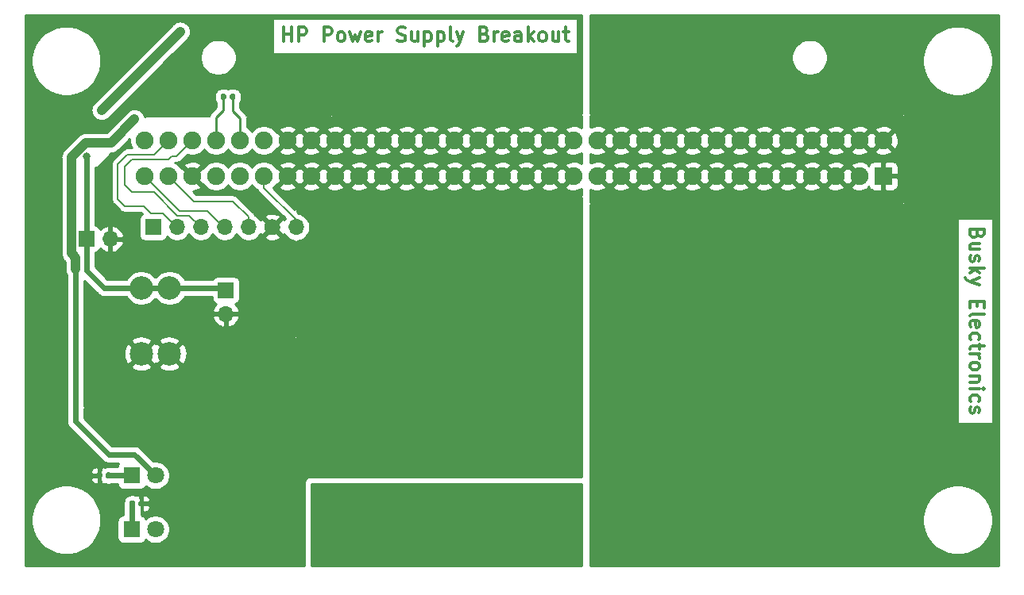
<source format=gbr>
G04 #@! TF.GenerationSoftware,KiCad,Pcbnew,(5.1.6)-1*
G04 #@! TF.CreationDate,2020-09-29T23:02:07-04:00*
G04 #@! TF.ProjectId,HP_power_supply_breakout,48505f70-6f77-4657-925f-737570706c79,rev?*
G04 #@! TF.SameCoordinates,Original*
G04 #@! TF.FileFunction,Copper,L1,Top*
G04 #@! TF.FilePolarity,Positive*
%FSLAX46Y46*%
G04 Gerber Fmt 4.6, Leading zero omitted, Abs format (unit mm)*
G04 Created by KiCad (PCBNEW (5.1.6)-1) date 2020-09-29 23:02:07*
%MOMM*%
%LPD*%
G01*
G04 APERTURE LIST*
G04 #@! TA.AperFunction,NonConductor*
%ADD10C,0.304800*%
G04 #@! TD*
G04 #@! TA.AperFunction,ComponentPad*
%ADD11C,2.500000*%
G04 #@! TD*
G04 #@! TA.AperFunction,ComponentPad*
%ADD12R,1.900000X1.900000*%
G04 #@! TD*
G04 #@! TA.AperFunction,ComponentPad*
%ADD13C,1.900000*%
G04 #@! TD*
G04 #@! TA.AperFunction,ComponentPad*
%ADD14O,1.700000X1.700000*%
G04 #@! TD*
G04 #@! TA.AperFunction,ComponentPad*
%ADD15R,1.700000X1.700000*%
G04 #@! TD*
G04 #@! TA.AperFunction,ComponentPad*
%ADD16C,0.800000*%
G04 #@! TD*
G04 #@! TA.AperFunction,ComponentPad*
%ADD17C,6.400000*%
G04 #@! TD*
G04 #@! TA.AperFunction,ComponentPad*
%ADD18C,0.900000*%
G04 #@! TD*
G04 #@! TA.AperFunction,ComponentPad*
%ADD19C,11.000000*%
G04 #@! TD*
G04 #@! TA.AperFunction,ComponentPad*
%ADD20C,6.000000*%
G04 #@! TD*
G04 #@! TA.AperFunction,ComponentPad*
%ADD21C,1.800000*%
G04 #@! TD*
G04 #@! TA.AperFunction,ComponentPad*
%ADD22R,1.800000X1.800000*%
G04 #@! TD*
G04 #@! TA.AperFunction,ViaPad*
%ADD23C,0.900000*%
G04 #@! TD*
G04 #@! TA.AperFunction,ViaPad*
%ADD24C,0.800000*%
G04 #@! TD*
G04 #@! TA.AperFunction,Conductor*
%ADD25C,0.127000*%
G04 #@! TD*
G04 #@! TA.AperFunction,Conductor*
%ADD26C,1.000000*%
G04 #@! TD*
G04 #@! TA.AperFunction,Conductor*
%ADD27C,0.600000*%
G04 #@! TD*
G04 #@! TA.AperFunction,Conductor*
%ADD28C,0.254000*%
G04 #@! TD*
G04 #@! TA.AperFunction,Conductor*
%ADD29C,0.250000*%
G04 #@! TD*
G04 #@! TA.AperFunction,Conductor*
%ADD30C,0.150000*%
G04 #@! TD*
G04 APERTURE END LIST*
D10*
X-24344857Y26560571D02*
X-24344857Y28084571D01*
X-24344857Y27358857D02*
X-23474000Y27358857D01*
X-23474000Y26560571D02*
X-23474000Y28084571D01*
X-22748285Y26560571D02*
X-22748285Y28084571D01*
X-22167714Y28084571D01*
X-22022571Y28012000D01*
X-21950000Y27939428D01*
X-21877428Y27794285D01*
X-21877428Y27576571D01*
X-21950000Y27431428D01*
X-22022571Y27358857D01*
X-22167714Y27286285D01*
X-22748285Y27286285D01*
X-20063142Y26560571D02*
X-20063142Y28084571D01*
X-19482571Y28084571D01*
X-19337428Y28012000D01*
X-19264857Y27939428D01*
X-19192285Y27794285D01*
X-19192285Y27576571D01*
X-19264857Y27431428D01*
X-19337428Y27358857D01*
X-19482571Y27286285D01*
X-20063142Y27286285D01*
X-18321428Y26560571D02*
X-18466571Y26633142D01*
X-18539142Y26705714D01*
X-18611714Y26850857D01*
X-18611714Y27286285D01*
X-18539142Y27431428D01*
X-18466571Y27504000D01*
X-18321428Y27576571D01*
X-18103714Y27576571D01*
X-17958571Y27504000D01*
X-17886000Y27431428D01*
X-17813428Y27286285D01*
X-17813428Y26850857D01*
X-17886000Y26705714D01*
X-17958571Y26633142D01*
X-18103714Y26560571D01*
X-18321428Y26560571D01*
X-17305428Y27576571D02*
X-17015142Y26560571D01*
X-16724857Y27286285D01*
X-16434571Y26560571D01*
X-16144285Y27576571D01*
X-14983142Y26633142D02*
X-15128285Y26560571D01*
X-15418571Y26560571D01*
X-15563714Y26633142D01*
X-15636285Y26778285D01*
X-15636285Y27358857D01*
X-15563714Y27504000D01*
X-15418571Y27576571D01*
X-15128285Y27576571D01*
X-14983142Y27504000D01*
X-14910571Y27358857D01*
X-14910571Y27213714D01*
X-15636285Y27068571D01*
X-14257428Y26560571D02*
X-14257428Y27576571D01*
X-14257428Y27286285D02*
X-14184857Y27431428D01*
X-14112285Y27504000D01*
X-13967142Y27576571D01*
X-13822000Y27576571D01*
X-12225428Y26633142D02*
X-12007714Y26560571D01*
X-11644857Y26560571D01*
X-11499714Y26633142D01*
X-11427142Y26705714D01*
X-11354571Y26850857D01*
X-11354571Y26996000D01*
X-11427142Y27141142D01*
X-11499714Y27213714D01*
X-11644857Y27286285D01*
X-11935142Y27358857D01*
X-12080285Y27431428D01*
X-12152857Y27504000D01*
X-12225428Y27649142D01*
X-12225428Y27794285D01*
X-12152857Y27939428D01*
X-12080285Y28012000D01*
X-11935142Y28084571D01*
X-11572285Y28084571D01*
X-11354571Y28012000D01*
X-10048285Y27576571D02*
X-10048285Y26560571D01*
X-10701428Y27576571D02*
X-10701428Y26778285D01*
X-10628857Y26633142D01*
X-10483714Y26560571D01*
X-10266000Y26560571D01*
X-10120857Y26633142D01*
X-10048285Y26705714D01*
X-9322571Y27576571D02*
X-9322571Y26052571D01*
X-9322571Y27504000D02*
X-9177428Y27576571D01*
X-8887142Y27576571D01*
X-8742000Y27504000D01*
X-8669428Y27431428D01*
X-8596857Y27286285D01*
X-8596857Y26850857D01*
X-8669428Y26705714D01*
X-8742000Y26633142D01*
X-8887142Y26560571D01*
X-9177428Y26560571D01*
X-9322571Y26633142D01*
X-7943714Y27576571D02*
X-7943714Y26052571D01*
X-7943714Y27504000D02*
X-7798571Y27576571D01*
X-7508285Y27576571D01*
X-7363142Y27504000D01*
X-7290571Y27431428D01*
X-7218000Y27286285D01*
X-7218000Y26850857D01*
X-7290571Y26705714D01*
X-7363142Y26633142D01*
X-7508285Y26560571D01*
X-7798571Y26560571D01*
X-7943714Y26633142D01*
X-6347142Y26560571D02*
X-6492285Y26633142D01*
X-6564857Y26778285D01*
X-6564857Y28084571D01*
X-5911714Y27576571D02*
X-5548857Y26560571D01*
X-5186000Y27576571D02*
X-5548857Y26560571D01*
X-5694000Y26197714D01*
X-5766571Y26125142D01*
X-5911714Y26052571D01*
X-2936285Y27358857D02*
X-2718571Y27286285D01*
X-2646000Y27213714D01*
X-2573428Y27068571D01*
X-2573428Y26850857D01*
X-2646000Y26705714D01*
X-2718571Y26633142D01*
X-2863714Y26560571D01*
X-3444285Y26560571D01*
X-3444285Y28084571D01*
X-2936285Y28084571D01*
X-2791142Y28012000D01*
X-2718571Y27939428D01*
X-2646000Y27794285D01*
X-2646000Y27649142D01*
X-2718571Y27504000D01*
X-2791142Y27431428D01*
X-2936285Y27358857D01*
X-3444285Y27358857D01*
X-1920285Y26560571D02*
X-1920285Y27576571D01*
X-1920285Y27286285D02*
X-1847714Y27431428D01*
X-1775142Y27504000D01*
X-1630000Y27576571D01*
X-1484857Y27576571D01*
X-396285Y26633142D02*
X-541428Y26560571D01*
X-831714Y26560571D01*
X-976857Y26633142D01*
X-1049428Y26778285D01*
X-1049428Y27358857D01*
X-976857Y27504000D01*
X-831714Y27576571D01*
X-541428Y27576571D01*
X-396285Y27504000D01*
X-323714Y27358857D01*
X-323714Y27213714D01*
X-1049428Y27068571D01*
X982571Y26560571D02*
X982571Y27358857D01*
X909999Y27504000D01*
X764857Y27576571D01*
X474571Y27576571D01*
X329428Y27504000D01*
X982571Y26633142D02*
X837428Y26560571D01*
X474571Y26560571D01*
X329428Y26633142D01*
X256857Y26778285D01*
X256857Y26923428D01*
X329428Y27068571D01*
X474571Y27141142D01*
X837428Y27141142D01*
X982571Y27213714D01*
X1708285Y26560571D02*
X1708285Y28084571D01*
X1853428Y27141142D02*
X2288857Y26560571D01*
X2288857Y27576571D02*
X1708285Y26996000D01*
X3159714Y26560571D02*
X3014571Y26633142D01*
X2941999Y26705714D01*
X2869428Y26850857D01*
X2869428Y27286285D01*
X2941999Y27431428D01*
X3014571Y27504000D01*
X3159714Y27576571D01*
X3377428Y27576571D01*
X3522571Y27504000D01*
X3595142Y27431428D01*
X3667714Y27286285D01*
X3667714Y26850857D01*
X3595142Y26705714D01*
X3522571Y26633142D01*
X3377428Y26560571D01*
X3159714Y26560571D01*
X4973999Y27576571D02*
X4973999Y26560571D01*
X4320857Y27576571D02*
X4320857Y26778285D01*
X4393428Y26633142D01*
X4538571Y26560571D01*
X4756285Y26560571D01*
X4901428Y26633142D01*
X4973999Y26705714D01*
X5481999Y27576571D02*
X6062571Y27576571D01*
X5699714Y28084571D02*
X5699714Y26778285D01*
X5772285Y26633142D01*
X5917428Y26560571D01*
X6062571Y26560571D01*
X49608857Y6039142D02*
X49536285Y5821428D01*
X49463714Y5748857D01*
X49318571Y5676285D01*
X49100857Y5676285D01*
X48955714Y5748857D01*
X48883142Y5821428D01*
X48810571Y5966571D01*
X48810571Y6547142D01*
X50334571Y6547142D01*
X50334571Y6039142D01*
X50262000Y5894000D01*
X50189428Y5821428D01*
X50044285Y5748857D01*
X49899142Y5748857D01*
X49754000Y5821428D01*
X49681428Y5894000D01*
X49608857Y6039142D01*
X49608857Y6547142D01*
X49826571Y4370000D02*
X48810571Y4370000D01*
X49826571Y5023142D02*
X49028285Y5023142D01*
X48883142Y4950571D01*
X48810571Y4805428D01*
X48810571Y4587714D01*
X48883142Y4442571D01*
X48955714Y4370000D01*
X48883142Y3716857D02*
X48810571Y3571714D01*
X48810571Y3281428D01*
X48883142Y3136285D01*
X49028285Y3063714D01*
X49100857Y3063714D01*
X49246000Y3136285D01*
X49318571Y3281428D01*
X49318571Y3499142D01*
X49391142Y3644285D01*
X49536285Y3716857D01*
X49608857Y3716857D01*
X49754000Y3644285D01*
X49826571Y3499142D01*
X49826571Y3281428D01*
X49754000Y3136285D01*
X48810571Y2410571D02*
X50334571Y2410571D01*
X49391142Y2265428D02*
X48810571Y1830000D01*
X49826571Y1830000D02*
X49246000Y2410571D01*
X49826571Y1322000D02*
X48810571Y959142D01*
X49826571Y596285D02*
X48810571Y959142D01*
X48447714Y1104285D01*
X48375142Y1176857D01*
X48302571Y1322000D01*
X49608857Y-1145428D02*
X49608857Y-1653428D01*
X48810571Y-1871142D02*
X48810571Y-1145428D01*
X50334571Y-1145428D01*
X50334571Y-1871142D01*
X48810571Y-2742000D02*
X48883142Y-2596857D01*
X49028285Y-2524285D01*
X50334571Y-2524285D01*
X48883142Y-3903142D02*
X48810571Y-3758000D01*
X48810571Y-3467714D01*
X48883142Y-3322571D01*
X49028285Y-3250000D01*
X49608857Y-3250000D01*
X49754000Y-3322571D01*
X49826571Y-3467714D01*
X49826571Y-3758000D01*
X49754000Y-3903142D01*
X49608857Y-3975714D01*
X49463714Y-3975714D01*
X49318571Y-3250000D01*
X48883142Y-5282000D02*
X48810571Y-5136857D01*
X48810571Y-4846571D01*
X48883142Y-4701428D01*
X48955714Y-4628857D01*
X49100857Y-4556285D01*
X49536285Y-4556285D01*
X49681428Y-4628857D01*
X49754000Y-4701428D01*
X49826571Y-4846571D01*
X49826571Y-5136857D01*
X49754000Y-5282000D01*
X49826571Y-5717428D02*
X49826571Y-6298000D01*
X50334571Y-5935142D02*
X49028285Y-5935142D01*
X48883142Y-6007714D01*
X48810571Y-6152857D01*
X48810571Y-6298000D01*
X48810571Y-6806000D02*
X49826571Y-6806000D01*
X49536285Y-6806000D02*
X49681428Y-6878571D01*
X49754000Y-6951142D01*
X49826571Y-7096285D01*
X49826571Y-7241428D01*
X48810571Y-7967142D02*
X48883142Y-7822000D01*
X48955714Y-7749428D01*
X49100857Y-7676857D01*
X49536285Y-7676857D01*
X49681428Y-7749428D01*
X49754000Y-7822000D01*
X49826571Y-7967142D01*
X49826571Y-8184857D01*
X49754000Y-8330000D01*
X49681428Y-8402571D01*
X49536285Y-8475142D01*
X49100857Y-8475142D01*
X48955714Y-8402571D01*
X48883142Y-8330000D01*
X48810571Y-8184857D01*
X48810571Y-7967142D01*
X49826571Y-9128285D02*
X48810571Y-9128285D01*
X49681428Y-9128285D02*
X49754000Y-9200857D01*
X49826571Y-9346000D01*
X49826571Y-9563714D01*
X49754000Y-9708857D01*
X49608857Y-9781428D01*
X48810571Y-9781428D01*
X48810571Y-10507142D02*
X49826571Y-10507142D01*
X50334571Y-10507142D02*
X50262000Y-10434571D01*
X50189428Y-10507142D01*
X50262000Y-10579714D01*
X50334571Y-10507142D01*
X50189428Y-10507142D01*
X48883142Y-11886000D02*
X48810571Y-11740857D01*
X48810571Y-11450571D01*
X48883142Y-11305428D01*
X48955714Y-11232857D01*
X49100857Y-11160285D01*
X49536285Y-11160285D01*
X49681428Y-11232857D01*
X49754000Y-11305428D01*
X49826571Y-11450571D01*
X49826571Y-11740857D01*
X49754000Y-11886000D01*
X48883142Y-12466571D02*
X48810571Y-12611714D01*
X48810571Y-12902000D01*
X48883142Y-13047142D01*
X49028285Y-13119714D01*
X49100857Y-13119714D01*
X49246000Y-13047142D01*
X49318571Y-12902000D01*
X49318571Y-12684285D01*
X49391142Y-12539142D01*
X49536285Y-12466571D01*
X49608857Y-12466571D01*
X49754000Y-12539142D01*
X49826571Y-12684285D01*
X49826571Y-12902000D01*
X49754000Y-13047142D01*
D11*
X-39500000Y250000D03*
X-39500000Y-6750000D03*
X-36500000Y250000D03*
X-36500000Y-6750000D03*
D12*
X39580000Y12195000D03*
D13*
X37040000Y12195000D03*
X34500000Y12195000D03*
X31960000Y12195000D03*
X29420000Y12195000D03*
X26880000Y12195000D03*
X24340000Y12195000D03*
X21800000Y12195000D03*
X19260000Y12195000D03*
X16720000Y12195000D03*
X14180000Y12195000D03*
X11640000Y12195000D03*
X9100000Y12195000D03*
X6560000Y12195000D03*
X4020000Y12195000D03*
X1480000Y12195000D03*
X-1060000Y12195000D03*
X-3600000Y12195000D03*
X-6140000Y12195000D03*
X-8680000Y12195000D03*
X-11220000Y12195000D03*
X-13760000Y12195000D03*
X-16300000Y12195000D03*
X-18840000Y12195000D03*
X-21380000Y12195000D03*
X-23920000Y12195000D03*
X-26460000Y12195000D03*
X-29000000Y12195000D03*
X-31540000Y12195000D03*
X-34080000Y12195000D03*
X-36620000Y12195000D03*
X-39160000Y12195000D03*
X-39160000Y16005000D03*
X-36620000Y16005000D03*
X-34080000Y16005000D03*
X-31540000Y16005000D03*
X-29000000Y16005000D03*
X-26460000Y16005000D03*
X-23920000Y16005000D03*
X-21380000Y16005000D03*
X-18840000Y16005000D03*
X-16300000Y16005000D03*
X-13760000Y16005000D03*
X-11220000Y16005000D03*
X-8680000Y16005000D03*
X-6140000Y16005000D03*
X-3600000Y16005000D03*
X-1060000Y16005000D03*
X1480000Y16005000D03*
X4020000Y16005000D03*
X6560000Y16005000D03*
X9100000Y16005000D03*
X11640000Y16005000D03*
X14180000Y16005000D03*
X16720000Y16005000D03*
X19260000Y16005000D03*
X21800000Y16005000D03*
X24340000Y16005000D03*
X26880000Y16005000D03*
X29420000Y16005000D03*
X31960000Y16005000D03*
X34500000Y16005000D03*
X37040000Y16005000D03*
X39580000Y16005000D03*
D14*
X-23010000Y6750000D03*
G04 #@! TA.AperFunction,ComponentPad*
G36*
G01*
X-24948959Y6148959D02*
X-24948959Y6148959D01*
G75*
G02*
X-26151041Y6148959I-601041J601041D01*
G01*
X-26151041Y6148959D01*
G75*
G02*
X-26151041Y7351041I601041J601041D01*
G01*
X-26151041Y7351041D01*
G75*
G02*
X-24948959Y7351041I601041J-601041D01*
G01*
X-24948959Y7351041D01*
G75*
G02*
X-24948959Y6148959I-601041J-601041D01*
G01*
G37*
G04 #@! TD.AperFunction*
X-28090000Y6750000D03*
X-30630000Y6750000D03*
X-33170000Y6750000D03*
X-35710000Y6750000D03*
D15*
X-38250000Y6750000D03*
D16*
X-7197056Y802944D03*
X-5500000Y100000D03*
X-3802944Y802944D03*
X-3100000Y2500000D03*
X-3802944Y4197056D03*
X-5500000Y4900000D03*
X-7197056Y4197056D03*
X-7900000Y2500000D03*
D17*
X-5500000Y2500000D03*
D16*
X-17197056Y802944D03*
X-15500000Y100000D03*
X-13802944Y802944D03*
X-13100000Y2500000D03*
X-13802944Y4197056D03*
X-15500000Y4900000D03*
X-17197056Y4197056D03*
X-17900000Y2500000D03*
D17*
X-15500000Y2500000D03*
D16*
X-7197056Y-26697056D03*
X-5500000Y-27400000D03*
X-3802944Y-26697056D03*
X-3100000Y-25000000D03*
X-3802944Y-23302944D03*
X-5500000Y-22600000D03*
X-7197056Y-23302944D03*
X-7900000Y-25000000D03*
D17*
X-5500000Y-25000000D03*
D16*
X-14697056Y-26697056D03*
X-13000000Y-27400000D03*
X-11302944Y-26697056D03*
X-10600000Y-25000000D03*
X-11302944Y-23302944D03*
X-13000000Y-22600000D03*
X-14697056Y-23302944D03*
X-15400000Y-25000000D03*
D17*
X-13000000Y-25000000D03*
D16*
X20302944Y1052944D03*
X22000000Y350000D03*
X23697056Y1052944D03*
X24400000Y2750000D03*
X23697056Y4447056D03*
X22000000Y5150000D03*
X20302944Y4447056D03*
X19600000Y2750000D03*
D17*
X22000000Y2750000D03*
D16*
X30302944Y1052944D03*
X32000000Y350000D03*
X33697056Y1052944D03*
X34400000Y2750000D03*
X33697056Y4447056D03*
X32000000Y5150000D03*
X30302944Y4447056D03*
X29600000Y2750000D03*
D17*
X32000000Y2750000D03*
D18*
X21573185Y-10426815D03*
X24500000Y-11625000D03*
X27426815Y-10426815D03*
X28625000Y-7500000D03*
X27426815Y-4573185D03*
X24500000Y-3375000D03*
X21573185Y-4573185D03*
X20375000Y-7500000D03*
D19*
X24500000Y-7500000D03*
D18*
X-23426815Y-15426815D03*
X-20500000Y-16625000D03*
X-17573185Y-15426815D03*
X-16375000Y-12500000D03*
X-17573185Y-9573185D03*
X-20500000Y-8375000D03*
X-23426815Y-9573185D03*
X-24625000Y-12500000D03*
D19*
X-20500000Y-12500000D03*
D18*
X34823185Y-25176815D03*
X37750000Y-26375000D03*
X40676815Y-25176815D03*
X41875000Y-22250000D03*
X40676815Y-19323185D03*
X37750000Y-18125000D03*
X34823185Y-19323185D03*
X33625000Y-22250000D03*
D19*
X37750000Y-22250000D03*
D18*
X-32176815Y-25426815D03*
X-29250000Y-26625000D03*
X-26323185Y-25426815D03*
X-25125000Y-22500000D03*
X-26323185Y-19573185D03*
X-29250000Y-18375000D03*
X-32176815Y-19573185D03*
X-33375000Y-22500000D03*
D19*
X-29250000Y-22500000D03*
D18*
X21573185Y-25176815D03*
X24500000Y-26375000D03*
X27426815Y-25176815D03*
X28625000Y-22250000D03*
X27426815Y-19323185D03*
X24500000Y-18125000D03*
X21573185Y-19323185D03*
X20375000Y-22250000D03*
D19*
X24500000Y-22250000D03*
D18*
X-10926815Y-15426815D03*
X-8000000Y-16625000D03*
X-5073185Y-15426815D03*
X-3875000Y-12500000D03*
X-5073185Y-9573185D03*
X-8000000Y-8375000D03*
X-10926815Y-9573185D03*
X-12125000Y-12500000D03*
D19*
X-8000000Y-12500000D03*
G04 #@! TA.AperFunction,ComponentPad*
G36*
G01*
X1500000Y-6500000D02*
X1500000Y-3500000D01*
G75*
G02*
X3000000Y-2000000I1500000J0D01*
G01*
X6000000Y-2000000D01*
G75*
G02*
X7500000Y-3500000I0J-1500000D01*
G01*
X7500000Y-6500000D01*
G75*
G02*
X6000000Y-8000000I-1500000J0D01*
G01*
X3000000Y-8000000D01*
G75*
G02*
X1500000Y-6500000I0J1500000D01*
G01*
G37*
G04 #@! TD.AperFunction*
D20*
X11700000Y-5000000D03*
G04 #@! TA.AperFunction,ComponentPad*
G36*
G01*
X1500000Y-16500000D02*
X1500000Y-13500000D01*
G75*
G02*
X3000000Y-12000000I1500000J0D01*
G01*
X6000000Y-12000000D01*
G75*
G02*
X7500000Y-13500000I0J-1500000D01*
G01*
X7500000Y-16500000D01*
G75*
G02*
X6000000Y-18000000I-1500000J0D01*
G01*
X3000000Y-18000000D01*
G75*
G02*
X1500000Y-16500000I0J1500000D01*
G01*
G37*
G04 #@! TD.AperFunction*
X11700000Y-15000000D03*
G04 #@! TA.AperFunction,ComponentPad*
G36*
G01*
X1500000Y-26500000D02*
X1500000Y-23500000D01*
G75*
G02*
X3000000Y-22000000I1500000J0D01*
G01*
X6000000Y-22000000D01*
G75*
G02*
X7500000Y-23500000I0J-1500000D01*
G01*
X7500000Y-26500000D01*
G75*
G02*
X6000000Y-28000000I-1500000J0D01*
G01*
X3000000Y-28000000D01*
G75*
G02*
X1500000Y-26500000I0J1500000D01*
G01*
G37*
G04 #@! TD.AperFunction*
X11700000Y-25000000D03*
G04 #@! TA.AperFunction,SMDPad,CuDef*
G36*
G01*
X-39795000Y-22922500D02*
X-39795000Y-22577500D01*
G75*
G02*
X-39647500Y-22430000I147500J0D01*
G01*
X-39352500Y-22430000D01*
G75*
G02*
X-39205000Y-22577500I0J-147500D01*
G01*
X-39205000Y-22922500D01*
G75*
G02*
X-39352500Y-23070000I-147500J0D01*
G01*
X-39647500Y-23070000D01*
G75*
G02*
X-39795000Y-22922500I0J147500D01*
G01*
G37*
G04 #@! TD.AperFunction*
G04 #@! TA.AperFunction,SMDPad,CuDef*
G36*
G01*
X-40765000Y-22922500D02*
X-40765000Y-22577500D01*
G75*
G02*
X-40617500Y-22430000I147500J0D01*
G01*
X-40322500Y-22430000D01*
G75*
G02*
X-40175000Y-22577500I0J-147500D01*
G01*
X-40175000Y-22922500D01*
G75*
G02*
X-40322500Y-23070000I-147500J0D01*
G01*
X-40617500Y-23070000D01*
G75*
G02*
X-40765000Y-22922500I0J147500D01*
G01*
G37*
G04 #@! TD.AperFunction*
G04 #@! TA.AperFunction,SMDPad,CuDef*
G36*
G01*
X-43675000Y-19577500D02*
X-43675000Y-19922500D01*
G75*
G02*
X-43822500Y-20070000I-147500J0D01*
G01*
X-44117500Y-20070000D01*
G75*
G02*
X-44265000Y-19922500I0J147500D01*
G01*
X-44265000Y-19577500D01*
G75*
G02*
X-44117500Y-19430000I147500J0D01*
G01*
X-43822500Y-19430000D01*
G75*
G02*
X-43675000Y-19577500I0J-147500D01*
G01*
G37*
G04 #@! TD.AperFunction*
G04 #@! TA.AperFunction,SMDPad,CuDef*
G36*
G01*
X-42705000Y-19577500D02*
X-42705000Y-19922500D01*
G75*
G02*
X-42852500Y-20070000I-147500J0D01*
G01*
X-43147500Y-20070000D01*
G75*
G02*
X-43295000Y-19922500I0J147500D01*
G01*
X-43295000Y-19577500D01*
G75*
G02*
X-43147500Y-19430000I147500J0D01*
G01*
X-42852500Y-19430000D01*
G75*
G02*
X-42705000Y-19577500I0J-147500D01*
G01*
G37*
G04 #@! TD.AperFunction*
D14*
X-30500000Y-2500000D03*
D15*
X-30500000Y40000D03*
D21*
X-38000000Y-25500000D03*
D22*
X-40540000Y-25500000D03*
D21*
X-38000000Y-19750000D03*
D22*
X-40540000Y-19750000D03*
D14*
X-42825000Y5500000D03*
D15*
X-45365000Y5500000D03*
G04 #@! TA.AperFunction,SMDPad,CuDef*
G36*
G01*
X-30460000Y20817500D02*
X-30460000Y20472500D01*
G75*
G02*
X-30607500Y20325000I-147500J0D01*
G01*
X-30902500Y20325000D01*
G75*
G02*
X-31050000Y20472500I0J147500D01*
G01*
X-31050000Y20817500D01*
G75*
G02*
X-30902500Y20965000I147500J0D01*
G01*
X-30607500Y20965000D01*
G75*
G02*
X-30460000Y20817500I0J-147500D01*
G01*
G37*
G04 #@! TD.AperFunction*
G04 #@! TA.AperFunction,SMDPad,CuDef*
G36*
G01*
X-29490000Y20817500D02*
X-29490000Y20472500D01*
G75*
G02*
X-29637500Y20325000I-147500J0D01*
G01*
X-29932500Y20325000D01*
G75*
G02*
X-30080000Y20472500I0J147500D01*
G01*
X-30080000Y20817500D01*
G75*
G02*
X-29932500Y20965000I147500J0D01*
G01*
X-29637500Y20965000D01*
G75*
G02*
X-29490000Y20817500I0J-147500D01*
G01*
G37*
G04 #@! TD.AperFunction*
D23*
X-43750008Y19250000D03*
X-35375000Y27625000D03*
X-46500000Y2250000D03*
X-40250000Y18250000D03*
D24*
X-45365000Y14295000D03*
D25*
X21800000Y12195000D02*
X20250000Y10645000D01*
X20250000Y4500000D02*
X22000000Y2750000D01*
X20250000Y10645000D02*
X20250000Y4500000D01*
D26*
X-43750008Y19250000D02*
X-35375008Y27625000D01*
X-35375008Y27625000D02*
X-35375000Y27625000D01*
D25*
X6560000Y16005000D02*
X4000000Y18565000D01*
X4000000Y18565000D02*
X4000000Y23500000D01*
X4000000Y23500000D02*
X4000000Y23000000D01*
D27*
X-43000000Y-17500000D02*
X-46500000Y-14000000D01*
X-46500000Y-14000000D02*
X-46500000Y2250000D01*
D26*
X-46500000Y3500000D02*
X-46799999Y3799999D01*
X-46500000Y2250000D02*
X-46500000Y3500000D01*
D27*
X-40250000Y-17500000D02*
X-38000000Y-19750000D01*
X-43000000Y-17500000D02*
X-40250000Y-17500000D01*
D28*
X-29785000Y19160000D02*
X-29785000Y20645000D01*
X-29000000Y16005000D02*
X-29000000Y18375000D01*
X-29000000Y18375000D02*
X-29785000Y19160000D01*
D26*
X-45386396Y15750000D02*
X-42750000Y15750000D01*
X-46949999Y14186397D02*
X-45386396Y15750000D01*
X-46500000Y3500000D02*
X-46949999Y3949999D01*
X-42750000Y15750000D02*
X-40250000Y18250000D01*
X-46949999Y3949999D02*
X-46949999Y14186397D01*
D29*
X-45365000Y14295000D02*
X-45365000Y4770000D01*
D27*
X-43500000Y250000D02*
X-45365000Y2115000D01*
X-37500000Y250000D02*
X-43500000Y250000D01*
X-45365000Y2115000D02*
X-45365000Y5500000D01*
X-45365000Y5500000D02*
X-45365000Y14295000D01*
X-30710000Y250000D02*
X-30500000Y40000D01*
X-36500000Y250000D02*
X-30710000Y250000D01*
X-43000000Y-19750000D02*
X-40540000Y-19750000D01*
X-40470000Y-25430000D02*
X-40540000Y-25500000D01*
X-40470000Y-22750000D02*
X-40470000Y-25430000D01*
D30*
X-23010000Y7510000D02*
X-23010000Y6750000D01*
X-26460000Y12195000D02*
X-26460000Y10960000D01*
X-26460000Y10960000D02*
X-23010000Y7510000D01*
X-28090000Y7840000D02*
X-28090000Y6750000D01*
X-36620000Y12195000D02*
X-33925000Y9500000D01*
X-29750000Y9500000D02*
X-28090000Y7840000D01*
X-33925000Y9500000D02*
X-29750000Y9500000D01*
X-32500000Y8500000D02*
X-30750000Y6750000D01*
X-39160000Y12195000D02*
X-35465000Y8500000D01*
X-30750000Y6750000D02*
X-30630000Y6750000D01*
X-35465000Y8500000D02*
X-32500000Y8500000D01*
X-35750000Y6750000D02*
X-35710000Y6750000D01*
X-37250000Y8250000D02*
X-35750000Y6750000D01*
X-39210000Y9000000D02*
X-38460000Y8250000D01*
X-41250000Y9000000D02*
X-39210000Y9000000D01*
X-38125000Y14500000D02*
X-41000000Y14500000D01*
X-38460000Y8250000D02*
X-37250000Y8250000D01*
X-36620000Y16005000D02*
X-38125000Y14500000D01*
X-42000000Y13500000D02*
X-42000000Y9750000D01*
X-41000000Y14500000D02*
X-42000000Y13500000D01*
X-42000000Y9750000D02*
X-41250000Y9000000D01*
D28*
X-30755000Y19245000D02*
X-30755000Y20645000D01*
X-31540000Y16005000D02*
X-31540000Y18460000D01*
X-31540000Y18460000D02*
X-30755000Y19245000D01*
D30*
X-34420000Y8000000D02*
X-33170000Y6750000D01*
X-38170000Y10500000D02*
X-35670000Y8000000D01*
X-40500000Y10500000D02*
X-38170000Y10500000D01*
X-41250000Y13250000D02*
X-41250000Y11250000D01*
X-35750000Y14335000D02*
X-36281625Y14335000D01*
X-35670000Y8000000D02*
X-34420000Y8000000D01*
X-34080000Y16005000D02*
X-35750000Y14335000D01*
X-36281625Y14335000D02*
X-36616625Y14000000D01*
X-36616625Y14000000D02*
X-40500000Y14000000D01*
X-41250000Y11250000D02*
X-40500000Y10500000D01*
X-40500000Y14000000D02*
X-41250000Y13250000D01*
D28*
G36*
X51840000Y-29340000D02*
G01*
X8377000Y-29340000D01*
X8377000Y-24132923D01*
X43773000Y-24132923D01*
X43773000Y-24867077D01*
X43916227Y-25587126D01*
X44197176Y-26265396D01*
X44605050Y-26875824D01*
X45124176Y-27394950D01*
X45734604Y-27802824D01*
X46412874Y-28083773D01*
X47132923Y-28227000D01*
X47867077Y-28227000D01*
X48587126Y-28083773D01*
X49265396Y-27802824D01*
X49875824Y-27394950D01*
X50394950Y-26875824D01*
X50802824Y-26265396D01*
X51083773Y-25587126D01*
X51227000Y-24867077D01*
X51227000Y-24132923D01*
X51083773Y-23412874D01*
X50802824Y-22734604D01*
X50394950Y-22124176D01*
X49875824Y-21605050D01*
X49265396Y-21197176D01*
X48587126Y-20916227D01*
X47867077Y-20773000D01*
X47132923Y-20773000D01*
X46412874Y-20916227D01*
X45734604Y-21197176D01*
X45124176Y-21605050D01*
X44605050Y-22124176D01*
X44197176Y-22734604D01*
X43916227Y-23412874D01*
X43773000Y-24132923D01*
X8377000Y-24132923D01*
X8377000Y7697400D01*
X47447680Y7697400D01*
X47447680Y-14197400D01*
X51308480Y-14197400D01*
X51308480Y7697400D01*
X47447680Y7697400D01*
X8377000Y7697400D01*
X8377000Y9123000D01*
X41750000Y9123000D01*
X41774776Y9125440D01*
X41798601Y9132667D01*
X41820557Y9144403D01*
X41839803Y9160197D01*
X41855597Y9179443D01*
X41867333Y9201399D01*
X41874560Y9225224D01*
X41877000Y9250000D01*
X41877000Y18750000D01*
X41874560Y18774776D01*
X41867333Y18798601D01*
X41855597Y18820557D01*
X41839803Y18839803D01*
X41820557Y18855597D01*
X41798601Y18867333D01*
X41774776Y18874560D01*
X41750000Y18877000D01*
X8377000Y18877000D01*
X8377000Y25045581D01*
X29795000Y25045581D01*
X29795000Y24664419D01*
X29869361Y24290581D01*
X30015225Y23938434D01*
X30226987Y23621509D01*
X30496509Y23351987D01*
X30813434Y23140225D01*
X31165581Y22994361D01*
X31539419Y22920000D01*
X31920581Y22920000D01*
X32294419Y22994361D01*
X32646566Y23140225D01*
X32963491Y23351987D01*
X33233013Y23621509D01*
X33444775Y23938434D01*
X33590639Y24290581D01*
X33665000Y24664419D01*
X33665000Y24867077D01*
X43773000Y24867077D01*
X43773000Y24132923D01*
X43916227Y23412874D01*
X44197176Y22734604D01*
X44605050Y22124176D01*
X45124176Y21605050D01*
X45734604Y21197176D01*
X46412874Y20916227D01*
X47132923Y20773000D01*
X47867077Y20773000D01*
X48587126Y20916227D01*
X49265396Y21197176D01*
X49875824Y21605050D01*
X50394950Y22124176D01*
X50802824Y22734604D01*
X51083773Y23412874D01*
X51227000Y24132923D01*
X51227000Y24867077D01*
X51083773Y25587126D01*
X50802824Y26265396D01*
X50394950Y26875824D01*
X49875824Y27394950D01*
X49265396Y27802824D01*
X48587126Y28083773D01*
X47867077Y28227000D01*
X47132923Y28227000D01*
X46412874Y28083773D01*
X45734604Y27802824D01*
X45124176Y27394950D01*
X44605050Y26875824D01*
X44197176Y26265396D01*
X43916227Y25587126D01*
X43773000Y24867077D01*
X33665000Y24867077D01*
X33665000Y25045581D01*
X33590639Y25419419D01*
X33444775Y25771566D01*
X33233013Y26088491D01*
X32963491Y26358013D01*
X32646566Y26569775D01*
X32294419Y26715639D01*
X31920581Y26790000D01*
X31539419Y26790000D01*
X31165581Y26715639D01*
X30813434Y26569775D01*
X30496509Y26358013D01*
X30226987Y26088491D01*
X30015225Y25771566D01*
X29869361Y25419419D01*
X29795000Y25045581D01*
X8377000Y25045581D01*
X8377000Y29340000D01*
X51840001Y29340000D01*
X51840000Y-29340000D01*
G37*
X51840000Y-29340000D02*
X8377000Y-29340000D01*
X8377000Y-24132923D01*
X43773000Y-24132923D01*
X43773000Y-24867077D01*
X43916227Y-25587126D01*
X44197176Y-26265396D01*
X44605050Y-26875824D01*
X45124176Y-27394950D01*
X45734604Y-27802824D01*
X46412874Y-28083773D01*
X47132923Y-28227000D01*
X47867077Y-28227000D01*
X48587126Y-28083773D01*
X49265396Y-27802824D01*
X49875824Y-27394950D01*
X50394950Y-26875824D01*
X50802824Y-26265396D01*
X51083773Y-25587126D01*
X51227000Y-24867077D01*
X51227000Y-24132923D01*
X51083773Y-23412874D01*
X50802824Y-22734604D01*
X50394950Y-22124176D01*
X49875824Y-21605050D01*
X49265396Y-21197176D01*
X48587126Y-20916227D01*
X47867077Y-20773000D01*
X47132923Y-20773000D01*
X46412874Y-20916227D01*
X45734604Y-21197176D01*
X45124176Y-21605050D01*
X44605050Y-22124176D01*
X44197176Y-22734604D01*
X43916227Y-23412874D01*
X43773000Y-24132923D01*
X8377000Y-24132923D01*
X8377000Y7697400D01*
X47447680Y7697400D01*
X47447680Y-14197400D01*
X51308480Y-14197400D01*
X51308480Y7697400D01*
X47447680Y7697400D01*
X8377000Y7697400D01*
X8377000Y9123000D01*
X41750000Y9123000D01*
X41774776Y9125440D01*
X41798601Y9132667D01*
X41820557Y9144403D01*
X41839803Y9160197D01*
X41855597Y9179443D01*
X41867333Y9201399D01*
X41874560Y9225224D01*
X41877000Y9250000D01*
X41877000Y18750000D01*
X41874560Y18774776D01*
X41867333Y18798601D01*
X41855597Y18820557D01*
X41839803Y18839803D01*
X41820557Y18855597D01*
X41798601Y18867333D01*
X41774776Y18874560D01*
X41750000Y18877000D01*
X8377000Y18877000D01*
X8377000Y25045581D01*
X29795000Y25045581D01*
X29795000Y24664419D01*
X29869361Y24290581D01*
X30015225Y23938434D01*
X30226987Y23621509D01*
X30496509Y23351987D01*
X30813434Y23140225D01*
X31165581Y22994361D01*
X31539419Y22920000D01*
X31920581Y22920000D01*
X32294419Y22994361D01*
X32646566Y23140225D01*
X32963491Y23351987D01*
X33233013Y23621509D01*
X33444775Y23938434D01*
X33590639Y24290581D01*
X33665000Y24664419D01*
X33665000Y24867077D01*
X43773000Y24867077D01*
X43773000Y24132923D01*
X43916227Y23412874D01*
X44197176Y22734604D01*
X44605050Y22124176D01*
X45124176Y21605050D01*
X45734604Y21197176D01*
X46412874Y20916227D01*
X47132923Y20773000D01*
X47867077Y20773000D01*
X48587126Y20916227D01*
X49265396Y21197176D01*
X49875824Y21605050D01*
X50394950Y22124176D01*
X50802824Y22734604D01*
X51083773Y23412874D01*
X51227000Y24132923D01*
X51227000Y24867077D01*
X51083773Y25587126D01*
X50802824Y26265396D01*
X50394950Y26875824D01*
X49875824Y27394950D01*
X49265396Y27802824D01*
X48587126Y28083773D01*
X47867077Y28227000D01*
X47132923Y28227000D01*
X46412874Y28083773D01*
X45734604Y27802824D01*
X45124176Y27394950D01*
X44605050Y26875824D01*
X44197176Y26265396D01*
X43916227Y25587126D01*
X43773000Y24867077D01*
X33665000Y24867077D01*
X33665000Y25045581D01*
X33590639Y25419419D01*
X33444775Y25771566D01*
X33233013Y26088491D01*
X32963491Y26358013D01*
X32646566Y26569775D01*
X32294419Y26715639D01*
X31920581Y26790000D01*
X31539419Y26790000D01*
X31165581Y26715639D01*
X30813434Y26569775D01*
X30496509Y26358013D01*
X30226987Y26088491D01*
X30015225Y25771566D01*
X29869361Y25419419D01*
X29795000Y25045581D01*
X8377000Y25045581D01*
X8377000Y29340000D01*
X51840001Y29340000D01*
X51840000Y-29340000D01*
G36*
X7373000Y18876319D02*
G01*
X-28301421Y18684521D01*
X-28362734Y18799231D01*
X-28363355Y18800393D01*
X-28408970Y18855974D01*
X-28458578Y18916422D01*
X-28487654Y18940284D01*
X-29023000Y19475630D01*
X-29023000Y19988929D01*
X-28984321Y20036060D01*
X-28911726Y20171875D01*
X-28867023Y20319243D01*
X-28851928Y20472500D01*
X-28851928Y20817500D01*
X-28867023Y20970757D01*
X-28911726Y21118125D01*
X-28984321Y21253940D01*
X-29082017Y21372983D01*
X-29201060Y21470679D01*
X-29336875Y21543274D01*
X-29484243Y21587977D01*
X-29637500Y21603072D01*
X-29932500Y21603072D01*
X-30085757Y21587977D01*
X-30233125Y21543274D01*
X-30270000Y21523564D01*
X-30306875Y21543274D01*
X-30454243Y21587977D01*
X-30607500Y21603072D01*
X-30902500Y21603072D01*
X-31055757Y21587977D01*
X-31203125Y21543274D01*
X-31338940Y21470679D01*
X-31457983Y21372983D01*
X-31555679Y21253940D01*
X-31628274Y21118125D01*
X-31672977Y20970757D01*
X-31688072Y20817500D01*
X-31688072Y20472500D01*
X-31672977Y20319243D01*
X-31628274Y20171875D01*
X-31555679Y20036060D01*
X-31516999Y19988929D01*
X-31517000Y19560630D01*
X-32052351Y19025279D01*
X-32081421Y19001422D01*
X-32105278Y18972352D01*
X-32105279Y18972351D01*
X-32176645Y18885392D01*
X-32247401Y18753015D01*
X-32274659Y18663159D01*
X-39000683Y18626998D01*
X-39024776Y18624560D01*
X-39048601Y18617333D01*
X-39070557Y18605597D01*
X-39089803Y18589803D01*
X-39149038Y18530568D01*
X-39196324Y18686446D01*
X-39301716Y18883622D01*
X-39443552Y19056448D01*
X-39616378Y19198284D01*
X-39813554Y19303676D01*
X-40027502Y19368577D01*
X-40250000Y19390491D01*
X-40472499Y19368577D01*
X-40686447Y19303676D01*
X-40883623Y19198284D01*
X-41013144Y19091988D01*
X-43220131Y16885000D01*
X-45330644Y16885000D01*
X-45386396Y16890491D01*
X-45608895Y16868577D01*
X-45822843Y16803676D01*
X-46020019Y16698284D01*
X-46149540Y16591989D01*
X-46149542Y16591987D01*
X-46192845Y16556449D01*
X-46228383Y16513146D01*
X-47713139Y15028388D01*
X-47756447Y14992846D01*
X-47898282Y14820020D01*
X-47922960Y14773850D01*
X-48003675Y14622843D01*
X-48068576Y14408895D01*
X-48090490Y14186397D01*
X-48084998Y14130636D01*
X-48084999Y4005751D01*
X-48090490Y3949999D01*
X-48084999Y3894248D01*
X-48068576Y3727501D01*
X-48003675Y3513553D01*
X-47898283Y3316376D01*
X-47756448Y3143550D01*
X-47713135Y3108004D01*
X-47635000Y3029869D01*
X-47635000Y2194249D01*
X-47618577Y2027502D01*
X-47553676Y1813554D01*
X-47448284Y1616377D01*
X-47434999Y1600189D01*
X-47435000Y-13954068D01*
X-47439524Y-14000000D01*
X-47435000Y-14045931D01*
X-47421471Y-14183291D01*
X-47368007Y-14359539D01*
X-47281186Y-14521971D01*
X-47164344Y-14664344D01*
X-47128659Y-14693630D01*
X-43693626Y-18128664D01*
X-43664344Y-18164344D01*
X-43521972Y-18281186D01*
X-43359540Y-18368007D01*
X-43257979Y-18398815D01*
X-43183293Y-18421471D01*
X-43164890Y-18423283D01*
X-43045932Y-18435000D01*
X-43045926Y-18435000D01*
X-43000001Y-18439523D01*
X-42954076Y-18435000D01*
X-41920881Y-18435000D01*
X-41970537Y-18495506D01*
X-42029502Y-18605820D01*
X-42065812Y-18725518D01*
X-42074625Y-18815000D01*
X-42672946Y-18815000D01*
X-42699243Y-18807023D01*
X-42852500Y-18791928D01*
X-43147500Y-18791928D01*
X-43300757Y-18807023D01*
X-43423684Y-18844312D01*
X-43430820Y-18840498D01*
X-43550518Y-18804188D01*
X-43675000Y-18791928D01*
X-43684250Y-18795000D01*
X-43843000Y-18953750D01*
X-43843000Y-19220237D01*
X-43873274Y-19276875D01*
X-43917977Y-19424243D01*
X-43933072Y-19577500D01*
X-43933072Y-19684493D01*
X-43939524Y-19750000D01*
X-43933072Y-19815507D01*
X-43933072Y-19922500D01*
X-43917977Y-20075757D01*
X-43873274Y-20223125D01*
X-43843000Y-20279763D01*
X-43843000Y-20546250D01*
X-43684250Y-20705000D01*
X-43675000Y-20708072D01*
X-43550518Y-20695812D01*
X-43430820Y-20659502D01*
X-43423684Y-20655688D01*
X-43300757Y-20692977D01*
X-43147500Y-20708072D01*
X-42852500Y-20708072D01*
X-42699243Y-20692977D01*
X-42672946Y-20685000D01*
X-42074625Y-20685000D01*
X-42065812Y-20774482D01*
X-42029502Y-20894180D01*
X-41970537Y-21004494D01*
X-41891185Y-21101185D01*
X-41794494Y-21180537D01*
X-41684180Y-21239502D01*
X-41564482Y-21275812D01*
X-41440000Y-21288072D01*
X-39640000Y-21288072D01*
X-39515518Y-21275812D01*
X-39395820Y-21239502D01*
X-39285506Y-21180537D01*
X-39188815Y-21101185D01*
X-39109463Y-21004494D01*
X-39050498Y-20894180D01*
X-39044944Y-20875873D01*
X-38978505Y-20942312D01*
X-38727095Y-21110299D01*
X-38447743Y-21226011D01*
X-38151184Y-21285000D01*
X-37848816Y-21285000D01*
X-37552257Y-21226011D01*
X-37272905Y-21110299D01*
X-37021495Y-20942312D01*
X-36807688Y-20728505D01*
X-36639701Y-20477095D01*
X-36523989Y-20197743D01*
X-36465000Y-19901184D01*
X-36465000Y-19598816D01*
X-36523989Y-19302257D01*
X-36639701Y-19022905D01*
X-36807688Y-18771495D01*
X-37021495Y-18557688D01*
X-37272905Y-18389701D01*
X-37552257Y-18273989D01*
X-37848816Y-18215000D01*
X-38151184Y-18215000D01*
X-38202503Y-18225208D01*
X-39556370Y-16871341D01*
X-39585656Y-16835656D01*
X-39728028Y-16718814D01*
X-39890460Y-16631993D01*
X-40066708Y-16578529D01*
X-40204068Y-16565000D01*
X-40250000Y-16560476D01*
X-40295932Y-16565000D01*
X-42612710Y-16565000D01*
X-45565000Y-13612711D01*
X-45565000Y-12627000D01*
X-30500000Y-12627000D01*
X-30475224Y-12624560D01*
X-30451399Y-12617333D01*
X-30429443Y-12605597D01*
X-30410197Y-12589803D01*
X-22910197Y-5089803D01*
X-22894403Y-5070557D01*
X-22882667Y-5048601D01*
X-22875440Y-5024776D01*
X-22873000Y-5000000D01*
X-22873000Y5265000D01*
X-22863740Y5265000D01*
X-22576842Y5322068D01*
X-22306589Y5434010D01*
X-22063368Y5596525D01*
X-21856525Y5803368D01*
X-21694010Y6046589D01*
X-21582068Y6316842D01*
X-21525000Y6603740D01*
X-21525000Y6896260D01*
X-21582068Y7183158D01*
X-21694010Y7453411D01*
X-21856525Y7696632D01*
X-22063368Y7903475D01*
X-22306589Y8065990D01*
X-22576842Y8177932D01*
X-22697926Y8202017D01*
X-22873000Y8377091D01*
X-22873000Y9873000D01*
X7373000Y9873000D01*
X7373000Y-19865000D01*
X-21500000Y-19865000D01*
X-21623882Y-19877201D01*
X-21743004Y-19913336D01*
X-21852787Y-19972017D01*
X-21949013Y-20050987D01*
X-22027983Y-20147213D01*
X-22086664Y-20256996D01*
X-22122799Y-20376118D01*
X-22135000Y-20500000D01*
X-22135000Y-29340000D01*
X-51840000Y-29340000D01*
X-51840000Y-24132923D01*
X-51227000Y-24132923D01*
X-51227000Y-24867077D01*
X-51083773Y-25587126D01*
X-50802824Y-26265396D01*
X-50394950Y-26875824D01*
X-49875824Y-27394950D01*
X-49265396Y-27802824D01*
X-48587126Y-28083773D01*
X-47867077Y-28227000D01*
X-47132923Y-28227000D01*
X-46412874Y-28083773D01*
X-45734604Y-27802824D01*
X-45124176Y-27394950D01*
X-44605050Y-26875824D01*
X-44197176Y-26265396D01*
X-43916227Y-25587126D01*
X-43773000Y-24867077D01*
X-43773000Y-24600000D01*
X-42078072Y-24600000D01*
X-42078072Y-26400000D01*
X-42065812Y-26524482D01*
X-42029502Y-26644180D01*
X-41970537Y-26754494D01*
X-41891185Y-26851185D01*
X-41794494Y-26930537D01*
X-41684180Y-26989502D01*
X-41564482Y-27025812D01*
X-41440000Y-27038072D01*
X-39640000Y-27038072D01*
X-39515518Y-27025812D01*
X-39395820Y-26989502D01*
X-39285506Y-26930537D01*
X-39188815Y-26851185D01*
X-39109463Y-26754494D01*
X-39050498Y-26644180D01*
X-39044944Y-26625873D01*
X-38978505Y-26692312D01*
X-38727095Y-26860299D01*
X-38447743Y-26976011D01*
X-38151184Y-27035000D01*
X-37848816Y-27035000D01*
X-37552257Y-26976011D01*
X-37272905Y-26860299D01*
X-37021495Y-26692312D01*
X-36807688Y-26478505D01*
X-36639701Y-26227095D01*
X-36523989Y-25947743D01*
X-36465000Y-25651184D01*
X-36465000Y-25348816D01*
X-36523989Y-25052257D01*
X-36639701Y-24772905D01*
X-36807688Y-24521495D01*
X-37021495Y-24307688D01*
X-37272905Y-24139701D01*
X-37552257Y-24023989D01*
X-37848816Y-23965000D01*
X-38151184Y-23965000D01*
X-38447743Y-24023989D01*
X-38727095Y-24139701D01*
X-38978505Y-24307688D01*
X-39044944Y-24374127D01*
X-39050498Y-24355820D01*
X-39109463Y-24245506D01*
X-39188815Y-24148815D01*
X-39285506Y-24069463D01*
X-39395820Y-24010498D01*
X-39515518Y-23974188D01*
X-39535000Y-23972269D01*
X-39535000Y-22877000D01*
X-39373000Y-22877000D01*
X-39373000Y-23546250D01*
X-39214250Y-23705000D01*
X-39205000Y-23708072D01*
X-39080518Y-23695812D01*
X-38960820Y-23659502D01*
X-38850506Y-23600537D01*
X-38753815Y-23521185D01*
X-38674463Y-23424494D01*
X-38615498Y-23314180D01*
X-38579188Y-23194482D01*
X-38566928Y-23070000D01*
X-38570000Y-23035750D01*
X-38728750Y-22877000D01*
X-39373000Y-22877000D01*
X-39535000Y-22877000D01*
X-39535000Y-22704068D01*
X-39536928Y-22684493D01*
X-39536928Y-22577500D01*
X-39552023Y-22424243D01*
X-39596726Y-22276875D01*
X-39627000Y-22220237D01*
X-39627000Y-21953750D01*
X-39373000Y-21953750D01*
X-39373000Y-22623000D01*
X-38728750Y-22623000D01*
X-38570000Y-22464250D01*
X-38566928Y-22430000D01*
X-38579188Y-22305518D01*
X-38615498Y-22185820D01*
X-38674463Y-22075506D01*
X-38753815Y-21978815D01*
X-38850506Y-21899463D01*
X-38960820Y-21840498D01*
X-39080518Y-21804188D01*
X-39205000Y-21791928D01*
X-39214250Y-21795000D01*
X-39373000Y-21953750D01*
X-39627000Y-21953750D01*
X-39785750Y-21795000D01*
X-39795000Y-21791928D01*
X-39919482Y-21804188D01*
X-40039180Y-21840498D01*
X-40046316Y-21844312D01*
X-40169243Y-21807023D01*
X-40322500Y-21791928D01*
X-40617500Y-21791928D01*
X-40770757Y-21807023D01*
X-40918125Y-21851726D01*
X-41053940Y-21924321D01*
X-41172983Y-22022017D01*
X-41270679Y-22141060D01*
X-41343274Y-22276875D01*
X-41387977Y-22424243D01*
X-41403072Y-22577500D01*
X-41403072Y-22684494D01*
X-41405000Y-22704069D01*
X-41405000Y-23961928D01*
X-41440000Y-23961928D01*
X-41564482Y-23974188D01*
X-41684180Y-24010498D01*
X-41794494Y-24069463D01*
X-41891185Y-24148815D01*
X-41970537Y-24245506D01*
X-42029502Y-24355820D01*
X-42065812Y-24475518D01*
X-42078072Y-24600000D01*
X-43773000Y-24600000D01*
X-43773000Y-24132923D01*
X-43916227Y-23412874D01*
X-44197176Y-22734604D01*
X-44605050Y-22124176D01*
X-45124176Y-21605050D01*
X-45734604Y-21197176D01*
X-46412874Y-20916227D01*
X-47132923Y-20773000D01*
X-47867077Y-20773000D01*
X-48587126Y-20916227D01*
X-49265396Y-21197176D01*
X-49875824Y-21605050D01*
X-50394950Y-22124176D01*
X-50802824Y-22734604D01*
X-51083773Y-23412874D01*
X-51227000Y-24132923D01*
X-51840000Y-24132923D01*
X-51840000Y-20070000D01*
X-44903072Y-20070000D01*
X-44890812Y-20194482D01*
X-44854502Y-20314180D01*
X-44795537Y-20424494D01*
X-44716185Y-20521185D01*
X-44619494Y-20600537D01*
X-44509180Y-20659502D01*
X-44389482Y-20695812D01*
X-44265000Y-20708072D01*
X-44255750Y-20705000D01*
X-44097000Y-20546250D01*
X-44097000Y-19877000D01*
X-44741250Y-19877000D01*
X-44900000Y-20035750D01*
X-44903072Y-20070000D01*
X-51840000Y-20070000D01*
X-51840000Y-19430000D01*
X-44903072Y-19430000D01*
X-44900000Y-19464250D01*
X-44741250Y-19623000D01*
X-44097000Y-19623000D01*
X-44097000Y-18953750D01*
X-44255750Y-18795000D01*
X-44265000Y-18791928D01*
X-44389482Y-18804188D01*
X-44509180Y-18840498D01*
X-44619494Y-18899463D01*
X-44716185Y-18978815D01*
X-44795537Y-19075506D01*
X-44854502Y-19185820D01*
X-44890812Y-19305518D01*
X-44903072Y-19430000D01*
X-51840000Y-19430000D01*
X-51840000Y19250000D01*
X-44890499Y19250000D01*
X-44868585Y19027502D01*
X-44803684Y18813554D01*
X-44698291Y18616378D01*
X-44556456Y18443552D01*
X-44383630Y18301717D01*
X-44186454Y18196324D01*
X-43972506Y18131423D01*
X-43750008Y18109509D01*
X-43527510Y18131423D01*
X-43313562Y18196324D01*
X-43116386Y18301717D01*
X-42986865Y18408012D01*
X-36349295Y25045581D01*
X-33245000Y25045581D01*
X-33245000Y24664419D01*
X-33170639Y24290581D01*
X-33024775Y23938434D01*
X-32813013Y23621509D01*
X-32543491Y23351987D01*
X-32226566Y23140225D01*
X-31874419Y22994361D01*
X-31500581Y22920000D01*
X-31119419Y22920000D01*
X-30745581Y22994361D01*
X-30393434Y23140225D01*
X-30076509Y23351987D01*
X-29806987Y23621509D01*
X-29595225Y23938434D01*
X-29449361Y24290581D01*
X-29375000Y24664419D01*
X-29375000Y25045581D01*
X-29449361Y25419419D01*
X-29595225Y25771566D01*
X-29806987Y26088491D01*
X-30076509Y26358013D01*
X-30393434Y26569775D01*
X-30745581Y26715639D01*
X-31119419Y26790000D01*
X-31500581Y26790000D01*
X-31874419Y26715639D01*
X-32226566Y26569775D01*
X-32543491Y26358013D01*
X-32813013Y26088491D01*
X-33024775Y25771566D01*
X-33170639Y25419419D01*
X-33245000Y25045581D01*
X-36349295Y25045581D01*
X-34611898Y26782977D01*
X-34568551Y26818551D01*
X-34426716Y26991377D01*
X-34321324Y27188553D01*
X-34256423Y27402501D01*
X-34234509Y27625000D01*
X-34256423Y27847499D01*
X-34321324Y28061447D01*
X-34426716Y28258623D01*
X-34568551Y28431449D01*
X-34741377Y28573284D01*
X-34938553Y28678676D01*
X-35152501Y28743577D01*
X-35319248Y28760000D01*
X-35319256Y28760000D01*
X-35375008Y28765491D01*
X-35597507Y28743577D01*
X-35811455Y28678676D01*
X-36008631Y28573284D01*
X-36138152Y28466989D01*
X-36138154Y28466987D01*
X-36181457Y28431449D01*
X-36216995Y28388146D01*
X-44591996Y20013143D01*
X-44698291Y19883622D01*
X-44803684Y19686446D01*
X-44868585Y19472498D01*
X-44890499Y19250000D01*
X-51840000Y19250000D01*
X-51840000Y24867077D01*
X-51227000Y24867077D01*
X-51227000Y24132923D01*
X-51083773Y23412874D01*
X-50802824Y22734604D01*
X-50394950Y22124176D01*
X-49875824Y21605050D01*
X-49265396Y21197176D01*
X-48587126Y20916227D01*
X-47867077Y20773000D01*
X-47132923Y20773000D01*
X-46412874Y20916227D01*
X-45734604Y21197176D01*
X-45124176Y21605050D01*
X-44605050Y22124176D01*
X-44197176Y22734604D01*
X-43916227Y23412874D01*
X-43773000Y24132923D01*
X-43773000Y24867077D01*
X-43916227Y25587126D01*
X-44197176Y26265396D01*
X-44605050Y26875824D01*
X-45124176Y27394950D01*
X-45734604Y27802824D01*
X-46412874Y28083773D01*
X-47132923Y28227000D01*
X-47867077Y28227000D01*
X-48587126Y28083773D01*
X-49265396Y27802824D01*
X-49875824Y27394950D01*
X-50394950Y26875824D01*
X-50802824Y26265396D01*
X-51083773Y25587126D01*
X-51227000Y24867077D01*
X-51840000Y24867077D01*
X-51840000Y29058480D01*
X-25495114Y29058480D01*
X-25495114Y25197680D01*
X6995115Y25197680D01*
X6995115Y29058480D01*
X-25495114Y29058480D01*
X-51840000Y29058480D01*
X-51840000Y29340000D01*
X7373000Y29340000D01*
X7373000Y18876319D01*
G37*
X7373000Y18876319D02*
X-28301421Y18684521D01*
X-28362734Y18799231D01*
X-28363355Y18800393D01*
X-28408970Y18855974D01*
X-28458578Y18916422D01*
X-28487654Y18940284D01*
X-29023000Y19475630D01*
X-29023000Y19988929D01*
X-28984321Y20036060D01*
X-28911726Y20171875D01*
X-28867023Y20319243D01*
X-28851928Y20472500D01*
X-28851928Y20817500D01*
X-28867023Y20970757D01*
X-28911726Y21118125D01*
X-28984321Y21253940D01*
X-29082017Y21372983D01*
X-29201060Y21470679D01*
X-29336875Y21543274D01*
X-29484243Y21587977D01*
X-29637500Y21603072D01*
X-29932500Y21603072D01*
X-30085757Y21587977D01*
X-30233125Y21543274D01*
X-30270000Y21523564D01*
X-30306875Y21543274D01*
X-30454243Y21587977D01*
X-30607500Y21603072D01*
X-30902500Y21603072D01*
X-31055757Y21587977D01*
X-31203125Y21543274D01*
X-31338940Y21470679D01*
X-31457983Y21372983D01*
X-31555679Y21253940D01*
X-31628274Y21118125D01*
X-31672977Y20970757D01*
X-31688072Y20817500D01*
X-31688072Y20472500D01*
X-31672977Y20319243D01*
X-31628274Y20171875D01*
X-31555679Y20036060D01*
X-31516999Y19988929D01*
X-31517000Y19560630D01*
X-32052351Y19025279D01*
X-32081421Y19001422D01*
X-32105278Y18972352D01*
X-32105279Y18972351D01*
X-32176645Y18885392D01*
X-32247401Y18753015D01*
X-32274659Y18663159D01*
X-39000683Y18626998D01*
X-39024776Y18624560D01*
X-39048601Y18617333D01*
X-39070557Y18605597D01*
X-39089803Y18589803D01*
X-39149038Y18530568D01*
X-39196324Y18686446D01*
X-39301716Y18883622D01*
X-39443552Y19056448D01*
X-39616378Y19198284D01*
X-39813554Y19303676D01*
X-40027502Y19368577D01*
X-40250000Y19390491D01*
X-40472499Y19368577D01*
X-40686447Y19303676D01*
X-40883623Y19198284D01*
X-41013144Y19091988D01*
X-43220131Y16885000D01*
X-45330644Y16885000D01*
X-45386396Y16890491D01*
X-45608895Y16868577D01*
X-45822843Y16803676D01*
X-46020019Y16698284D01*
X-46149540Y16591989D01*
X-46149542Y16591987D01*
X-46192845Y16556449D01*
X-46228383Y16513146D01*
X-47713139Y15028388D01*
X-47756447Y14992846D01*
X-47898282Y14820020D01*
X-47922960Y14773850D01*
X-48003675Y14622843D01*
X-48068576Y14408895D01*
X-48090490Y14186397D01*
X-48084998Y14130636D01*
X-48084999Y4005751D01*
X-48090490Y3949999D01*
X-48084999Y3894248D01*
X-48068576Y3727501D01*
X-48003675Y3513553D01*
X-47898283Y3316376D01*
X-47756448Y3143550D01*
X-47713135Y3108004D01*
X-47635000Y3029869D01*
X-47635000Y2194249D01*
X-47618577Y2027502D01*
X-47553676Y1813554D01*
X-47448284Y1616377D01*
X-47434999Y1600189D01*
X-47435000Y-13954068D01*
X-47439524Y-14000000D01*
X-47435000Y-14045931D01*
X-47421471Y-14183291D01*
X-47368007Y-14359539D01*
X-47281186Y-14521971D01*
X-47164344Y-14664344D01*
X-47128659Y-14693630D01*
X-43693626Y-18128664D01*
X-43664344Y-18164344D01*
X-43521972Y-18281186D01*
X-43359540Y-18368007D01*
X-43257979Y-18398815D01*
X-43183293Y-18421471D01*
X-43164890Y-18423283D01*
X-43045932Y-18435000D01*
X-43045926Y-18435000D01*
X-43000001Y-18439523D01*
X-42954076Y-18435000D01*
X-41920881Y-18435000D01*
X-41970537Y-18495506D01*
X-42029502Y-18605820D01*
X-42065812Y-18725518D01*
X-42074625Y-18815000D01*
X-42672946Y-18815000D01*
X-42699243Y-18807023D01*
X-42852500Y-18791928D01*
X-43147500Y-18791928D01*
X-43300757Y-18807023D01*
X-43423684Y-18844312D01*
X-43430820Y-18840498D01*
X-43550518Y-18804188D01*
X-43675000Y-18791928D01*
X-43684250Y-18795000D01*
X-43843000Y-18953750D01*
X-43843000Y-19220237D01*
X-43873274Y-19276875D01*
X-43917977Y-19424243D01*
X-43933072Y-19577500D01*
X-43933072Y-19684493D01*
X-43939524Y-19750000D01*
X-43933072Y-19815507D01*
X-43933072Y-19922500D01*
X-43917977Y-20075757D01*
X-43873274Y-20223125D01*
X-43843000Y-20279763D01*
X-43843000Y-20546250D01*
X-43684250Y-20705000D01*
X-43675000Y-20708072D01*
X-43550518Y-20695812D01*
X-43430820Y-20659502D01*
X-43423684Y-20655688D01*
X-43300757Y-20692977D01*
X-43147500Y-20708072D01*
X-42852500Y-20708072D01*
X-42699243Y-20692977D01*
X-42672946Y-20685000D01*
X-42074625Y-20685000D01*
X-42065812Y-20774482D01*
X-42029502Y-20894180D01*
X-41970537Y-21004494D01*
X-41891185Y-21101185D01*
X-41794494Y-21180537D01*
X-41684180Y-21239502D01*
X-41564482Y-21275812D01*
X-41440000Y-21288072D01*
X-39640000Y-21288072D01*
X-39515518Y-21275812D01*
X-39395820Y-21239502D01*
X-39285506Y-21180537D01*
X-39188815Y-21101185D01*
X-39109463Y-21004494D01*
X-39050498Y-20894180D01*
X-39044944Y-20875873D01*
X-38978505Y-20942312D01*
X-38727095Y-21110299D01*
X-38447743Y-21226011D01*
X-38151184Y-21285000D01*
X-37848816Y-21285000D01*
X-37552257Y-21226011D01*
X-37272905Y-21110299D01*
X-37021495Y-20942312D01*
X-36807688Y-20728505D01*
X-36639701Y-20477095D01*
X-36523989Y-20197743D01*
X-36465000Y-19901184D01*
X-36465000Y-19598816D01*
X-36523989Y-19302257D01*
X-36639701Y-19022905D01*
X-36807688Y-18771495D01*
X-37021495Y-18557688D01*
X-37272905Y-18389701D01*
X-37552257Y-18273989D01*
X-37848816Y-18215000D01*
X-38151184Y-18215000D01*
X-38202503Y-18225208D01*
X-39556370Y-16871341D01*
X-39585656Y-16835656D01*
X-39728028Y-16718814D01*
X-39890460Y-16631993D01*
X-40066708Y-16578529D01*
X-40204068Y-16565000D01*
X-40250000Y-16560476D01*
X-40295932Y-16565000D01*
X-42612710Y-16565000D01*
X-45565000Y-13612711D01*
X-45565000Y-12627000D01*
X-30500000Y-12627000D01*
X-30475224Y-12624560D01*
X-30451399Y-12617333D01*
X-30429443Y-12605597D01*
X-30410197Y-12589803D01*
X-22910197Y-5089803D01*
X-22894403Y-5070557D01*
X-22882667Y-5048601D01*
X-22875440Y-5024776D01*
X-22873000Y-5000000D01*
X-22873000Y5265000D01*
X-22863740Y5265000D01*
X-22576842Y5322068D01*
X-22306589Y5434010D01*
X-22063368Y5596525D01*
X-21856525Y5803368D01*
X-21694010Y6046589D01*
X-21582068Y6316842D01*
X-21525000Y6603740D01*
X-21525000Y6896260D01*
X-21582068Y7183158D01*
X-21694010Y7453411D01*
X-21856525Y7696632D01*
X-22063368Y7903475D01*
X-22306589Y8065990D01*
X-22576842Y8177932D01*
X-22697926Y8202017D01*
X-22873000Y8377091D01*
X-22873000Y9873000D01*
X7373000Y9873000D01*
X7373000Y-19865000D01*
X-21500000Y-19865000D01*
X-21623882Y-19877201D01*
X-21743004Y-19913336D01*
X-21852787Y-19972017D01*
X-21949013Y-20050987D01*
X-22027983Y-20147213D01*
X-22086664Y-20256996D01*
X-22122799Y-20376118D01*
X-22135000Y-20500000D01*
X-22135000Y-29340000D01*
X-51840000Y-29340000D01*
X-51840000Y-24132923D01*
X-51227000Y-24132923D01*
X-51227000Y-24867077D01*
X-51083773Y-25587126D01*
X-50802824Y-26265396D01*
X-50394950Y-26875824D01*
X-49875824Y-27394950D01*
X-49265396Y-27802824D01*
X-48587126Y-28083773D01*
X-47867077Y-28227000D01*
X-47132923Y-28227000D01*
X-46412874Y-28083773D01*
X-45734604Y-27802824D01*
X-45124176Y-27394950D01*
X-44605050Y-26875824D01*
X-44197176Y-26265396D01*
X-43916227Y-25587126D01*
X-43773000Y-24867077D01*
X-43773000Y-24600000D01*
X-42078072Y-24600000D01*
X-42078072Y-26400000D01*
X-42065812Y-26524482D01*
X-42029502Y-26644180D01*
X-41970537Y-26754494D01*
X-41891185Y-26851185D01*
X-41794494Y-26930537D01*
X-41684180Y-26989502D01*
X-41564482Y-27025812D01*
X-41440000Y-27038072D01*
X-39640000Y-27038072D01*
X-39515518Y-27025812D01*
X-39395820Y-26989502D01*
X-39285506Y-26930537D01*
X-39188815Y-26851185D01*
X-39109463Y-26754494D01*
X-39050498Y-26644180D01*
X-39044944Y-26625873D01*
X-38978505Y-26692312D01*
X-38727095Y-26860299D01*
X-38447743Y-26976011D01*
X-38151184Y-27035000D01*
X-37848816Y-27035000D01*
X-37552257Y-26976011D01*
X-37272905Y-26860299D01*
X-37021495Y-26692312D01*
X-36807688Y-26478505D01*
X-36639701Y-26227095D01*
X-36523989Y-25947743D01*
X-36465000Y-25651184D01*
X-36465000Y-25348816D01*
X-36523989Y-25052257D01*
X-36639701Y-24772905D01*
X-36807688Y-24521495D01*
X-37021495Y-24307688D01*
X-37272905Y-24139701D01*
X-37552257Y-24023989D01*
X-37848816Y-23965000D01*
X-38151184Y-23965000D01*
X-38447743Y-24023989D01*
X-38727095Y-24139701D01*
X-38978505Y-24307688D01*
X-39044944Y-24374127D01*
X-39050498Y-24355820D01*
X-39109463Y-24245506D01*
X-39188815Y-24148815D01*
X-39285506Y-24069463D01*
X-39395820Y-24010498D01*
X-39515518Y-23974188D01*
X-39535000Y-23972269D01*
X-39535000Y-22877000D01*
X-39373000Y-22877000D01*
X-39373000Y-23546250D01*
X-39214250Y-23705000D01*
X-39205000Y-23708072D01*
X-39080518Y-23695812D01*
X-38960820Y-23659502D01*
X-38850506Y-23600537D01*
X-38753815Y-23521185D01*
X-38674463Y-23424494D01*
X-38615498Y-23314180D01*
X-38579188Y-23194482D01*
X-38566928Y-23070000D01*
X-38570000Y-23035750D01*
X-38728750Y-22877000D01*
X-39373000Y-22877000D01*
X-39535000Y-22877000D01*
X-39535000Y-22704068D01*
X-39536928Y-22684493D01*
X-39536928Y-22577500D01*
X-39552023Y-22424243D01*
X-39596726Y-22276875D01*
X-39627000Y-22220237D01*
X-39627000Y-21953750D01*
X-39373000Y-21953750D01*
X-39373000Y-22623000D01*
X-38728750Y-22623000D01*
X-38570000Y-22464250D01*
X-38566928Y-22430000D01*
X-38579188Y-22305518D01*
X-38615498Y-22185820D01*
X-38674463Y-22075506D01*
X-38753815Y-21978815D01*
X-38850506Y-21899463D01*
X-38960820Y-21840498D01*
X-39080518Y-21804188D01*
X-39205000Y-21791928D01*
X-39214250Y-21795000D01*
X-39373000Y-21953750D01*
X-39627000Y-21953750D01*
X-39785750Y-21795000D01*
X-39795000Y-21791928D01*
X-39919482Y-21804188D01*
X-40039180Y-21840498D01*
X-40046316Y-21844312D01*
X-40169243Y-21807023D01*
X-40322500Y-21791928D01*
X-40617500Y-21791928D01*
X-40770757Y-21807023D01*
X-40918125Y-21851726D01*
X-41053940Y-21924321D01*
X-41172983Y-22022017D01*
X-41270679Y-22141060D01*
X-41343274Y-22276875D01*
X-41387977Y-22424243D01*
X-41403072Y-22577500D01*
X-41403072Y-22684494D01*
X-41405000Y-22704069D01*
X-41405000Y-23961928D01*
X-41440000Y-23961928D01*
X-41564482Y-23974188D01*
X-41684180Y-24010498D01*
X-41794494Y-24069463D01*
X-41891185Y-24148815D01*
X-41970537Y-24245506D01*
X-42029502Y-24355820D01*
X-42065812Y-24475518D01*
X-42078072Y-24600000D01*
X-43773000Y-24600000D01*
X-43773000Y-24132923D01*
X-43916227Y-23412874D01*
X-44197176Y-22734604D01*
X-44605050Y-22124176D01*
X-45124176Y-21605050D01*
X-45734604Y-21197176D01*
X-46412874Y-20916227D01*
X-47132923Y-20773000D01*
X-47867077Y-20773000D01*
X-48587126Y-20916227D01*
X-49265396Y-21197176D01*
X-49875824Y-21605050D01*
X-50394950Y-22124176D01*
X-50802824Y-22734604D01*
X-51083773Y-23412874D01*
X-51227000Y-24132923D01*
X-51840000Y-24132923D01*
X-51840000Y-20070000D01*
X-44903072Y-20070000D01*
X-44890812Y-20194482D01*
X-44854502Y-20314180D01*
X-44795537Y-20424494D01*
X-44716185Y-20521185D01*
X-44619494Y-20600537D01*
X-44509180Y-20659502D01*
X-44389482Y-20695812D01*
X-44265000Y-20708072D01*
X-44255750Y-20705000D01*
X-44097000Y-20546250D01*
X-44097000Y-19877000D01*
X-44741250Y-19877000D01*
X-44900000Y-20035750D01*
X-44903072Y-20070000D01*
X-51840000Y-20070000D01*
X-51840000Y-19430000D01*
X-44903072Y-19430000D01*
X-44900000Y-19464250D01*
X-44741250Y-19623000D01*
X-44097000Y-19623000D01*
X-44097000Y-18953750D01*
X-44255750Y-18795000D01*
X-44265000Y-18791928D01*
X-44389482Y-18804188D01*
X-44509180Y-18840498D01*
X-44619494Y-18899463D01*
X-44716185Y-18978815D01*
X-44795537Y-19075506D01*
X-44854502Y-19185820D01*
X-44890812Y-19305518D01*
X-44903072Y-19430000D01*
X-51840000Y-19430000D01*
X-51840000Y19250000D01*
X-44890499Y19250000D01*
X-44868585Y19027502D01*
X-44803684Y18813554D01*
X-44698291Y18616378D01*
X-44556456Y18443552D01*
X-44383630Y18301717D01*
X-44186454Y18196324D01*
X-43972506Y18131423D01*
X-43750008Y18109509D01*
X-43527510Y18131423D01*
X-43313562Y18196324D01*
X-43116386Y18301717D01*
X-42986865Y18408012D01*
X-36349295Y25045581D01*
X-33245000Y25045581D01*
X-33245000Y24664419D01*
X-33170639Y24290581D01*
X-33024775Y23938434D01*
X-32813013Y23621509D01*
X-32543491Y23351987D01*
X-32226566Y23140225D01*
X-31874419Y22994361D01*
X-31500581Y22920000D01*
X-31119419Y22920000D01*
X-30745581Y22994361D01*
X-30393434Y23140225D01*
X-30076509Y23351987D01*
X-29806987Y23621509D01*
X-29595225Y23938434D01*
X-29449361Y24290581D01*
X-29375000Y24664419D01*
X-29375000Y25045581D01*
X-29449361Y25419419D01*
X-29595225Y25771566D01*
X-29806987Y26088491D01*
X-30076509Y26358013D01*
X-30393434Y26569775D01*
X-30745581Y26715639D01*
X-31119419Y26790000D01*
X-31500581Y26790000D01*
X-31874419Y26715639D01*
X-32226566Y26569775D01*
X-32543491Y26358013D01*
X-32813013Y26088491D01*
X-33024775Y25771566D01*
X-33170639Y25419419D01*
X-33245000Y25045581D01*
X-36349295Y25045581D01*
X-34611898Y26782977D01*
X-34568551Y26818551D01*
X-34426716Y26991377D01*
X-34321324Y27188553D01*
X-34256423Y27402501D01*
X-34234509Y27625000D01*
X-34256423Y27847499D01*
X-34321324Y28061447D01*
X-34426716Y28258623D01*
X-34568551Y28431449D01*
X-34741377Y28573284D01*
X-34938553Y28678676D01*
X-35152501Y28743577D01*
X-35319248Y28760000D01*
X-35319256Y28760000D01*
X-35375008Y28765491D01*
X-35597507Y28743577D01*
X-35811455Y28678676D01*
X-36008631Y28573284D01*
X-36138152Y28466989D01*
X-36138154Y28466987D01*
X-36181457Y28431449D01*
X-36216995Y28388146D01*
X-44591996Y20013143D01*
X-44698291Y19883622D01*
X-44803684Y19686446D01*
X-44868585Y19472498D01*
X-44890499Y19250000D01*
X-51840000Y19250000D01*
X-51840000Y24867077D01*
X-51227000Y24867077D01*
X-51227000Y24132923D01*
X-51083773Y23412874D01*
X-50802824Y22734604D01*
X-50394950Y22124176D01*
X-49875824Y21605050D01*
X-49265396Y21197176D01*
X-48587126Y20916227D01*
X-47867077Y20773000D01*
X-47132923Y20773000D01*
X-46412874Y20916227D01*
X-45734604Y21197176D01*
X-45124176Y21605050D01*
X-44605050Y22124176D01*
X-44197176Y22734604D01*
X-43916227Y23412874D01*
X-43773000Y24132923D01*
X-43773000Y24867077D01*
X-43916227Y25587126D01*
X-44197176Y26265396D01*
X-44605050Y26875824D01*
X-45124176Y27394950D01*
X-45734604Y27802824D01*
X-46412874Y28083773D01*
X-47132923Y28227000D01*
X-47867077Y28227000D01*
X-48587126Y28083773D01*
X-49265396Y27802824D01*
X-49875824Y27394950D01*
X-50394950Y26875824D01*
X-50802824Y26265396D01*
X-51083773Y25587126D01*
X-51227000Y24867077D01*
X-51840000Y24867077D01*
X-51840000Y29058480D01*
X-25495114Y29058480D01*
X-25495114Y25197680D01*
X6995115Y25197680D01*
X6995115Y29058480D01*
X-25495114Y29058480D01*
X-51840000Y29058480D01*
X-51840000Y29340000D01*
X7373000Y29340000D01*
X7373000Y18876319D01*
G36*
X7373000Y17372464D02*
G01*
X7109329Y17499935D01*
X6807127Y17578379D01*
X6495427Y17596359D01*
X6186209Y17553184D01*
X5891356Y17450513D01*
X5729579Y17364042D01*
X5639853Y17104752D01*
X6560000Y16184605D01*
X6574143Y16198748D01*
X6753748Y16019143D01*
X6739605Y16005000D01*
X6753748Y15990858D01*
X6574143Y15811253D01*
X6560000Y15825395D01*
X5639853Y14905248D01*
X5729579Y14645958D01*
X6010671Y14510065D01*
X6312873Y14431621D01*
X6624573Y14413641D01*
X6933791Y14456816D01*
X7228644Y14559487D01*
X7373000Y14636646D01*
X7373000Y13562464D01*
X7109329Y13689935D01*
X6807127Y13768379D01*
X6495427Y13786359D01*
X6186209Y13743184D01*
X5891356Y13640513D01*
X5729579Y13554042D01*
X5639853Y13294752D01*
X6560000Y12374605D01*
X6574143Y12388748D01*
X6753748Y12209143D01*
X6739605Y12195000D01*
X6753748Y12180858D01*
X6574143Y12001253D01*
X6560000Y12015395D01*
X5639853Y11095248D01*
X5729579Y10835958D01*
X6010671Y10700065D01*
X6312873Y10621621D01*
X6624573Y10603641D01*
X6933791Y10646816D01*
X7228644Y10749487D01*
X7373000Y10826646D01*
X7373000Y10127000D01*
X-23000000Y10127000D01*
X-23024776Y10124560D01*
X-23048601Y10117333D01*
X-23070557Y10105597D01*
X-23089803Y10089803D01*
X-23105597Y10070557D01*
X-23117333Y10048601D01*
X-23124560Y10024776D01*
X-23127000Y10000000D01*
X-23127000Y8631091D01*
X-25455698Y10959789D01*
X-25449621Y10963850D01*
X-25318223Y11095248D01*
X-24840147Y11095248D01*
X-24750421Y10835958D01*
X-24469329Y10700065D01*
X-24167127Y10621621D01*
X-23855427Y10603641D01*
X-23546209Y10646816D01*
X-23251356Y10749487D01*
X-23089579Y10835958D01*
X-22999853Y11095248D01*
X-22300147Y11095248D01*
X-22210421Y10835958D01*
X-21929329Y10700065D01*
X-21627127Y10621621D01*
X-21315427Y10603641D01*
X-21006209Y10646816D01*
X-20711356Y10749487D01*
X-20549579Y10835958D01*
X-20459853Y11095248D01*
X-19760147Y11095248D01*
X-19670421Y10835958D01*
X-19389329Y10700065D01*
X-19087127Y10621621D01*
X-18775427Y10603641D01*
X-18466209Y10646816D01*
X-18171356Y10749487D01*
X-18009579Y10835958D01*
X-17919853Y11095248D01*
X-17220147Y11095248D01*
X-17130421Y10835958D01*
X-16849329Y10700065D01*
X-16547127Y10621621D01*
X-16235427Y10603641D01*
X-15926209Y10646816D01*
X-15631356Y10749487D01*
X-15469579Y10835958D01*
X-15379853Y11095248D01*
X-14680147Y11095248D01*
X-14590421Y10835958D01*
X-14309329Y10700065D01*
X-14007127Y10621621D01*
X-13695427Y10603641D01*
X-13386209Y10646816D01*
X-13091356Y10749487D01*
X-12929579Y10835958D01*
X-12839853Y11095248D01*
X-12140147Y11095248D01*
X-12050421Y10835958D01*
X-11769329Y10700065D01*
X-11467127Y10621621D01*
X-11155427Y10603641D01*
X-10846209Y10646816D01*
X-10551356Y10749487D01*
X-10389579Y10835958D01*
X-10299853Y11095248D01*
X-9600147Y11095248D01*
X-9510421Y10835958D01*
X-9229329Y10700065D01*
X-8927127Y10621621D01*
X-8615427Y10603641D01*
X-8306209Y10646816D01*
X-8011356Y10749487D01*
X-7849579Y10835958D01*
X-7759853Y11095248D01*
X-7060147Y11095248D01*
X-6970421Y10835958D01*
X-6689329Y10700065D01*
X-6387127Y10621621D01*
X-6075427Y10603641D01*
X-5766209Y10646816D01*
X-5471356Y10749487D01*
X-5309579Y10835958D01*
X-5219853Y11095248D01*
X-4520147Y11095248D01*
X-4430421Y10835958D01*
X-4149329Y10700065D01*
X-3847127Y10621621D01*
X-3535427Y10603641D01*
X-3226209Y10646816D01*
X-2931356Y10749487D01*
X-2769579Y10835958D01*
X-2679853Y11095248D01*
X-1980147Y11095248D01*
X-1890421Y10835958D01*
X-1609329Y10700065D01*
X-1307127Y10621621D01*
X-995427Y10603641D01*
X-686209Y10646816D01*
X-391356Y10749487D01*
X-229579Y10835958D01*
X-139853Y11095248D01*
X559853Y11095248D01*
X649579Y10835958D01*
X930671Y10700065D01*
X1232873Y10621621D01*
X1544573Y10603641D01*
X1853791Y10646816D01*
X2148644Y10749487D01*
X2310421Y10835958D01*
X2400147Y11095248D01*
X3099853Y11095248D01*
X3189579Y10835958D01*
X3470671Y10700065D01*
X3772873Y10621621D01*
X4084573Y10603641D01*
X4393791Y10646816D01*
X4688644Y10749487D01*
X4850421Y10835958D01*
X4940147Y11095248D01*
X4020000Y12015395D01*
X3099853Y11095248D01*
X2400147Y11095248D01*
X1480000Y12015395D01*
X559853Y11095248D01*
X-139853Y11095248D01*
X-1060000Y12015395D01*
X-1980147Y11095248D01*
X-2679853Y11095248D01*
X-3600000Y12015395D01*
X-4520147Y11095248D01*
X-5219853Y11095248D01*
X-6140000Y12015395D01*
X-7060147Y11095248D01*
X-7759853Y11095248D01*
X-8680000Y12015395D01*
X-9600147Y11095248D01*
X-10299853Y11095248D01*
X-11220000Y12015395D01*
X-12140147Y11095248D01*
X-12839853Y11095248D01*
X-13760000Y12015395D01*
X-14680147Y11095248D01*
X-15379853Y11095248D01*
X-16300000Y12015395D01*
X-17220147Y11095248D01*
X-17919853Y11095248D01*
X-18840000Y12015395D01*
X-19760147Y11095248D01*
X-20459853Y11095248D01*
X-21380000Y12015395D01*
X-22300147Y11095248D01*
X-22999853Y11095248D01*
X-23920000Y12015395D01*
X-24840147Y11095248D01*
X-25318223Y11095248D01*
X-25228850Y11184621D01*
X-25140613Y11316676D01*
X-25019752Y11274853D01*
X-24099605Y12195000D01*
X-23740395Y12195000D01*
X-22820248Y11274853D01*
X-22650000Y11333766D01*
X-22479752Y11274853D01*
X-21559605Y12195000D01*
X-21200395Y12195000D01*
X-20280248Y11274853D01*
X-20110000Y11333766D01*
X-19939752Y11274853D01*
X-19019605Y12195000D01*
X-18660395Y12195000D01*
X-17740248Y11274853D01*
X-17570000Y11333766D01*
X-17399752Y11274853D01*
X-16479605Y12195000D01*
X-16120395Y12195000D01*
X-15200248Y11274853D01*
X-15030000Y11333766D01*
X-14859752Y11274853D01*
X-13939605Y12195000D01*
X-13580395Y12195000D01*
X-12660248Y11274853D01*
X-12490000Y11333766D01*
X-12319752Y11274853D01*
X-11399605Y12195000D01*
X-11040395Y12195000D01*
X-10120248Y11274853D01*
X-9950000Y11333766D01*
X-9779752Y11274853D01*
X-8859605Y12195000D01*
X-8500395Y12195000D01*
X-7580248Y11274853D01*
X-7410000Y11333766D01*
X-7239752Y11274853D01*
X-6319605Y12195000D01*
X-5960395Y12195000D01*
X-5040248Y11274853D01*
X-4870000Y11333766D01*
X-4699752Y11274853D01*
X-3779605Y12195000D01*
X-3420395Y12195000D01*
X-2500248Y11274853D01*
X-2330000Y11333766D01*
X-2159752Y11274853D01*
X-1239605Y12195000D01*
X-880395Y12195000D01*
X39752Y11274853D01*
X210000Y11333766D01*
X380248Y11274853D01*
X1300395Y12195000D01*
X1659605Y12195000D01*
X2579752Y11274853D01*
X2750000Y11333766D01*
X2920248Y11274853D01*
X3840395Y12195000D01*
X4199605Y12195000D01*
X5119752Y11274853D01*
X5290000Y11333766D01*
X5460248Y11274853D01*
X6380395Y12195000D01*
X5460248Y13115147D01*
X5290000Y13056234D01*
X5119752Y13115147D01*
X4199605Y12195000D01*
X3840395Y12195000D01*
X2920248Y13115147D01*
X2750000Y13056234D01*
X2579752Y13115147D01*
X1659605Y12195000D01*
X1300395Y12195000D01*
X380248Y13115147D01*
X210000Y13056234D01*
X39752Y13115147D01*
X-880395Y12195000D01*
X-1239605Y12195000D01*
X-2159752Y13115147D01*
X-2330000Y13056234D01*
X-2500248Y13115147D01*
X-3420395Y12195000D01*
X-3779605Y12195000D01*
X-4699752Y13115147D01*
X-4870000Y13056234D01*
X-5040248Y13115147D01*
X-5960395Y12195000D01*
X-6319605Y12195000D01*
X-7239752Y13115147D01*
X-7410000Y13056234D01*
X-7580248Y13115147D01*
X-8500395Y12195000D01*
X-8859605Y12195000D01*
X-9779752Y13115147D01*
X-9950000Y13056234D01*
X-10120248Y13115147D01*
X-11040395Y12195000D01*
X-11399605Y12195000D01*
X-12319752Y13115147D01*
X-12490000Y13056234D01*
X-12660248Y13115147D01*
X-13580395Y12195000D01*
X-13939605Y12195000D01*
X-14859752Y13115147D01*
X-15030000Y13056234D01*
X-15200248Y13115147D01*
X-16120395Y12195000D01*
X-16479605Y12195000D01*
X-17399752Y13115147D01*
X-17570000Y13056234D01*
X-17740248Y13115147D01*
X-18660395Y12195000D01*
X-19019605Y12195000D01*
X-19939752Y13115147D01*
X-20110000Y13056234D01*
X-20280248Y13115147D01*
X-21200395Y12195000D01*
X-21559605Y12195000D01*
X-22479752Y13115147D01*
X-22650000Y13056234D01*
X-22820248Y13115147D01*
X-23740395Y12195000D01*
X-24099605Y12195000D01*
X-25019752Y13115147D01*
X-25140613Y13073324D01*
X-25228850Y13205379D01*
X-25318223Y13294752D01*
X-24840147Y13294752D01*
X-23920000Y12374605D01*
X-22999853Y13294752D01*
X-22300147Y13294752D01*
X-21380000Y12374605D01*
X-20459853Y13294752D01*
X-19760147Y13294752D01*
X-18840000Y12374605D01*
X-17919853Y13294752D01*
X-17220147Y13294752D01*
X-16300000Y12374605D01*
X-15379853Y13294752D01*
X-14680147Y13294752D01*
X-13760000Y12374605D01*
X-12839853Y13294752D01*
X-12140147Y13294752D01*
X-11220000Y12374605D01*
X-10299853Y13294752D01*
X-9600147Y13294752D01*
X-8680000Y12374605D01*
X-7759853Y13294752D01*
X-7060147Y13294752D01*
X-6140000Y12374605D01*
X-5219853Y13294752D01*
X-4520147Y13294752D01*
X-3600000Y12374605D01*
X-2679853Y13294752D01*
X-1980147Y13294752D01*
X-1060000Y12374605D01*
X-139853Y13294752D01*
X559853Y13294752D01*
X1480000Y12374605D01*
X2400147Y13294752D01*
X3099853Y13294752D01*
X4020000Y12374605D01*
X4940147Y13294752D01*
X4850421Y13554042D01*
X4569329Y13689935D01*
X4267127Y13768379D01*
X3955427Y13786359D01*
X3646209Y13743184D01*
X3351356Y13640513D01*
X3189579Y13554042D01*
X3099853Y13294752D01*
X2400147Y13294752D01*
X2310421Y13554042D01*
X2029329Y13689935D01*
X1727127Y13768379D01*
X1415427Y13786359D01*
X1106209Y13743184D01*
X811356Y13640513D01*
X649579Y13554042D01*
X559853Y13294752D01*
X-139853Y13294752D01*
X-229579Y13554042D01*
X-510671Y13689935D01*
X-812873Y13768379D01*
X-1124573Y13786359D01*
X-1433791Y13743184D01*
X-1728644Y13640513D01*
X-1890421Y13554042D01*
X-1980147Y13294752D01*
X-2679853Y13294752D01*
X-2769579Y13554042D01*
X-3050671Y13689935D01*
X-3352873Y13768379D01*
X-3664573Y13786359D01*
X-3973791Y13743184D01*
X-4268644Y13640513D01*
X-4430421Y13554042D01*
X-4520147Y13294752D01*
X-5219853Y13294752D01*
X-5309579Y13554042D01*
X-5590671Y13689935D01*
X-5892873Y13768379D01*
X-6204573Y13786359D01*
X-6513791Y13743184D01*
X-6808644Y13640513D01*
X-6970421Y13554042D01*
X-7060147Y13294752D01*
X-7759853Y13294752D01*
X-7849579Y13554042D01*
X-8130671Y13689935D01*
X-8432873Y13768379D01*
X-8744573Y13786359D01*
X-9053791Y13743184D01*
X-9348644Y13640513D01*
X-9510421Y13554042D01*
X-9600147Y13294752D01*
X-10299853Y13294752D01*
X-10389579Y13554042D01*
X-10670671Y13689935D01*
X-10972873Y13768379D01*
X-11284573Y13786359D01*
X-11593791Y13743184D01*
X-11888644Y13640513D01*
X-12050421Y13554042D01*
X-12140147Y13294752D01*
X-12839853Y13294752D01*
X-12929579Y13554042D01*
X-13210671Y13689935D01*
X-13512873Y13768379D01*
X-13824573Y13786359D01*
X-14133791Y13743184D01*
X-14428644Y13640513D01*
X-14590421Y13554042D01*
X-14680147Y13294752D01*
X-15379853Y13294752D01*
X-15469579Y13554042D01*
X-15750671Y13689935D01*
X-16052873Y13768379D01*
X-16364573Y13786359D01*
X-16673791Y13743184D01*
X-16968644Y13640513D01*
X-17130421Y13554042D01*
X-17220147Y13294752D01*
X-17919853Y13294752D01*
X-18009579Y13554042D01*
X-18290671Y13689935D01*
X-18592873Y13768379D01*
X-18904573Y13786359D01*
X-19213791Y13743184D01*
X-19508644Y13640513D01*
X-19670421Y13554042D01*
X-19760147Y13294752D01*
X-20459853Y13294752D01*
X-20549579Y13554042D01*
X-20830671Y13689935D01*
X-21132873Y13768379D01*
X-21444573Y13786359D01*
X-21753791Y13743184D01*
X-22048644Y13640513D01*
X-22210421Y13554042D01*
X-22300147Y13294752D01*
X-22999853Y13294752D01*
X-23089579Y13554042D01*
X-23370671Y13689935D01*
X-23672873Y13768379D01*
X-23984573Y13786359D01*
X-24293791Y13743184D01*
X-24588644Y13640513D01*
X-24750421Y13554042D01*
X-24840147Y13294752D01*
X-25318223Y13294752D01*
X-25449621Y13426150D01*
X-25709221Y13599609D01*
X-25997673Y13719089D01*
X-26303891Y13780000D01*
X-26616109Y13780000D01*
X-26922327Y13719089D01*
X-27210779Y13599609D01*
X-27470379Y13426150D01*
X-27691150Y13205379D01*
X-27730000Y13147236D01*
X-27768850Y13205379D01*
X-27989621Y13426150D01*
X-28249221Y13599609D01*
X-28537673Y13719089D01*
X-28843891Y13780000D01*
X-29156109Y13780000D01*
X-29462327Y13719089D01*
X-29750779Y13599609D01*
X-30010379Y13426150D01*
X-30231150Y13205379D01*
X-30270000Y13147236D01*
X-30308850Y13205379D01*
X-30529621Y13426150D01*
X-30789221Y13599609D01*
X-31077673Y13719089D01*
X-31383891Y13780000D01*
X-31696109Y13780000D01*
X-32002327Y13719089D01*
X-32290779Y13599609D01*
X-32550379Y13426150D01*
X-32771150Y13205379D01*
X-32859387Y13073324D01*
X-32980248Y13115147D01*
X-33900395Y12195000D01*
X-32980248Y11274853D01*
X-32859387Y11316676D01*
X-32771150Y11184621D01*
X-32550379Y10963850D01*
X-32290779Y10790391D01*
X-32002327Y10670911D01*
X-31696109Y10610000D01*
X-31383891Y10610000D01*
X-31077673Y10670911D01*
X-30789221Y10790391D01*
X-30529621Y10963850D01*
X-30308850Y11184621D01*
X-30270000Y11242764D01*
X-30231150Y11184621D01*
X-30010379Y10963850D01*
X-29750779Y10790391D01*
X-29462327Y10670911D01*
X-29156109Y10610000D01*
X-28843891Y10610000D01*
X-28537673Y10670911D01*
X-28249221Y10790391D01*
X-27989621Y10963850D01*
X-27768850Y11184621D01*
X-27730000Y11242764D01*
X-27691150Y11184621D01*
X-27470379Y10963850D01*
X-27210779Y10790391D01*
X-27141834Y10761833D01*
X-27119128Y10686981D01*
X-27074582Y10603641D01*
X-27053199Y10563637D01*
X-26964474Y10455525D01*
X-26937383Y10433292D01*
X-24178394Y7674303D01*
X-24282659Y7518261D01*
X-24526241Y7594154D01*
X-25370395Y6750000D01*
X-24526707Y5906312D01*
X-24282667Y5981752D01*
X-24163475Y5803368D01*
X-23956632Y5596525D01*
X-23713411Y5434010D01*
X-23443158Y5322068D01*
X-23156260Y5265000D01*
X-23127000Y5265000D01*
X-23127000Y-4947394D01*
X-30552606Y-12373000D01*
X-45565000Y-12373000D01*
X-45565000Y-8063605D01*
X-40634000Y-8063605D01*
X-40508086Y-8353577D01*
X-40175874Y-8519433D01*
X-39817688Y-8617290D01*
X-39447294Y-8643389D01*
X-39078925Y-8596725D01*
X-38726738Y-8479094D01*
X-38491914Y-8353577D01*
X-38366000Y-8063605D01*
X-37634000Y-8063605D01*
X-37508086Y-8353577D01*
X-37175874Y-8519433D01*
X-36817688Y-8617290D01*
X-36447294Y-8643389D01*
X-36078925Y-8596725D01*
X-35726738Y-8479094D01*
X-35491914Y-8353577D01*
X-35366000Y-8063605D01*
X-36500000Y-6929605D01*
X-37634000Y-8063605D01*
X-38366000Y-8063605D01*
X-39500000Y-6929605D01*
X-40634000Y-8063605D01*
X-45565000Y-8063605D01*
X-45565000Y-6802706D01*
X-41393389Y-6802706D01*
X-41346725Y-7171075D01*
X-41229094Y-7523262D01*
X-41103577Y-7758086D01*
X-40813605Y-7884000D01*
X-39679605Y-6750000D01*
X-39320395Y-6750000D01*
X-38186395Y-7884000D01*
X-38000000Y-7803062D01*
X-37813605Y-7884000D01*
X-36679605Y-6750000D01*
X-36320395Y-6750000D01*
X-35186395Y-7884000D01*
X-34896423Y-7758086D01*
X-34730567Y-7425874D01*
X-34632710Y-7067688D01*
X-34606611Y-6697294D01*
X-34653275Y-6328925D01*
X-34770906Y-5976738D01*
X-34896423Y-5741914D01*
X-35186395Y-5616000D01*
X-36320395Y-6750000D01*
X-36679605Y-6750000D01*
X-37813605Y-5616000D01*
X-38000000Y-5696938D01*
X-38186395Y-5616000D01*
X-39320395Y-6750000D01*
X-39679605Y-6750000D01*
X-40813605Y-5616000D01*
X-41103577Y-5741914D01*
X-41269433Y-6074126D01*
X-41367290Y-6432312D01*
X-41393389Y-6802706D01*
X-45565000Y-6802706D01*
X-45565000Y-5436395D01*
X-40634000Y-5436395D01*
X-39500000Y-6570395D01*
X-38366000Y-5436395D01*
X-37634000Y-5436395D01*
X-36500000Y-6570395D01*
X-35366000Y-5436395D01*
X-35491914Y-5146423D01*
X-35824126Y-4980567D01*
X-36182312Y-4882710D01*
X-36552706Y-4856611D01*
X-36921075Y-4903275D01*
X-37273262Y-5020906D01*
X-37508086Y-5146423D01*
X-37634000Y-5436395D01*
X-38366000Y-5436395D01*
X-38491914Y-5146423D01*
X-38824126Y-4980567D01*
X-39182312Y-4882710D01*
X-39552706Y-4856611D01*
X-39921075Y-4903275D01*
X-40273262Y-5020906D01*
X-40508086Y-5146423D01*
X-40634000Y-5436395D01*
X-45565000Y-5436395D01*
X-45565000Y-2856890D01*
X-31941476Y-2856890D01*
X-31896825Y-3004099D01*
X-31771641Y-3266920D01*
X-31597588Y-3500269D01*
X-31381355Y-3695178D01*
X-31131252Y-3844157D01*
X-30856891Y-3941481D01*
X-30627000Y-3820814D01*
X-30627000Y-2627000D01*
X-30373000Y-2627000D01*
X-30373000Y-3820814D01*
X-30143109Y-3941481D01*
X-29868748Y-3844157D01*
X-29618645Y-3695178D01*
X-29402412Y-3500269D01*
X-29228359Y-3266920D01*
X-29103175Y-3004099D01*
X-29058524Y-2856890D01*
X-29179845Y-2627000D01*
X-30373000Y-2627000D01*
X-30627000Y-2627000D01*
X-31820155Y-2627000D01*
X-31941476Y-2856890D01*
X-45565000Y-2856890D01*
X-45565000Y992711D01*
X-44193626Y-378664D01*
X-44164344Y-414344D01*
X-44021972Y-531186D01*
X-43859540Y-618007D01*
X-43742129Y-653623D01*
X-43683293Y-671471D01*
X-43500001Y-689524D01*
X-43454069Y-685000D01*
X-41142324Y-685000D01*
X-40964175Y-951618D01*
X-40701618Y-1214175D01*
X-40392882Y-1420466D01*
X-40049834Y-1562561D01*
X-39685656Y-1635000D01*
X-39314344Y-1635000D01*
X-38950166Y-1562561D01*
X-38607118Y-1420466D01*
X-38298382Y-1214175D01*
X-38035825Y-951618D01*
X-38000000Y-898002D01*
X-37964175Y-951618D01*
X-37701618Y-1214175D01*
X-37392882Y-1420466D01*
X-37049834Y-1562561D01*
X-36685656Y-1635000D01*
X-36314344Y-1635000D01*
X-35950166Y-1562561D01*
X-35607118Y-1420466D01*
X-35298382Y-1214175D01*
X-35035825Y-951618D01*
X-34857676Y-685000D01*
X-31988072Y-685000D01*
X-31988072Y-810000D01*
X-31975812Y-934482D01*
X-31939502Y-1054180D01*
X-31880537Y-1164494D01*
X-31801185Y-1261185D01*
X-31704494Y-1340537D01*
X-31594180Y-1399502D01*
X-31513534Y-1423966D01*
X-31597588Y-1499731D01*
X-31771641Y-1733080D01*
X-31896825Y-1995901D01*
X-31941476Y-2143110D01*
X-31820155Y-2373000D01*
X-30627000Y-2373000D01*
X-30627000Y-2353000D01*
X-30373000Y-2353000D01*
X-30373000Y-2373000D01*
X-29179845Y-2373000D01*
X-29058524Y-2143110D01*
X-29103175Y-1995901D01*
X-29228359Y-1733080D01*
X-29402412Y-1499731D01*
X-29486466Y-1423966D01*
X-29405820Y-1399502D01*
X-29295506Y-1340537D01*
X-29198815Y-1261185D01*
X-29119463Y-1164494D01*
X-29060498Y-1054180D01*
X-29024188Y-934482D01*
X-29011928Y-810000D01*
X-29011928Y890000D01*
X-29024188Y1014482D01*
X-29060498Y1134180D01*
X-29119463Y1244494D01*
X-29198815Y1341185D01*
X-29295506Y1420537D01*
X-29405820Y1479502D01*
X-29525518Y1515812D01*
X-29650000Y1528072D01*
X-31350000Y1528072D01*
X-31474482Y1515812D01*
X-31594180Y1479502D01*
X-31704494Y1420537D01*
X-31801185Y1341185D01*
X-31880537Y1244494D01*
X-31912338Y1185000D01*
X-34857676Y1185000D01*
X-35035825Y1451618D01*
X-35298382Y1714175D01*
X-35607118Y1920466D01*
X-35950166Y2062561D01*
X-36314344Y2135000D01*
X-36685656Y2135000D01*
X-37049834Y2062561D01*
X-37392882Y1920466D01*
X-37701618Y1714175D01*
X-37964175Y1451618D01*
X-38000000Y1398002D01*
X-38035825Y1451618D01*
X-38298382Y1714175D01*
X-38607118Y1920466D01*
X-38950166Y2062561D01*
X-39314344Y2135000D01*
X-39685656Y2135000D01*
X-40049834Y2062561D01*
X-40392882Y1920466D01*
X-40701618Y1714175D01*
X-40964175Y1451618D01*
X-41142324Y1185000D01*
X-43112710Y1185000D01*
X-44430000Y2502289D01*
X-44430000Y4020299D01*
X-44390518Y4024188D01*
X-44270820Y4060498D01*
X-44160506Y4119463D01*
X-44063815Y4198815D01*
X-43984463Y4295506D01*
X-43925498Y4405820D01*
X-43901034Y4486466D01*
X-43825269Y4402412D01*
X-43591920Y4228359D01*
X-43329099Y4103175D01*
X-43181890Y4058524D01*
X-42952000Y4179845D01*
X-42952000Y5373000D01*
X-42698000Y5373000D01*
X-42698000Y4179845D01*
X-42468110Y4058524D01*
X-42320901Y4103175D01*
X-42058080Y4228359D01*
X-41824731Y4402412D01*
X-41629822Y4618645D01*
X-41480843Y4868748D01*
X-41383519Y5143109D01*
X-41504186Y5373000D01*
X-42698000Y5373000D01*
X-42952000Y5373000D01*
X-42972000Y5373000D01*
X-42972000Y5627000D01*
X-42952000Y5627000D01*
X-42952000Y6820155D01*
X-42698000Y6820155D01*
X-42698000Y5627000D01*
X-41504186Y5627000D01*
X-41383519Y5856891D01*
X-41480843Y6131252D01*
X-41629822Y6381355D01*
X-41824731Y6597588D01*
X-42058080Y6771641D01*
X-42320901Y6896825D01*
X-42468110Y6941476D01*
X-42698000Y6820155D01*
X-42952000Y6820155D01*
X-43181890Y6941476D01*
X-43329099Y6896825D01*
X-43591920Y6771641D01*
X-43825269Y6597588D01*
X-43901034Y6513534D01*
X-43925498Y6594180D01*
X-43984463Y6704494D01*
X-44063815Y6801185D01*
X-44160506Y6880537D01*
X-44270820Y6939502D01*
X-44390518Y6975812D01*
X-44430000Y6979701D01*
X-44430000Y13123000D01*
X-44250000Y13123000D01*
X-44225224Y13125440D01*
X-44201399Y13132667D01*
X-44179443Y13144403D01*
X-44160197Y13160197D01*
X-42706612Y14613782D01*
X-42694249Y14615000D01*
X-42694248Y14615000D01*
X-42527501Y14631423D01*
X-42313553Y14696324D01*
X-42116377Y14801716D01*
X-41943551Y14943551D01*
X-41908004Y14986865D01*
X-40745000Y16149869D01*
X-40745000Y15848891D01*
X-40684089Y15542673D01*
X-40564609Y15254221D01*
X-40535062Y15210000D01*
X-40965123Y15210000D01*
X-41000000Y15213435D01*
X-41139185Y15199727D01*
X-41260233Y15163007D01*
X-41273020Y15159128D01*
X-41396363Y15093200D01*
X-41504475Y15004475D01*
X-41526712Y14977379D01*
X-42477383Y14026708D01*
X-42504475Y14004474D01*
X-42593200Y13896362D01*
X-42659128Y13773019D01*
X-42699727Y13639183D01*
X-42708112Y13554042D01*
X-42713435Y13500000D01*
X-42710000Y13465125D01*
X-42709999Y9784885D01*
X-42713435Y9750000D01*
X-42699726Y9610816D01*
X-42659128Y9476981D01*
X-42597036Y9360816D01*
X-42593199Y9353637D01*
X-42504474Y9245525D01*
X-42477384Y9223293D01*
X-41776708Y8522616D01*
X-41754475Y8495525D01*
X-41646363Y8406800D01*
X-41523020Y8340872D01*
X-41389184Y8300273D01*
X-41284877Y8290000D01*
X-41284876Y8290000D01*
X-41250001Y8286565D01*
X-41215126Y8290000D01*
X-39504091Y8290000D01*
X-39382898Y8168806D01*
X-39454494Y8130537D01*
X-39551185Y8051185D01*
X-39630537Y7954494D01*
X-39689502Y7844180D01*
X-39725812Y7724482D01*
X-39738072Y7600000D01*
X-39738072Y5900000D01*
X-39725812Y5775518D01*
X-39689502Y5655820D01*
X-39630537Y5545506D01*
X-39551185Y5448815D01*
X-39454494Y5369463D01*
X-39344180Y5310498D01*
X-39224482Y5274188D01*
X-39100000Y5261928D01*
X-37400000Y5261928D01*
X-37275518Y5274188D01*
X-37155820Y5310498D01*
X-37045506Y5369463D01*
X-36948815Y5448815D01*
X-36869463Y5545506D01*
X-36810498Y5655820D01*
X-36788487Y5728380D01*
X-36656632Y5596525D01*
X-36413411Y5434010D01*
X-36143158Y5322068D01*
X-35856260Y5265000D01*
X-35563740Y5265000D01*
X-35276842Y5322068D01*
X-35006589Y5434010D01*
X-34763368Y5596525D01*
X-34556525Y5803368D01*
X-34440000Y5977760D01*
X-34323475Y5803368D01*
X-34116632Y5596525D01*
X-33873411Y5434010D01*
X-33603158Y5322068D01*
X-33316260Y5265000D01*
X-33023740Y5265000D01*
X-32736842Y5322068D01*
X-32466589Y5434010D01*
X-32223368Y5596525D01*
X-32016525Y5803368D01*
X-31900000Y5977760D01*
X-31783475Y5803368D01*
X-31576632Y5596525D01*
X-31333411Y5434010D01*
X-31063158Y5322068D01*
X-30776260Y5265000D01*
X-30483740Y5265000D01*
X-30196842Y5322068D01*
X-29926589Y5434010D01*
X-29683368Y5596525D01*
X-29476525Y5803368D01*
X-29360000Y5977760D01*
X-29243475Y5803368D01*
X-29036632Y5596525D01*
X-28793411Y5434010D01*
X-28523158Y5322068D01*
X-28236260Y5265000D01*
X-27943740Y5265000D01*
X-27656842Y5322068D01*
X-27386589Y5434010D01*
X-27143368Y5596525D01*
X-27013652Y5726241D01*
X-26394154Y5726241D01*
X-26316921Y5478359D01*
X-26054100Y5353175D01*
X-25771906Y5281669D01*
X-25481185Y5266591D01*
X-25193108Y5308520D01*
X-24918747Y5405844D01*
X-24783082Y5478363D01*
X-24706312Y5726707D01*
X-25550000Y6570395D01*
X-26394154Y5726241D01*
X-27013652Y5726241D01*
X-26936525Y5803368D01*
X-26817341Y5981739D01*
X-26573759Y5905846D01*
X-25729605Y6750000D01*
X-26573293Y7593688D01*
X-26817333Y7518248D01*
X-26936525Y7696632D01*
X-27013186Y7773293D01*
X-26393688Y7773293D01*
X-25550000Y6929605D01*
X-24705846Y7773759D01*
X-24783079Y8021641D01*
X-25045900Y8146825D01*
X-25328094Y8218331D01*
X-25618815Y8233409D01*
X-25906892Y8191480D01*
X-26181253Y8094156D01*
X-26316918Y8021637D01*
X-26393688Y7773293D01*
X-27013186Y7773293D01*
X-27143368Y7903475D01*
X-27386589Y8065990D01*
X-27420919Y8080210D01*
X-27430872Y8113020D01*
X-27496800Y8236364D01*
X-27563293Y8317384D01*
X-27585526Y8344475D01*
X-27612617Y8366708D01*
X-29223288Y9977379D01*
X-29245525Y10004475D01*
X-29353637Y10093200D01*
X-29476980Y10159128D01*
X-29610816Y10199727D01*
X-29715123Y10210000D01*
X-29715125Y10210000D01*
X-29750000Y10213435D01*
X-29784875Y10210000D01*
X-33630909Y10210000D01*
X-34025108Y10604199D01*
X-34015427Y10603641D01*
X-33706209Y10646816D01*
X-33411356Y10749487D01*
X-33249579Y10835958D01*
X-33159853Y11095248D01*
X-34080000Y12015395D01*
X-34094143Y12001253D01*
X-34273748Y12180858D01*
X-34259605Y12195000D01*
X-35179752Y13115147D01*
X-35300613Y13073324D01*
X-35388850Y13205379D01*
X-35478223Y13294752D01*
X-35000147Y13294752D01*
X-34080000Y12374605D01*
X-33159853Y13294752D01*
X-33249579Y13554042D01*
X-33530671Y13689935D01*
X-33832873Y13768379D01*
X-34144573Y13786359D01*
X-34453791Y13743184D01*
X-34748644Y13640513D01*
X-34910421Y13554042D01*
X-35000147Y13294752D01*
X-35478223Y13294752D01*
X-35609621Y13426150D01*
X-35869221Y13599609D01*
X-35930521Y13625000D01*
X-35784875Y13625000D01*
X-35750000Y13621565D01*
X-35715125Y13625000D01*
X-35715123Y13625000D01*
X-35610816Y13635273D01*
X-35476980Y13675872D01*
X-35353637Y13741800D01*
X-35245525Y13830525D01*
X-35223288Y13857621D01*
X-34583107Y14497802D01*
X-34542327Y14480911D01*
X-34236109Y14420000D01*
X-33923891Y14420000D01*
X-33617673Y14480911D01*
X-33329221Y14600391D01*
X-33069621Y14773850D01*
X-32848850Y14994621D01*
X-32810000Y15052764D01*
X-32771150Y14994621D01*
X-32550379Y14773850D01*
X-32290779Y14600391D01*
X-32002327Y14480911D01*
X-31696109Y14420000D01*
X-31383891Y14420000D01*
X-31077673Y14480911D01*
X-30789221Y14600391D01*
X-30529621Y14773850D01*
X-30308850Y14994621D01*
X-30270000Y15052764D01*
X-30231150Y14994621D01*
X-30010379Y14773850D01*
X-29750779Y14600391D01*
X-29462327Y14480911D01*
X-29156109Y14420000D01*
X-28843891Y14420000D01*
X-28537673Y14480911D01*
X-28249221Y14600391D01*
X-27989621Y14773850D01*
X-27768850Y14994621D01*
X-27730000Y15052764D01*
X-27691150Y14994621D01*
X-27470379Y14773850D01*
X-27210779Y14600391D01*
X-26922327Y14480911D01*
X-26616109Y14420000D01*
X-26303891Y14420000D01*
X-25997673Y14480911D01*
X-25709221Y14600391D01*
X-25449621Y14773850D01*
X-25318223Y14905248D01*
X-24840147Y14905248D01*
X-24750421Y14645958D01*
X-24469329Y14510065D01*
X-24167127Y14431621D01*
X-23855427Y14413641D01*
X-23546209Y14456816D01*
X-23251356Y14559487D01*
X-23089579Y14645958D01*
X-22999853Y14905248D01*
X-22300147Y14905248D01*
X-22210421Y14645958D01*
X-21929329Y14510065D01*
X-21627127Y14431621D01*
X-21315427Y14413641D01*
X-21006209Y14456816D01*
X-20711356Y14559487D01*
X-20549579Y14645958D01*
X-20459853Y14905248D01*
X-19760147Y14905248D01*
X-19670421Y14645958D01*
X-19389329Y14510065D01*
X-19087127Y14431621D01*
X-18775427Y14413641D01*
X-18466209Y14456816D01*
X-18171356Y14559487D01*
X-18009579Y14645958D01*
X-17919853Y14905248D01*
X-17220147Y14905248D01*
X-17130421Y14645958D01*
X-16849329Y14510065D01*
X-16547127Y14431621D01*
X-16235427Y14413641D01*
X-15926209Y14456816D01*
X-15631356Y14559487D01*
X-15469579Y14645958D01*
X-15379853Y14905248D01*
X-14680147Y14905248D01*
X-14590421Y14645958D01*
X-14309329Y14510065D01*
X-14007127Y14431621D01*
X-13695427Y14413641D01*
X-13386209Y14456816D01*
X-13091356Y14559487D01*
X-12929579Y14645958D01*
X-12839853Y14905248D01*
X-12140147Y14905248D01*
X-12050421Y14645958D01*
X-11769329Y14510065D01*
X-11467127Y14431621D01*
X-11155427Y14413641D01*
X-10846209Y14456816D01*
X-10551356Y14559487D01*
X-10389579Y14645958D01*
X-10299853Y14905248D01*
X-9600147Y14905248D01*
X-9510421Y14645958D01*
X-9229329Y14510065D01*
X-8927127Y14431621D01*
X-8615427Y14413641D01*
X-8306209Y14456816D01*
X-8011356Y14559487D01*
X-7849579Y14645958D01*
X-7759853Y14905248D01*
X-7060147Y14905248D01*
X-6970421Y14645958D01*
X-6689329Y14510065D01*
X-6387127Y14431621D01*
X-6075427Y14413641D01*
X-5766209Y14456816D01*
X-5471356Y14559487D01*
X-5309579Y14645958D01*
X-5219853Y14905248D01*
X-4520147Y14905248D01*
X-4430421Y14645958D01*
X-4149329Y14510065D01*
X-3847127Y14431621D01*
X-3535427Y14413641D01*
X-3226209Y14456816D01*
X-2931356Y14559487D01*
X-2769579Y14645958D01*
X-2679853Y14905248D01*
X-1980147Y14905248D01*
X-1890421Y14645958D01*
X-1609329Y14510065D01*
X-1307127Y14431621D01*
X-995427Y14413641D01*
X-686209Y14456816D01*
X-391356Y14559487D01*
X-229579Y14645958D01*
X-139853Y14905248D01*
X559853Y14905248D01*
X649579Y14645958D01*
X930671Y14510065D01*
X1232873Y14431621D01*
X1544573Y14413641D01*
X1853791Y14456816D01*
X2148644Y14559487D01*
X2310421Y14645958D01*
X2400147Y14905248D01*
X3099853Y14905248D01*
X3189579Y14645958D01*
X3470671Y14510065D01*
X3772873Y14431621D01*
X4084573Y14413641D01*
X4393791Y14456816D01*
X4688644Y14559487D01*
X4850421Y14645958D01*
X4940147Y14905248D01*
X4020000Y15825395D01*
X3099853Y14905248D01*
X2400147Y14905248D01*
X1480000Y15825395D01*
X559853Y14905248D01*
X-139853Y14905248D01*
X-1060000Y15825395D01*
X-1980147Y14905248D01*
X-2679853Y14905248D01*
X-3600000Y15825395D01*
X-4520147Y14905248D01*
X-5219853Y14905248D01*
X-6140000Y15825395D01*
X-7060147Y14905248D01*
X-7759853Y14905248D01*
X-8680000Y15825395D01*
X-9600147Y14905248D01*
X-10299853Y14905248D01*
X-11220000Y15825395D01*
X-12140147Y14905248D01*
X-12839853Y14905248D01*
X-13760000Y15825395D01*
X-14680147Y14905248D01*
X-15379853Y14905248D01*
X-16300000Y15825395D01*
X-17220147Y14905248D01*
X-17919853Y14905248D01*
X-18840000Y15825395D01*
X-19760147Y14905248D01*
X-20459853Y14905248D01*
X-21380000Y15825395D01*
X-22300147Y14905248D01*
X-22999853Y14905248D01*
X-23920000Y15825395D01*
X-24840147Y14905248D01*
X-25318223Y14905248D01*
X-25228850Y14994621D01*
X-25140613Y15126676D01*
X-25019752Y15084853D01*
X-24099605Y16005000D01*
X-23740395Y16005000D01*
X-22820248Y15084853D01*
X-22650000Y15143766D01*
X-22479752Y15084853D01*
X-21559605Y16005000D01*
X-21200395Y16005000D01*
X-20280248Y15084853D01*
X-20110000Y15143766D01*
X-19939752Y15084853D01*
X-19019605Y16005000D01*
X-18660395Y16005000D01*
X-17740248Y15084853D01*
X-17570000Y15143766D01*
X-17399752Y15084853D01*
X-16479605Y16005000D01*
X-16120395Y16005000D01*
X-15200248Y15084853D01*
X-15030000Y15143766D01*
X-14859752Y15084853D01*
X-13939605Y16005000D01*
X-13580395Y16005000D01*
X-12660248Y15084853D01*
X-12490000Y15143766D01*
X-12319752Y15084853D01*
X-11399605Y16005000D01*
X-11040395Y16005000D01*
X-10120248Y15084853D01*
X-9950000Y15143766D01*
X-9779752Y15084853D01*
X-8859605Y16005000D01*
X-8500395Y16005000D01*
X-7580248Y15084853D01*
X-7410000Y15143766D01*
X-7239752Y15084853D01*
X-6319605Y16005000D01*
X-5960395Y16005000D01*
X-5040248Y15084853D01*
X-4870000Y15143766D01*
X-4699752Y15084853D01*
X-3779605Y16005000D01*
X-3420395Y16005000D01*
X-2500248Y15084853D01*
X-2330000Y15143766D01*
X-2159752Y15084853D01*
X-1239605Y16005000D01*
X-880395Y16005000D01*
X39752Y15084853D01*
X210000Y15143766D01*
X380248Y15084853D01*
X1300395Y16005000D01*
X1659605Y16005000D01*
X2579752Y15084853D01*
X2750000Y15143766D01*
X2920248Y15084853D01*
X3840395Y16005000D01*
X4199605Y16005000D01*
X5119752Y15084853D01*
X5290000Y15143766D01*
X5460248Y15084853D01*
X6380395Y16005000D01*
X5460248Y16925147D01*
X5290000Y16866234D01*
X5119752Y16925147D01*
X4199605Y16005000D01*
X3840395Y16005000D01*
X2920248Y16925147D01*
X2750000Y16866234D01*
X2579752Y16925147D01*
X1659605Y16005000D01*
X1300395Y16005000D01*
X380248Y16925147D01*
X210000Y16866234D01*
X39752Y16925147D01*
X-880395Y16005000D01*
X-1239605Y16005000D01*
X-2159752Y16925147D01*
X-2330000Y16866234D01*
X-2500248Y16925147D01*
X-3420395Y16005000D01*
X-3779605Y16005000D01*
X-4699752Y16925147D01*
X-4870000Y16866234D01*
X-5040248Y16925147D01*
X-5960395Y16005000D01*
X-6319605Y16005000D01*
X-7239752Y16925147D01*
X-7410000Y16866234D01*
X-7580248Y16925147D01*
X-8500395Y16005000D01*
X-8859605Y16005000D01*
X-9779752Y16925147D01*
X-9950000Y16866234D01*
X-10120248Y16925147D01*
X-11040395Y16005000D01*
X-11399605Y16005000D01*
X-12319752Y16925147D01*
X-12490000Y16866234D01*
X-12660248Y16925147D01*
X-13580395Y16005000D01*
X-13939605Y16005000D01*
X-14859752Y16925147D01*
X-15030000Y16866234D01*
X-15200248Y16925147D01*
X-16120395Y16005000D01*
X-16479605Y16005000D01*
X-17399752Y16925147D01*
X-17570000Y16866234D01*
X-17740248Y16925147D01*
X-18660395Y16005000D01*
X-19019605Y16005000D01*
X-19939752Y16925147D01*
X-20110000Y16866234D01*
X-20280248Y16925147D01*
X-21200395Y16005000D01*
X-21559605Y16005000D01*
X-22479752Y16925147D01*
X-22650000Y16866234D01*
X-22820248Y16925147D01*
X-23740395Y16005000D01*
X-24099605Y16005000D01*
X-25019752Y16925147D01*
X-25140613Y16883324D01*
X-25228850Y17015379D01*
X-25318223Y17104752D01*
X-24840147Y17104752D01*
X-23920000Y16184605D01*
X-22999853Y17104752D01*
X-22300147Y17104752D01*
X-21380000Y16184605D01*
X-20459853Y17104752D01*
X-19760147Y17104752D01*
X-18840000Y16184605D01*
X-17919853Y17104752D01*
X-17220147Y17104752D01*
X-16300000Y16184605D01*
X-15379853Y17104752D01*
X-14680147Y17104752D01*
X-13760000Y16184605D01*
X-12839853Y17104752D01*
X-12140147Y17104752D01*
X-11220000Y16184605D01*
X-10299853Y17104752D01*
X-9600147Y17104752D01*
X-8680000Y16184605D01*
X-7759853Y17104752D01*
X-7060147Y17104752D01*
X-6140000Y16184605D01*
X-5219853Y17104752D01*
X-4520147Y17104752D01*
X-3600000Y16184605D01*
X-2679853Y17104752D01*
X-1980147Y17104752D01*
X-1060000Y16184605D01*
X-139853Y17104752D01*
X559853Y17104752D01*
X1480000Y16184605D01*
X2400147Y17104752D01*
X3099853Y17104752D01*
X4020000Y16184605D01*
X4940147Y17104752D01*
X4850421Y17364042D01*
X4569329Y17499935D01*
X4267127Y17578379D01*
X3955427Y17596359D01*
X3646209Y17553184D01*
X3351356Y17450513D01*
X3189579Y17364042D01*
X3099853Y17104752D01*
X2400147Y17104752D01*
X2310421Y17364042D01*
X2029329Y17499935D01*
X1727127Y17578379D01*
X1415427Y17596359D01*
X1106209Y17553184D01*
X811356Y17450513D01*
X649579Y17364042D01*
X559853Y17104752D01*
X-139853Y17104752D01*
X-229579Y17364042D01*
X-510671Y17499935D01*
X-812873Y17578379D01*
X-1124573Y17596359D01*
X-1433791Y17553184D01*
X-1728644Y17450513D01*
X-1890421Y17364042D01*
X-1980147Y17104752D01*
X-2679853Y17104752D01*
X-2769579Y17364042D01*
X-3050671Y17499935D01*
X-3352873Y17578379D01*
X-3664573Y17596359D01*
X-3973791Y17553184D01*
X-4268644Y17450513D01*
X-4430421Y17364042D01*
X-4520147Y17104752D01*
X-5219853Y17104752D01*
X-5309579Y17364042D01*
X-5590671Y17499935D01*
X-5892873Y17578379D01*
X-6204573Y17596359D01*
X-6513791Y17553184D01*
X-6808644Y17450513D01*
X-6970421Y17364042D01*
X-7060147Y17104752D01*
X-7759853Y17104752D01*
X-7849579Y17364042D01*
X-8130671Y17499935D01*
X-8432873Y17578379D01*
X-8744573Y17596359D01*
X-9053791Y17553184D01*
X-9348644Y17450513D01*
X-9510421Y17364042D01*
X-9600147Y17104752D01*
X-10299853Y17104752D01*
X-10389579Y17364042D01*
X-10670671Y17499935D01*
X-10972873Y17578379D01*
X-11284573Y17596359D01*
X-11593791Y17553184D01*
X-11888644Y17450513D01*
X-12050421Y17364042D01*
X-12140147Y17104752D01*
X-12839853Y17104752D01*
X-12929579Y17364042D01*
X-13210671Y17499935D01*
X-13512873Y17578379D01*
X-13824573Y17596359D01*
X-14133791Y17553184D01*
X-14428644Y17450513D01*
X-14590421Y17364042D01*
X-14680147Y17104752D01*
X-15379853Y17104752D01*
X-15469579Y17364042D01*
X-15750671Y17499935D01*
X-16052873Y17578379D01*
X-16364573Y17596359D01*
X-16673791Y17553184D01*
X-16968644Y17450513D01*
X-17130421Y17364042D01*
X-17220147Y17104752D01*
X-17919853Y17104752D01*
X-18009579Y17364042D01*
X-18290671Y17499935D01*
X-18592873Y17578379D01*
X-18904573Y17596359D01*
X-19213791Y17553184D01*
X-19508644Y17450513D01*
X-19670421Y17364042D01*
X-19760147Y17104752D01*
X-20459853Y17104752D01*
X-20549579Y17364042D01*
X-20830671Y17499935D01*
X-21132873Y17578379D01*
X-21444573Y17596359D01*
X-21753791Y17553184D01*
X-22048644Y17450513D01*
X-22210421Y17364042D01*
X-22300147Y17104752D01*
X-22999853Y17104752D01*
X-23089579Y17364042D01*
X-23370671Y17499935D01*
X-23672873Y17578379D01*
X-23984573Y17596359D01*
X-24293791Y17553184D01*
X-24588644Y17450513D01*
X-24750421Y17364042D01*
X-24840147Y17104752D01*
X-25318223Y17104752D01*
X-25449621Y17236150D01*
X-25709221Y17409609D01*
X-25997673Y17529089D01*
X-26303891Y17590000D01*
X-26616109Y17590000D01*
X-26922327Y17529089D01*
X-27210779Y17409609D01*
X-27470379Y17236150D01*
X-27691150Y17015379D01*
X-27730000Y16957236D01*
X-27768850Y17015379D01*
X-27989621Y17236150D01*
X-28238000Y17402111D01*
X-28238000Y18337577D01*
X-28234314Y18375000D01*
X-28239815Y18430849D01*
X7373000Y18622316D01*
X7373000Y17372464D01*
G37*
X7373000Y17372464D02*
X7109329Y17499935D01*
X6807127Y17578379D01*
X6495427Y17596359D01*
X6186209Y17553184D01*
X5891356Y17450513D01*
X5729579Y17364042D01*
X5639853Y17104752D01*
X6560000Y16184605D01*
X6574143Y16198748D01*
X6753748Y16019143D01*
X6739605Y16005000D01*
X6753748Y15990858D01*
X6574143Y15811253D01*
X6560000Y15825395D01*
X5639853Y14905248D01*
X5729579Y14645958D01*
X6010671Y14510065D01*
X6312873Y14431621D01*
X6624573Y14413641D01*
X6933791Y14456816D01*
X7228644Y14559487D01*
X7373000Y14636646D01*
X7373000Y13562464D01*
X7109329Y13689935D01*
X6807127Y13768379D01*
X6495427Y13786359D01*
X6186209Y13743184D01*
X5891356Y13640513D01*
X5729579Y13554042D01*
X5639853Y13294752D01*
X6560000Y12374605D01*
X6574143Y12388748D01*
X6753748Y12209143D01*
X6739605Y12195000D01*
X6753748Y12180858D01*
X6574143Y12001253D01*
X6560000Y12015395D01*
X5639853Y11095248D01*
X5729579Y10835958D01*
X6010671Y10700065D01*
X6312873Y10621621D01*
X6624573Y10603641D01*
X6933791Y10646816D01*
X7228644Y10749487D01*
X7373000Y10826646D01*
X7373000Y10127000D01*
X-23000000Y10127000D01*
X-23024776Y10124560D01*
X-23048601Y10117333D01*
X-23070557Y10105597D01*
X-23089803Y10089803D01*
X-23105597Y10070557D01*
X-23117333Y10048601D01*
X-23124560Y10024776D01*
X-23127000Y10000000D01*
X-23127000Y8631091D01*
X-25455698Y10959789D01*
X-25449621Y10963850D01*
X-25318223Y11095248D01*
X-24840147Y11095248D01*
X-24750421Y10835958D01*
X-24469329Y10700065D01*
X-24167127Y10621621D01*
X-23855427Y10603641D01*
X-23546209Y10646816D01*
X-23251356Y10749487D01*
X-23089579Y10835958D01*
X-22999853Y11095248D01*
X-22300147Y11095248D01*
X-22210421Y10835958D01*
X-21929329Y10700065D01*
X-21627127Y10621621D01*
X-21315427Y10603641D01*
X-21006209Y10646816D01*
X-20711356Y10749487D01*
X-20549579Y10835958D01*
X-20459853Y11095248D01*
X-19760147Y11095248D01*
X-19670421Y10835958D01*
X-19389329Y10700065D01*
X-19087127Y10621621D01*
X-18775427Y10603641D01*
X-18466209Y10646816D01*
X-18171356Y10749487D01*
X-18009579Y10835958D01*
X-17919853Y11095248D01*
X-17220147Y11095248D01*
X-17130421Y10835958D01*
X-16849329Y10700065D01*
X-16547127Y10621621D01*
X-16235427Y10603641D01*
X-15926209Y10646816D01*
X-15631356Y10749487D01*
X-15469579Y10835958D01*
X-15379853Y11095248D01*
X-14680147Y11095248D01*
X-14590421Y10835958D01*
X-14309329Y10700065D01*
X-14007127Y10621621D01*
X-13695427Y10603641D01*
X-13386209Y10646816D01*
X-13091356Y10749487D01*
X-12929579Y10835958D01*
X-12839853Y11095248D01*
X-12140147Y11095248D01*
X-12050421Y10835958D01*
X-11769329Y10700065D01*
X-11467127Y10621621D01*
X-11155427Y10603641D01*
X-10846209Y10646816D01*
X-10551356Y10749487D01*
X-10389579Y10835958D01*
X-10299853Y11095248D01*
X-9600147Y11095248D01*
X-9510421Y10835958D01*
X-9229329Y10700065D01*
X-8927127Y10621621D01*
X-8615427Y10603641D01*
X-8306209Y10646816D01*
X-8011356Y10749487D01*
X-7849579Y10835958D01*
X-7759853Y11095248D01*
X-7060147Y11095248D01*
X-6970421Y10835958D01*
X-6689329Y10700065D01*
X-6387127Y10621621D01*
X-6075427Y10603641D01*
X-5766209Y10646816D01*
X-5471356Y10749487D01*
X-5309579Y10835958D01*
X-5219853Y11095248D01*
X-4520147Y11095248D01*
X-4430421Y10835958D01*
X-4149329Y10700065D01*
X-3847127Y10621621D01*
X-3535427Y10603641D01*
X-3226209Y10646816D01*
X-2931356Y10749487D01*
X-2769579Y10835958D01*
X-2679853Y11095248D01*
X-1980147Y11095248D01*
X-1890421Y10835958D01*
X-1609329Y10700065D01*
X-1307127Y10621621D01*
X-995427Y10603641D01*
X-686209Y10646816D01*
X-391356Y10749487D01*
X-229579Y10835958D01*
X-139853Y11095248D01*
X559853Y11095248D01*
X649579Y10835958D01*
X930671Y10700065D01*
X1232873Y10621621D01*
X1544573Y10603641D01*
X1853791Y10646816D01*
X2148644Y10749487D01*
X2310421Y10835958D01*
X2400147Y11095248D01*
X3099853Y11095248D01*
X3189579Y10835958D01*
X3470671Y10700065D01*
X3772873Y10621621D01*
X4084573Y10603641D01*
X4393791Y10646816D01*
X4688644Y10749487D01*
X4850421Y10835958D01*
X4940147Y11095248D01*
X4020000Y12015395D01*
X3099853Y11095248D01*
X2400147Y11095248D01*
X1480000Y12015395D01*
X559853Y11095248D01*
X-139853Y11095248D01*
X-1060000Y12015395D01*
X-1980147Y11095248D01*
X-2679853Y11095248D01*
X-3600000Y12015395D01*
X-4520147Y11095248D01*
X-5219853Y11095248D01*
X-6140000Y12015395D01*
X-7060147Y11095248D01*
X-7759853Y11095248D01*
X-8680000Y12015395D01*
X-9600147Y11095248D01*
X-10299853Y11095248D01*
X-11220000Y12015395D01*
X-12140147Y11095248D01*
X-12839853Y11095248D01*
X-13760000Y12015395D01*
X-14680147Y11095248D01*
X-15379853Y11095248D01*
X-16300000Y12015395D01*
X-17220147Y11095248D01*
X-17919853Y11095248D01*
X-18840000Y12015395D01*
X-19760147Y11095248D01*
X-20459853Y11095248D01*
X-21380000Y12015395D01*
X-22300147Y11095248D01*
X-22999853Y11095248D01*
X-23920000Y12015395D01*
X-24840147Y11095248D01*
X-25318223Y11095248D01*
X-25228850Y11184621D01*
X-25140613Y11316676D01*
X-25019752Y11274853D01*
X-24099605Y12195000D01*
X-23740395Y12195000D01*
X-22820248Y11274853D01*
X-22650000Y11333766D01*
X-22479752Y11274853D01*
X-21559605Y12195000D01*
X-21200395Y12195000D01*
X-20280248Y11274853D01*
X-20110000Y11333766D01*
X-19939752Y11274853D01*
X-19019605Y12195000D01*
X-18660395Y12195000D01*
X-17740248Y11274853D01*
X-17570000Y11333766D01*
X-17399752Y11274853D01*
X-16479605Y12195000D01*
X-16120395Y12195000D01*
X-15200248Y11274853D01*
X-15030000Y11333766D01*
X-14859752Y11274853D01*
X-13939605Y12195000D01*
X-13580395Y12195000D01*
X-12660248Y11274853D01*
X-12490000Y11333766D01*
X-12319752Y11274853D01*
X-11399605Y12195000D01*
X-11040395Y12195000D01*
X-10120248Y11274853D01*
X-9950000Y11333766D01*
X-9779752Y11274853D01*
X-8859605Y12195000D01*
X-8500395Y12195000D01*
X-7580248Y11274853D01*
X-7410000Y11333766D01*
X-7239752Y11274853D01*
X-6319605Y12195000D01*
X-5960395Y12195000D01*
X-5040248Y11274853D01*
X-4870000Y11333766D01*
X-4699752Y11274853D01*
X-3779605Y12195000D01*
X-3420395Y12195000D01*
X-2500248Y11274853D01*
X-2330000Y11333766D01*
X-2159752Y11274853D01*
X-1239605Y12195000D01*
X-880395Y12195000D01*
X39752Y11274853D01*
X210000Y11333766D01*
X380248Y11274853D01*
X1300395Y12195000D01*
X1659605Y12195000D01*
X2579752Y11274853D01*
X2750000Y11333766D01*
X2920248Y11274853D01*
X3840395Y12195000D01*
X4199605Y12195000D01*
X5119752Y11274853D01*
X5290000Y11333766D01*
X5460248Y11274853D01*
X6380395Y12195000D01*
X5460248Y13115147D01*
X5290000Y13056234D01*
X5119752Y13115147D01*
X4199605Y12195000D01*
X3840395Y12195000D01*
X2920248Y13115147D01*
X2750000Y13056234D01*
X2579752Y13115147D01*
X1659605Y12195000D01*
X1300395Y12195000D01*
X380248Y13115147D01*
X210000Y13056234D01*
X39752Y13115147D01*
X-880395Y12195000D01*
X-1239605Y12195000D01*
X-2159752Y13115147D01*
X-2330000Y13056234D01*
X-2500248Y13115147D01*
X-3420395Y12195000D01*
X-3779605Y12195000D01*
X-4699752Y13115147D01*
X-4870000Y13056234D01*
X-5040248Y13115147D01*
X-5960395Y12195000D01*
X-6319605Y12195000D01*
X-7239752Y13115147D01*
X-7410000Y13056234D01*
X-7580248Y13115147D01*
X-8500395Y12195000D01*
X-8859605Y12195000D01*
X-9779752Y13115147D01*
X-9950000Y13056234D01*
X-10120248Y13115147D01*
X-11040395Y12195000D01*
X-11399605Y12195000D01*
X-12319752Y13115147D01*
X-12490000Y13056234D01*
X-12660248Y13115147D01*
X-13580395Y12195000D01*
X-13939605Y12195000D01*
X-14859752Y13115147D01*
X-15030000Y13056234D01*
X-15200248Y13115147D01*
X-16120395Y12195000D01*
X-16479605Y12195000D01*
X-17399752Y13115147D01*
X-17570000Y13056234D01*
X-17740248Y13115147D01*
X-18660395Y12195000D01*
X-19019605Y12195000D01*
X-19939752Y13115147D01*
X-20110000Y13056234D01*
X-20280248Y13115147D01*
X-21200395Y12195000D01*
X-21559605Y12195000D01*
X-22479752Y13115147D01*
X-22650000Y13056234D01*
X-22820248Y13115147D01*
X-23740395Y12195000D01*
X-24099605Y12195000D01*
X-25019752Y13115147D01*
X-25140613Y13073324D01*
X-25228850Y13205379D01*
X-25318223Y13294752D01*
X-24840147Y13294752D01*
X-23920000Y12374605D01*
X-22999853Y13294752D01*
X-22300147Y13294752D01*
X-21380000Y12374605D01*
X-20459853Y13294752D01*
X-19760147Y13294752D01*
X-18840000Y12374605D01*
X-17919853Y13294752D01*
X-17220147Y13294752D01*
X-16300000Y12374605D01*
X-15379853Y13294752D01*
X-14680147Y13294752D01*
X-13760000Y12374605D01*
X-12839853Y13294752D01*
X-12140147Y13294752D01*
X-11220000Y12374605D01*
X-10299853Y13294752D01*
X-9600147Y13294752D01*
X-8680000Y12374605D01*
X-7759853Y13294752D01*
X-7060147Y13294752D01*
X-6140000Y12374605D01*
X-5219853Y13294752D01*
X-4520147Y13294752D01*
X-3600000Y12374605D01*
X-2679853Y13294752D01*
X-1980147Y13294752D01*
X-1060000Y12374605D01*
X-139853Y13294752D01*
X559853Y13294752D01*
X1480000Y12374605D01*
X2400147Y13294752D01*
X3099853Y13294752D01*
X4020000Y12374605D01*
X4940147Y13294752D01*
X4850421Y13554042D01*
X4569329Y13689935D01*
X4267127Y13768379D01*
X3955427Y13786359D01*
X3646209Y13743184D01*
X3351356Y13640513D01*
X3189579Y13554042D01*
X3099853Y13294752D01*
X2400147Y13294752D01*
X2310421Y13554042D01*
X2029329Y13689935D01*
X1727127Y13768379D01*
X1415427Y13786359D01*
X1106209Y13743184D01*
X811356Y13640513D01*
X649579Y13554042D01*
X559853Y13294752D01*
X-139853Y13294752D01*
X-229579Y13554042D01*
X-510671Y13689935D01*
X-812873Y13768379D01*
X-1124573Y13786359D01*
X-1433791Y13743184D01*
X-1728644Y13640513D01*
X-1890421Y13554042D01*
X-1980147Y13294752D01*
X-2679853Y13294752D01*
X-2769579Y13554042D01*
X-3050671Y13689935D01*
X-3352873Y13768379D01*
X-3664573Y13786359D01*
X-3973791Y13743184D01*
X-4268644Y13640513D01*
X-4430421Y13554042D01*
X-4520147Y13294752D01*
X-5219853Y13294752D01*
X-5309579Y13554042D01*
X-5590671Y13689935D01*
X-5892873Y13768379D01*
X-6204573Y13786359D01*
X-6513791Y13743184D01*
X-6808644Y13640513D01*
X-6970421Y13554042D01*
X-7060147Y13294752D01*
X-7759853Y13294752D01*
X-7849579Y13554042D01*
X-8130671Y13689935D01*
X-8432873Y13768379D01*
X-8744573Y13786359D01*
X-9053791Y13743184D01*
X-9348644Y13640513D01*
X-9510421Y13554042D01*
X-9600147Y13294752D01*
X-10299853Y13294752D01*
X-10389579Y13554042D01*
X-10670671Y13689935D01*
X-10972873Y13768379D01*
X-11284573Y13786359D01*
X-11593791Y13743184D01*
X-11888644Y13640513D01*
X-12050421Y13554042D01*
X-12140147Y13294752D01*
X-12839853Y13294752D01*
X-12929579Y13554042D01*
X-13210671Y13689935D01*
X-13512873Y13768379D01*
X-13824573Y13786359D01*
X-14133791Y13743184D01*
X-14428644Y13640513D01*
X-14590421Y13554042D01*
X-14680147Y13294752D01*
X-15379853Y13294752D01*
X-15469579Y13554042D01*
X-15750671Y13689935D01*
X-16052873Y13768379D01*
X-16364573Y13786359D01*
X-16673791Y13743184D01*
X-16968644Y13640513D01*
X-17130421Y13554042D01*
X-17220147Y13294752D01*
X-17919853Y13294752D01*
X-18009579Y13554042D01*
X-18290671Y13689935D01*
X-18592873Y13768379D01*
X-18904573Y13786359D01*
X-19213791Y13743184D01*
X-19508644Y13640513D01*
X-19670421Y13554042D01*
X-19760147Y13294752D01*
X-20459853Y13294752D01*
X-20549579Y13554042D01*
X-20830671Y13689935D01*
X-21132873Y13768379D01*
X-21444573Y13786359D01*
X-21753791Y13743184D01*
X-22048644Y13640513D01*
X-22210421Y13554042D01*
X-22300147Y13294752D01*
X-22999853Y13294752D01*
X-23089579Y13554042D01*
X-23370671Y13689935D01*
X-23672873Y13768379D01*
X-23984573Y13786359D01*
X-24293791Y13743184D01*
X-24588644Y13640513D01*
X-24750421Y13554042D01*
X-24840147Y13294752D01*
X-25318223Y13294752D01*
X-25449621Y13426150D01*
X-25709221Y13599609D01*
X-25997673Y13719089D01*
X-26303891Y13780000D01*
X-26616109Y13780000D01*
X-26922327Y13719089D01*
X-27210779Y13599609D01*
X-27470379Y13426150D01*
X-27691150Y13205379D01*
X-27730000Y13147236D01*
X-27768850Y13205379D01*
X-27989621Y13426150D01*
X-28249221Y13599609D01*
X-28537673Y13719089D01*
X-28843891Y13780000D01*
X-29156109Y13780000D01*
X-29462327Y13719089D01*
X-29750779Y13599609D01*
X-30010379Y13426150D01*
X-30231150Y13205379D01*
X-30270000Y13147236D01*
X-30308850Y13205379D01*
X-30529621Y13426150D01*
X-30789221Y13599609D01*
X-31077673Y13719089D01*
X-31383891Y13780000D01*
X-31696109Y13780000D01*
X-32002327Y13719089D01*
X-32290779Y13599609D01*
X-32550379Y13426150D01*
X-32771150Y13205379D01*
X-32859387Y13073324D01*
X-32980248Y13115147D01*
X-33900395Y12195000D01*
X-32980248Y11274853D01*
X-32859387Y11316676D01*
X-32771150Y11184621D01*
X-32550379Y10963850D01*
X-32290779Y10790391D01*
X-32002327Y10670911D01*
X-31696109Y10610000D01*
X-31383891Y10610000D01*
X-31077673Y10670911D01*
X-30789221Y10790391D01*
X-30529621Y10963850D01*
X-30308850Y11184621D01*
X-30270000Y11242764D01*
X-30231150Y11184621D01*
X-30010379Y10963850D01*
X-29750779Y10790391D01*
X-29462327Y10670911D01*
X-29156109Y10610000D01*
X-28843891Y10610000D01*
X-28537673Y10670911D01*
X-28249221Y10790391D01*
X-27989621Y10963850D01*
X-27768850Y11184621D01*
X-27730000Y11242764D01*
X-27691150Y11184621D01*
X-27470379Y10963850D01*
X-27210779Y10790391D01*
X-27141834Y10761833D01*
X-27119128Y10686981D01*
X-27074582Y10603641D01*
X-27053199Y10563637D01*
X-26964474Y10455525D01*
X-26937383Y10433292D01*
X-24178394Y7674303D01*
X-24282659Y7518261D01*
X-24526241Y7594154D01*
X-25370395Y6750000D01*
X-24526707Y5906312D01*
X-24282667Y5981752D01*
X-24163475Y5803368D01*
X-23956632Y5596525D01*
X-23713411Y5434010D01*
X-23443158Y5322068D01*
X-23156260Y5265000D01*
X-23127000Y5265000D01*
X-23127000Y-4947394D01*
X-30552606Y-12373000D01*
X-45565000Y-12373000D01*
X-45565000Y-8063605D01*
X-40634000Y-8063605D01*
X-40508086Y-8353577D01*
X-40175874Y-8519433D01*
X-39817688Y-8617290D01*
X-39447294Y-8643389D01*
X-39078925Y-8596725D01*
X-38726738Y-8479094D01*
X-38491914Y-8353577D01*
X-38366000Y-8063605D01*
X-37634000Y-8063605D01*
X-37508086Y-8353577D01*
X-37175874Y-8519433D01*
X-36817688Y-8617290D01*
X-36447294Y-8643389D01*
X-36078925Y-8596725D01*
X-35726738Y-8479094D01*
X-35491914Y-8353577D01*
X-35366000Y-8063605D01*
X-36500000Y-6929605D01*
X-37634000Y-8063605D01*
X-38366000Y-8063605D01*
X-39500000Y-6929605D01*
X-40634000Y-8063605D01*
X-45565000Y-8063605D01*
X-45565000Y-6802706D01*
X-41393389Y-6802706D01*
X-41346725Y-7171075D01*
X-41229094Y-7523262D01*
X-41103577Y-7758086D01*
X-40813605Y-7884000D01*
X-39679605Y-6750000D01*
X-39320395Y-6750000D01*
X-38186395Y-7884000D01*
X-38000000Y-7803062D01*
X-37813605Y-7884000D01*
X-36679605Y-6750000D01*
X-36320395Y-6750000D01*
X-35186395Y-7884000D01*
X-34896423Y-7758086D01*
X-34730567Y-7425874D01*
X-34632710Y-7067688D01*
X-34606611Y-6697294D01*
X-34653275Y-6328925D01*
X-34770906Y-5976738D01*
X-34896423Y-5741914D01*
X-35186395Y-5616000D01*
X-36320395Y-6750000D01*
X-36679605Y-6750000D01*
X-37813605Y-5616000D01*
X-38000000Y-5696938D01*
X-38186395Y-5616000D01*
X-39320395Y-6750000D01*
X-39679605Y-6750000D01*
X-40813605Y-5616000D01*
X-41103577Y-5741914D01*
X-41269433Y-6074126D01*
X-41367290Y-6432312D01*
X-41393389Y-6802706D01*
X-45565000Y-6802706D01*
X-45565000Y-5436395D01*
X-40634000Y-5436395D01*
X-39500000Y-6570395D01*
X-38366000Y-5436395D01*
X-37634000Y-5436395D01*
X-36500000Y-6570395D01*
X-35366000Y-5436395D01*
X-35491914Y-5146423D01*
X-35824126Y-4980567D01*
X-36182312Y-4882710D01*
X-36552706Y-4856611D01*
X-36921075Y-4903275D01*
X-37273262Y-5020906D01*
X-37508086Y-5146423D01*
X-37634000Y-5436395D01*
X-38366000Y-5436395D01*
X-38491914Y-5146423D01*
X-38824126Y-4980567D01*
X-39182312Y-4882710D01*
X-39552706Y-4856611D01*
X-39921075Y-4903275D01*
X-40273262Y-5020906D01*
X-40508086Y-5146423D01*
X-40634000Y-5436395D01*
X-45565000Y-5436395D01*
X-45565000Y-2856890D01*
X-31941476Y-2856890D01*
X-31896825Y-3004099D01*
X-31771641Y-3266920D01*
X-31597588Y-3500269D01*
X-31381355Y-3695178D01*
X-31131252Y-3844157D01*
X-30856891Y-3941481D01*
X-30627000Y-3820814D01*
X-30627000Y-2627000D01*
X-30373000Y-2627000D01*
X-30373000Y-3820814D01*
X-30143109Y-3941481D01*
X-29868748Y-3844157D01*
X-29618645Y-3695178D01*
X-29402412Y-3500269D01*
X-29228359Y-3266920D01*
X-29103175Y-3004099D01*
X-29058524Y-2856890D01*
X-29179845Y-2627000D01*
X-30373000Y-2627000D01*
X-30627000Y-2627000D01*
X-31820155Y-2627000D01*
X-31941476Y-2856890D01*
X-45565000Y-2856890D01*
X-45565000Y992711D01*
X-44193626Y-378664D01*
X-44164344Y-414344D01*
X-44021972Y-531186D01*
X-43859540Y-618007D01*
X-43742129Y-653623D01*
X-43683293Y-671471D01*
X-43500001Y-689524D01*
X-43454069Y-685000D01*
X-41142324Y-685000D01*
X-40964175Y-951618D01*
X-40701618Y-1214175D01*
X-40392882Y-1420466D01*
X-40049834Y-1562561D01*
X-39685656Y-1635000D01*
X-39314344Y-1635000D01*
X-38950166Y-1562561D01*
X-38607118Y-1420466D01*
X-38298382Y-1214175D01*
X-38035825Y-951618D01*
X-38000000Y-898002D01*
X-37964175Y-951618D01*
X-37701618Y-1214175D01*
X-37392882Y-1420466D01*
X-37049834Y-1562561D01*
X-36685656Y-1635000D01*
X-36314344Y-1635000D01*
X-35950166Y-1562561D01*
X-35607118Y-1420466D01*
X-35298382Y-1214175D01*
X-35035825Y-951618D01*
X-34857676Y-685000D01*
X-31988072Y-685000D01*
X-31988072Y-810000D01*
X-31975812Y-934482D01*
X-31939502Y-1054180D01*
X-31880537Y-1164494D01*
X-31801185Y-1261185D01*
X-31704494Y-1340537D01*
X-31594180Y-1399502D01*
X-31513534Y-1423966D01*
X-31597588Y-1499731D01*
X-31771641Y-1733080D01*
X-31896825Y-1995901D01*
X-31941476Y-2143110D01*
X-31820155Y-2373000D01*
X-30627000Y-2373000D01*
X-30627000Y-2353000D01*
X-30373000Y-2353000D01*
X-30373000Y-2373000D01*
X-29179845Y-2373000D01*
X-29058524Y-2143110D01*
X-29103175Y-1995901D01*
X-29228359Y-1733080D01*
X-29402412Y-1499731D01*
X-29486466Y-1423966D01*
X-29405820Y-1399502D01*
X-29295506Y-1340537D01*
X-29198815Y-1261185D01*
X-29119463Y-1164494D01*
X-29060498Y-1054180D01*
X-29024188Y-934482D01*
X-29011928Y-810000D01*
X-29011928Y890000D01*
X-29024188Y1014482D01*
X-29060498Y1134180D01*
X-29119463Y1244494D01*
X-29198815Y1341185D01*
X-29295506Y1420537D01*
X-29405820Y1479502D01*
X-29525518Y1515812D01*
X-29650000Y1528072D01*
X-31350000Y1528072D01*
X-31474482Y1515812D01*
X-31594180Y1479502D01*
X-31704494Y1420537D01*
X-31801185Y1341185D01*
X-31880537Y1244494D01*
X-31912338Y1185000D01*
X-34857676Y1185000D01*
X-35035825Y1451618D01*
X-35298382Y1714175D01*
X-35607118Y1920466D01*
X-35950166Y2062561D01*
X-36314344Y2135000D01*
X-36685656Y2135000D01*
X-37049834Y2062561D01*
X-37392882Y1920466D01*
X-37701618Y1714175D01*
X-37964175Y1451618D01*
X-38000000Y1398002D01*
X-38035825Y1451618D01*
X-38298382Y1714175D01*
X-38607118Y1920466D01*
X-38950166Y2062561D01*
X-39314344Y2135000D01*
X-39685656Y2135000D01*
X-40049834Y2062561D01*
X-40392882Y1920466D01*
X-40701618Y1714175D01*
X-40964175Y1451618D01*
X-41142324Y1185000D01*
X-43112710Y1185000D01*
X-44430000Y2502289D01*
X-44430000Y4020299D01*
X-44390518Y4024188D01*
X-44270820Y4060498D01*
X-44160506Y4119463D01*
X-44063815Y4198815D01*
X-43984463Y4295506D01*
X-43925498Y4405820D01*
X-43901034Y4486466D01*
X-43825269Y4402412D01*
X-43591920Y4228359D01*
X-43329099Y4103175D01*
X-43181890Y4058524D01*
X-42952000Y4179845D01*
X-42952000Y5373000D01*
X-42698000Y5373000D01*
X-42698000Y4179845D01*
X-42468110Y4058524D01*
X-42320901Y4103175D01*
X-42058080Y4228359D01*
X-41824731Y4402412D01*
X-41629822Y4618645D01*
X-41480843Y4868748D01*
X-41383519Y5143109D01*
X-41504186Y5373000D01*
X-42698000Y5373000D01*
X-42952000Y5373000D01*
X-42972000Y5373000D01*
X-42972000Y5627000D01*
X-42952000Y5627000D01*
X-42952000Y6820155D01*
X-42698000Y6820155D01*
X-42698000Y5627000D01*
X-41504186Y5627000D01*
X-41383519Y5856891D01*
X-41480843Y6131252D01*
X-41629822Y6381355D01*
X-41824731Y6597588D01*
X-42058080Y6771641D01*
X-42320901Y6896825D01*
X-42468110Y6941476D01*
X-42698000Y6820155D01*
X-42952000Y6820155D01*
X-43181890Y6941476D01*
X-43329099Y6896825D01*
X-43591920Y6771641D01*
X-43825269Y6597588D01*
X-43901034Y6513534D01*
X-43925498Y6594180D01*
X-43984463Y6704494D01*
X-44063815Y6801185D01*
X-44160506Y6880537D01*
X-44270820Y6939502D01*
X-44390518Y6975812D01*
X-44430000Y6979701D01*
X-44430000Y13123000D01*
X-44250000Y13123000D01*
X-44225224Y13125440D01*
X-44201399Y13132667D01*
X-44179443Y13144403D01*
X-44160197Y13160197D01*
X-42706612Y14613782D01*
X-42694249Y14615000D01*
X-42694248Y14615000D01*
X-42527501Y14631423D01*
X-42313553Y14696324D01*
X-42116377Y14801716D01*
X-41943551Y14943551D01*
X-41908004Y14986865D01*
X-40745000Y16149869D01*
X-40745000Y15848891D01*
X-40684089Y15542673D01*
X-40564609Y15254221D01*
X-40535062Y15210000D01*
X-40965123Y15210000D01*
X-41000000Y15213435D01*
X-41139185Y15199727D01*
X-41260233Y15163007D01*
X-41273020Y15159128D01*
X-41396363Y15093200D01*
X-41504475Y15004475D01*
X-41526712Y14977379D01*
X-42477383Y14026708D01*
X-42504475Y14004474D01*
X-42593200Y13896362D01*
X-42659128Y13773019D01*
X-42699727Y13639183D01*
X-42708112Y13554042D01*
X-42713435Y13500000D01*
X-42710000Y13465125D01*
X-42709999Y9784885D01*
X-42713435Y9750000D01*
X-42699726Y9610816D01*
X-42659128Y9476981D01*
X-42597036Y9360816D01*
X-42593199Y9353637D01*
X-42504474Y9245525D01*
X-42477384Y9223293D01*
X-41776708Y8522616D01*
X-41754475Y8495525D01*
X-41646363Y8406800D01*
X-41523020Y8340872D01*
X-41389184Y8300273D01*
X-41284877Y8290000D01*
X-41284876Y8290000D01*
X-41250001Y8286565D01*
X-41215126Y8290000D01*
X-39504091Y8290000D01*
X-39382898Y8168806D01*
X-39454494Y8130537D01*
X-39551185Y8051185D01*
X-39630537Y7954494D01*
X-39689502Y7844180D01*
X-39725812Y7724482D01*
X-39738072Y7600000D01*
X-39738072Y5900000D01*
X-39725812Y5775518D01*
X-39689502Y5655820D01*
X-39630537Y5545506D01*
X-39551185Y5448815D01*
X-39454494Y5369463D01*
X-39344180Y5310498D01*
X-39224482Y5274188D01*
X-39100000Y5261928D01*
X-37400000Y5261928D01*
X-37275518Y5274188D01*
X-37155820Y5310498D01*
X-37045506Y5369463D01*
X-36948815Y5448815D01*
X-36869463Y5545506D01*
X-36810498Y5655820D01*
X-36788487Y5728380D01*
X-36656632Y5596525D01*
X-36413411Y5434010D01*
X-36143158Y5322068D01*
X-35856260Y5265000D01*
X-35563740Y5265000D01*
X-35276842Y5322068D01*
X-35006589Y5434010D01*
X-34763368Y5596525D01*
X-34556525Y5803368D01*
X-34440000Y5977760D01*
X-34323475Y5803368D01*
X-34116632Y5596525D01*
X-33873411Y5434010D01*
X-33603158Y5322068D01*
X-33316260Y5265000D01*
X-33023740Y5265000D01*
X-32736842Y5322068D01*
X-32466589Y5434010D01*
X-32223368Y5596525D01*
X-32016525Y5803368D01*
X-31900000Y5977760D01*
X-31783475Y5803368D01*
X-31576632Y5596525D01*
X-31333411Y5434010D01*
X-31063158Y5322068D01*
X-30776260Y5265000D01*
X-30483740Y5265000D01*
X-30196842Y5322068D01*
X-29926589Y5434010D01*
X-29683368Y5596525D01*
X-29476525Y5803368D01*
X-29360000Y5977760D01*
X-29243475Y5803368D01*
X-29036632Y5596525D01*
X-28793411Y5434010D01*
X-28523158Y5322068D01*
X-28236260Y5265000D01*
X-27943740Y5265000D01*
X-27656842Y5322068D01*
X-27386589Y5434010D01*
X-27143368Y5596525D01*
X-27013652Y5726241D01*
X-26394154Y5726241D01*
X-26316921Y5478359D01*
X-26054100Y5353175D01*
X-25771906Y5281669D01*
X-25481185Y5266591D01*
X-25193108Y5308520D01*
X-24918747Y5405844D01*
X-24783082Y5478363D01*
X-24706312Y5726707D01*
X-25550000Y6570395D01*
X-26394154Y5726241D01*
X-27013652Y5726241D01*
X-26936525Y5803368D01*
X-26817341Y5981739D01*
X-26573759Y5905846D01*
X-25729605Y6750000D01*
X-26573293Y7593688D01*
X-26817333Y7518248D01*
X-26936525Y7696632D01*
X-27013186Y7773293D01*
X-26393688Y7773293D01*
X-25550000Y6929605D01*
X-24705846Y7773759D01*
X-24783079Y8021641D01*
X-25045900Y8146825D01*
X-25328094Y8218331D01*
X-25618815Y8233409D01*
X-25906892Y8191480D01*
X-26181253Y8094156D01*
X-26316918Y8021637D01*
X-26393688Y7773293D01*
X-27013186Y7773293D01*
X-27143368Y7903475D01*
X-27386589Y8065990D01*
X-27420919Y8080210D01*
X-27430872Y8113020D01*
X-27496800Y8236364D01*
X-27563293Y8317384D01*
X-27585526Y8344475D01*
X-27612617Y8366708D01*
X-29223288Y9977379D01*
X-29245525Y10004475D01*
X-29353637Y10093200D01*
X-29476980Y10159128D01*
X-29610816Y10199727D01*
X-29715123Y10210000D01*
X-29715125Y10210000D01*
X-29750000Y10213435D01*
X-29784875Y10210000D01*
X-33630909Y10210000D01*
X-34025108Y10604199D01*
X-34015427Y10603641D01*
X-33706209Y10646816D01*
X-33411356Y10749487D01*
X-33249579Y10835958D01*
X-33159853Y11095248D01*
X-34080000Y12015395D01*
X-34094143Y12001253D01*
X-34273748Y12180858D01*
X-34259605Y12195000D01*
X-35179752Y13115147D01*
X-35300613Y13073324D01*
X-35388850Y13205379D01*
X-35478223Y13294752D01*
X-35000147Y13294752D01*
X-34080000Y12374605D01*
X-33159853Y13294752D01*
X-33249579Y13554042D01*
X-33530671Y13689935D01*
X-33832873Y13768379D01*
X-34144573Y13786359D01*
X-34453791Y13743184D01*
X-34748644Y13640513D01*
X-34910421Y13554042D01*
X-35000147Y13294752D01*
X-35478223Y13294752D01*
X-35609621Y13426150D01*
X-35869221Y13599609D01*
X-35930521Y13625000D01*
X-35784875Y13625000D01*
X-35750000Y13621565D01*
X-35715125Y13625000D01*
X-35715123Y13625000D01*
X-35610816Y13635273D01*
X-35476980Y13675872D01*
X-35353637Y13741800D01*
X-35245525Y13830525D01*
X-35223288Y13857621D01*
X-34583107Y14497802D01*
X-34542327Y14480911D01*
X-34236109Y14420000D01*
X-33923891Y14420000D01*
X-33617673Y14480911D01*
X-33329221Y14600391D01*
X-33069621Y14773850D01*
X-32848850Y14994621D01*
X-32810000Y15052764D01*
X-32771150Y14994621D01*
X-32550379Y14773850D01*
X-32290779Y14600391D01*
X-32002327Y14480911D01*
X-31696109Y14420000D01*
X-31383891Y14420000D01*
X-31077673Y14480911D01*
X-30789221Y14600391D01*
X-30529621Y14773850D01*
X-30308850Y14994621D01*
X-30270000Y15052764D01*
X-30231150Y14994621D01*
X-30010379Y14773850D01*
X-29750779Y14600391D01*
X-29462327Y14480911D01*
X-29156109Y14420000D01*
X-28843891Y14420000D01*
X-28537673Y14480911D01*
X-28249221Y14600391D01*
X-27989621Y14773850D01*
X-27768850Y14994621D01*
X-27730000Y15052764D01*
X-27691150Y14994621D01*
X-27470379Y14773850D01*
X-27210779Y14600391D01*
X-26922327Y14480911D01*
X-26616109Y14420000D01*
X-26303891Y14420000D01*
X-25997673Y14480911D01*
X-25709221Y14600391D01*
X-25449621Y14773850D01*
X-25318223Y14905248D01*
X-24840147Y14905248D01*
X-24750421Y14645958D01*
X-24469329Y14510065D01*
X-24167127Y14431621D01*
X-23855427Y14413641D01*
X-23546209Y14456816D01*
X-23251356Y14559487D01*
X-23089579Y14645958D01*
X-22999853Y14905248D01*
X-22300147Y14905248D01*
X-22210421Y14645958D01*
X-21929329Y14510065D01*
X-21627127Y14431621D01*
X-21315427Y14413641D01*
X-21006209Y14456816D01*
X-20711356Y14559487D01*
X-20549579Y14645958D01*
X-20459853Y14905248D01*
X-19760147Y14905248D01*
X-19670421Y14645958D01*
X-19389329Y14510065D01*
X-19087127Y14431621D01*
X-18775427Y14413641D01*
X-18466209Y14456816D01*
X-18171356Y14559487D01*
X-18009579Y14645958D01*
X-17919853Y14905248D01*
X-17220147Y14905248D01*
X-17130421Y14645958D01*
X-16849329Y14510065D01*
X-16547127Y14431621D01*
X-16235427Y14413641D01*
X-15926209Y14456816D01*
X-15631356Y14559487D01*
X-15469579Y14645958D01*
X-15379853Y14905248D01*
X-14680147Y14905248D01*
X-14590421Y14645958D01*
X-14309329Y14510065D01*
X-14007127Y14431621D01*
X-13695427Y14413641D01*
X-13386209Y14456816D01*
X-13091356Y14559487D01*
X-12929579Y14645958D01*
X-12839853Y14905248D01*
X-12140147Y14905248D01*
X-12050421Y14645958D01*
X-11769329Y14510065D01*
X-11467127Y14431621D01*
X-11155427Y14413641D01*
X-10846209Y14456816D01*
X-10551356Y14559487D01*
X-10389579Y14645958D01*
X-10299853Y14905248D01*
X-9600147Y14905248D01*
X-9510421Y14645958D01*
X-9229329Y14510065D01*
X-8927127Y14431621D01*
X-8615427Y14413641D01*
X-8306209Y14456816D01*
X-8011356Y14559487D01*
X-7849579Y14645958D01*
X-7759853Y14905248D01*
X-7060147Y14905248D01*
X-6970421Y14645958D01*
X-6689329Y14510065D01*
X-6387127Y14431621D01*
X-6075427Y14413641D01*
X-5766209Y14456816D01*
X-5471356Y14559487D01*
X-5309579Y14645958D01*
X-5219853Y14905248D01*
X-4520147Y14905248D01*
X-4430421Y14645958D01*
X-4149329Y14510065D01*
X-3847127Y14431621D01*
X-3535427Y14413641D01*
X-3226209Y14456816D01*
X-2931356Y14559487D01*
X-2769579Y14645958D01*
X-2679853Y14905248D01*
X-1980147Y14905248D01*
X-1890421Y14645958D01*
X-1609329Y14510065D01*
X-1307127Y14431621D01*
X-995427Y14413641D01*
X-686209Y14456816D01*
X-391356Y14559487D01*
X-229579Y14645958D01*
X-139853Y14905248D01*
X559853Y14905248D01*
X649579Y14645958D01*
X930671Y14510065D01*
X1232873Y14431621D01*
X1544573Y14413641D01*
X1853791Y14456816D01*
X2148644Y14559487D01*
X2310421Y14645958D01*
X2400147Y14905248D01*
X3099853Y14905248D01*
X3189579Y14645958D01*
X3470671Y14510065D01*
X3772873Y14431621D01*
X4084573Y14413641D01*
X4393791Y14456816D01*
X4688644Y14559487D01*
X4850421Y14645958D01*
X4940147Y14905248D01*
X4020000Y15825395D01*
X3099853Y14905248D01*
X2400147Y14905248D01*
X1480000Y15825395D01*
X559853Y14905248D01*
X-139853Y14905248D01*
X-1060000Y15825395D01*
X-1980147Y14905248D01*
X-2679853Y14905248D01*
X-3600000Y15825395D01*
X-4520147Y14905248D01*
X-5219853Y14905248D01*
X-6140000Y15825395D01*
X-7060147Y14905248D01*
X-7759853Y14905248D01*
X-8680000Y15825395D01*
X-9600147Y14905248D01*
X-10299853Y14905248D01*
X-11220000Y15825395D01*
X-12140147Y14905248D01*
X-12839853Y14905248D01*
X-13760000Y15825395D01*
X-14680147Y14905248D01*
X-15379853Y14905248D01*
X-16300000Y15825395D01*
X-17220147Y14905248D01*
X-17919853Y14905248D01*
X-18840000Y15825395D01*
X-19760147Y14905248D01*
X-20459853Y14905248D01*
X-21380000Y15825395D01*
X-22300147Y14905248D01*
X-22999853Y14905248D01*
X-23920000Y15825395D01*
X-24840147Y14905248D01*
X-25318223Y14905248D01*
X-25228850Y14994621D01*
X-25140613Y15126676D01*
X-25019752Y15084853D01*
X-24099605Y16005000D01*
X-23740395Y16005000D01*
X-22820248Y15084853D01*
X-22650000Y15143766D01*
X-22479752Y15084853D01*
X-21559605Y16005000D01*
X-21200395Y16005000D01*
X-20280248Y15084853D01*
X-20110000Y15143766D01*
X-19939752Y15084853D01*
X-19019605Y16005000D01*
X-18660395Y16005000D01*
X-17740248Y15084853D01*
X-17570000Y15143766D01*
X-17399752Y15084853D01*
X-16479605Y16005000D01*
X-16120395Y16005000D01*
X-15200248Y15084853D01*
X-15030000Y15143766D01*
X-14859752Y15084853D01*
X-13939605Y16005000D01*
X-13580395Y16005000D01*
X-12660248Y15084853D01*
X-12490000Y15143766D01*
X-12319752Y15084853D01*
X-11399605Y16005000D01*
X-11040395Y16005000D01*
X-10120248Y15084853D01*
X-9950000Y15143766D01*
X-9779752Y15084853D01*
X-8859605Y16005000D01*
X-8500395Y16005000D01*
X-7580248Y15084853D01*
X-7410000Y15143766D01*
X-7239752Y15084853D01*
X-6319605Y16005000D01*
X-5960395Y16005000D01*
X-5040248Y15084853D01*
X-4870000Y15143766D01*
X-4699752Y15084853D01*
X-3779605Y16005000D01*
X-3420395Y16005000D01*
X-2500248Y15084853D01*
X-2330000Y15143766D01*
X-2159752Y15084853D01*
X-1239605Y16005000D01*
X-880395Y16005000D01*
X39752Y15084853D01*
X210000Y15143766D01*
X380248Y15084853D01*
X1300395Y16005000D01*
X1659605Y16005000D01*
X2579752Y15084853D01*
X2750000Y15143766D01*
X2920248Y15084853D01*
X3840395Y16005000D01*
X4199605Y16005000D01*
X5119752Y15084853D01*
X5290000Y15143766D01*
X5460248Y15084853D01*
X6380395Y16005000D01*
X5460248Y16925147D01*
X5290000Y16866234D01*
X5119752Y16925147D01*
X4199605Y16005000D01*
X3840395Y16005000D01*
X2920248Y16925147D01*
X2750000Y16866234D01*
X2579752Y16925147D01*
X1659605Y16005000D01*
X1300395Y16005000D01*
X380248Y16925147D01*
X210000Y16866234D01*
X39752Y16925147D01*
X-880395Y16005000D01*
X-1239605Y16005000D01*
X-2159752Y16925147D01*
X-2330000Y16866234D01*
X-2500248Y16925147D01*
X-3420395Y16005000D01*
X-3779605Y16005000D01*
X-4699752Y16925147D01*
X-4870000Y16866234D01*
X-5040248Y16925147D01*
X-5960395Y16005000D01*
X-6319605Y16005000D01*
X-7239752Y16925147D01*
X-7410000Y16866234D01*
X-7580248Y16925147D01*
X-8500395Y16005000D01*
X-8859605Y16005000D01*
X-9779752Y16925147D01*
X-9950000Y16866234D01*
X-10120248Y16925147D01*
X-11040395Y16005000D01*
X-11399605Y16005000D01*
X-12319752Y16925147D01*
X-12490000Y16866234D01*
X-12660248Y16925147D01*
X-13580395Y16005000D01*
X-13939605Y16005000D01*
X-14859752Y16925147D01*
X-15030000Y16866234D01*
X-15200248Y16925147D01*
X-16120395Y16005000D01*
X-16479605Y16005000D01*
X-17399752Y16925147D01*
X-17570000Y16866234D01*
X-17740248Y16925147D01*
X-18660395Y16005000D01*
X-19019605Y16005000D01*
X-19939752Y16925147D01*
X-20110000Y16866234D01*
X-20280248Y16925147D01*
X-21200395Y16005000D01*
X-21559605Y16005000D01*
X-22479752Y16925147D01*
X-22650000Y16866234D01*
X-22820248Y16925147D01*
X-23740395Y16005000D01*
X-24099605Y16005000D01*
X-25019752Y16925147D01*
X-25140613Y16883324D01*
X-25228850Y17015379D01*
X-25318223Y17104752D01*
X-24840147Y17104752D01*
X-23920000Y16184605D01*
X-22999853Y17104752D01*
X-22300147Y17104752D01*
X-21380000Y16184605D01*
X-20459853Y17104752D01*
X-19760147Y17104752D01*
X-18840000Y16184605D01*
X-17919853Y17104752D01*
X-17220147Y17104752D01*
X-16300000Y16184605D01*
X-15379853Y17104752D01*
X-14680147Y17104752D01*
X-13760000Y16184605D01*
X-12839853Y17104752D01*
X-12140147Y17104752D01*
X-11220000Y16184605D01*
X-10299853Y17104752D01*
X-9600147Y17104752D01*
X-8680000Y16184605D01*
X-7759853Y17104752D01*
X-7060147Y17104752D01*
X-6140000Y16184605D01*
X-5219853Y17104752D01*
X-4520147Y17104752D01*
X-3600000Y16184605D01*
X-2679853Y17104752D01*
X-1980147Y17104752D01*
X-1060000Y16184605D01*
X-139853Y17104752D01*
X559853Y17104752D01*
X1480000Y16184605D01*
X2400147Y17104752D01*
X3099853Y17104752D01*
X4020000Y16184605D01*
X4940147Y17104752D01*
X4850421Y17364042D01*
X4569329Y17499935D01*
X4267127Y17578379D01*
X3955427Y17596359D01*
X3646209Y17553184D01*
X3351356Y17450513D01*
X3189579Y17364042D01*
X3099853Y17104752D01*
X2400147Y17104752D01*
X2310421Y17364042D01*
X2029329Y17499935D01*
X1727127Y17578379D01*
X1415427Y17596359D01*
X1106209Y17553184D01*
X811356Y17450513D01*
X649579Y17364042D01*
X559853Y17104752D01*
X-139853Y17104752D01*
X-229579Y17364042D01*
X-510671Y17499935D01*
X-812873Y17578379D01*
X-1124573Y17596359D01*
X-1433791Y17553184D01*
X-1728644Y17450513D01*
X-1890421Y17364042D01*
X-1980147Y17104752D01*
X-2679853Y17104752D01*
X-2769579Y17364042D01*
X-3050671Y17499935D01*
X-3352873Y17578379D01*
X-3664573Y17596359D01*
X-3973791Y17553184D01*
X-4268644Y17450513D01*
X-4430421Y17364042D01*
X-4520147Y17104752D01*
X-5219853Y17104752D01*
X-5309579Y17364042D01*
X-5590671Y17499935D01*
X-5892873Y17578379D01*
X-6204573Y17596359D01*
X-6513791Y17553184D01*
X-6808644Y17450513D01*
X-6970421Y17364042D01*
X-7060147Y17104752D01*
X-7759853Y17104752D01*
X-7849579Y17364042D01*
X-8130671Y17499935D01*
X-8432873Y17578379D01*
X-8744573Y17596359D01*
X-9053791Y17553184D01*
X-9348644Y17450513D01*
X-9510421Y17364042D01*
X-9600147Y17104752D01*
X-10299853Y17104752D01*
X-10389579Y17364042D01*
X-10670671Y17499935D01*
X-10972873Y17578379D01*
X-11284573Y17596359D01*
X-11593791Y17553184D01*
X-11888644Y17450513D01*
X-12050421Y17364042D01*
X-12140147Y17104752D01*
X-12839853Y17104752D01*
X-12929579Y17364042D01*
X-13210671Y17499935D01*
X-13512873Y17578379D01*
X-13824573Y17596359D01*
X-14133791Y17553184D01*
X-14428644Y17450513D01*
X-14590421Y17364042D01*
X-14680147Y17104752D01*
X-15379853Y17104752D01*
X-15469579Y17364042D01*
X-15750671Y17499935D01*
X-16052873Y17578379D01*
X-16364573Y17596359D01*
X-16673791Y17553184D01*
X-16968644Y17450513D01*
X-17130421Y17364042D01*
X-17220147Y17104752D01*
X-17919853Y17104752D01*
X-18009579Y17364042D01*
X-18290671Y17499935D01*
X-18592873Y17578379D01*
X-18904573Y17596359D01*
X-19213791Y17553184D01*
X-19508644Y17450513D01*
X-19670421Y17364042D01*
X-19760147Y17104752D01*
X-20459853Y17104752D01*
X-20549579Y17364042D01*
X-20830671Y17499935D01*
X-21132873Y17578379D01*
X-21444573Y17596359D01*
X-21753791Y17553184D01*
X-22048644Y17450513D01*
X-22210421Y17364042D01*
X-22300147Y17104752D01*
X-22999853Y17104752D01*
X-23089579Y17364042D01*
X-23370671Y17499935D01*
X-23672873Y17578379D01*
X-23984573Y17596359D01*
X-24293791Y17553184D01*
X-24588644Y17450513D01*
X-24750421Y17364042D01*
X-24840147Y17104752D01*
X-25318223Y17104752D01*
X-25449621Y17236150D01*
X-25709221Y17409609D01*
X-25997673Y17529089D01*
X-26303891Y17590000D01*
X-26616109Y17590000D01*
X-26922327Y17529089D01*
X-27210779Y17409609D01*
X-27470379Y17236150D01*
X-27691150Y17015379D01*
X-27730000Y16957236D01*
X-27768850Y17015379D01*
X-27989621Y17236150D01*
X-28238000Y17402111D01*
X-28238000Y18337577D01*
X-28234314Y18375000D01*
X-28239815Y18430849D01*
X7373000Y18622316D01*
X7373000Y17372464D01*
G36*
X41623000Y9377000D02*
G01*
X8377000Y9377000D01*
X8377000Y10784026D01*
X8550671Y10700065D01*
X8852873Y10621621D01*
X9164573Y10603641D01*
X9473791Y10646816D01*
X9768644Y10749487D01*
X9930421Y10835958D01*
X10020147Y11095248D01*
X10719853Y11095248D01*
X10809579Y10835958D01*
X11090671Y10700065D01*
X11392873Y10621621D01*
X11704573Y10603641D01*
X12013791Y10646816D01*
X12308644Y10749487D01*
X12470421Y10835958D01*
X12560147Y11095248D01*
X13259853Y11095248D01*
X13349579Y10835958D01*
X13630671Y10700065D01*
X13932873Y10621621D01*
X14244573Y10603641D01*
X14553791Y10646816D01*
X14848644Y10749487D01*
X15010421Y10835958D01*
X15100147Y11095248D01*
X15799853Y11095248D01*
X15889579Y10835958D01*
X16170671Y10700065D01*
X16472873Y10621621D01*
X16784573Y10603641D01*
X17093791Y10646816D01*
X17388644Y10749487D01*
X17550421Y10835958D01*
X17640147Y11095248D01*
X18339853Y11095248D01*
X18429579Y10835958D01*
X18710671Y10700065D01*
X19012873Y10621621D01*
X19324573Y10603641D01*
X19633791Y10646816D01*
X19928644Y10749487D01*
X20090421Y10835958D01*
X20180147Y11095248D01*
X20879853Y11095248D01*
X20969579Y10835958D01*
X21250671Y10700065D01*
X21552873Y10621621D01*
X21864573Y10603641D01*
X22173791Y10646816D01*
X22468644Y10749487D01*
X22630421Y10835958D01*
X22720147Y11095248D01*
X23419853Y11095248D01*
X23509579Y10835958D01*
X23790671Y10700065D01*
X24092873Y10621621D01*
X24404573Y10603641D01*
X24713791Y10646816D01*
X25008644Y10749487D01*
X25170421Y10835958D01*
X25260147Y11095248D01*
X25959853Y11095248D01*
X26049579Y10835958D01*
X26330671Y10700065D01*
X26632873Y10621621D01*
X26944573Y10603641D01*
X27253791Y10646816D01*
X27548644Y10749487D01*
X27710421Y10835958D01*
X27800147Y11095248D01*
X28499853Y11095248D01*
X28589579Y10835958D01*
X28870671Y10700065D01*
X29172873Y10621621D01*
X29484573Y10603641D01*
X29793791Y10646816D01*
X30088644Y10749487D01*
X30250421Y10835958D01*
X30340147Y11095248D01*
X31039853Y11095248D01*
X31129579Y10835958D01*
X31410671Y10700065D01*
X31712873Y10621621D01*
X32024573Y10603641D01*
X32333791Y10646816D01*
X32628644Y10749487D01*
X32790421Y10835958D01*
X32880147Y11095248D01*
X33579853Y11095248D01*
X33669579Y10835958D01*
X33950671Y10700065D01*
X34252873Y10621621D01*
X34564573Y10603641D01*
X34873791Y10646816D01*
X35168644Y10749487D01*
X35330421Y10835958D01*
X35420147Y11095248D01*
X34500000Y12015395D01*
X33579853Y11095248D01*
X32880147Y11095248D01*
X31960000Y12015395D01*
X31039853Y11095248D01*
X30340147Y11095248D01*
X29420000Y12015395D01*
X28499853Y11095248D01*
X27800147Y11095248D01*
X26880000Y12015395D01*
X25959853Y11095248D01*
X25260147Y11095248D01*
X24340000Y12015395D01*
X23419853Y11095248D01*
X22720147Y11095248D01*
X21800000Y12015395D01*
X20879853Y11095248D01*
X20180147Y11095248D01*
X19260000Y12015395D01*
X18339853Y11095248D01*
X17640147Y11095248D01*
X16720000Y12015395D01*
X15799853Y11095248D01*
X15100147Y11095248D01*
X14180000Y12015395D01*
X13259853Y11095248D01*
X12560147Y11095248D01*
X11640000Y12015395D01*
X10719853Y11095248D01*
X10020147Y11095248D01*
X9100000Y12015395D01*
X9085858Y12001253D01*
X8906253Y12180858D01*
X8920395Y12195000D01*
X9279605Y12195000D01*
X10199752Y11274853D01*
X10370000Y11333766D01*
X10540248Y11274853D01*
X11460395Y12195000D01*
X11819605Y12195000D01*
X12739752Y11274853D01*
X12910000Y11333766D01*
X13080248Y11274853D01*
X14000395Y12195000D01*
X14359605Y12195000D01*
X15279752Y11274853D01*
X15450000Y11333766D01*
X15620248Y11274853D01*
X16540395Y12195000D01*
X16899605Y12195000D01*
X17819752Y11274853D01*
X17990000Y11333766D01*
X18160248Y11274853D01*
X19080395Y12195000D01*
X19439605Y12195000D01*
X20359752Y11274853D01*
X20530000Y11333766D01*
X20700248Y11274853D01*
X21620395Y12195000D01*
X21979605Y12195000D01*
X22899752Y11274853D01*
X23070000Y11333766D01*
X23240248Y11274853D01*
X24160395Y12195000D01*
X24519605Y12195000D01*
X25439752Y11274853D01*
X25610000Y11333766D01*
X25780248Y11274853D01*
X26700395Y12195000D01*
X27059605Y12195000D01*
X27979752Y11274853D01*
X28150000Y11333766D01*
X28320248Y11274853D01*
X29240395Y12195000D01*
X29599605Y12195000D01*
X30519752Y11274853D01*
X30690000Y11333766D01*
X30860248Y11274853D01*
X31780395Y12195000D01*
X32139605Y12195000D01*
X33059752Y11274853D01*
X33230000Y11333766D01*
X33400248Y11274853D01*
X34320395Y12195000D01*
X34679605Y12195000D01*
X35599752Y11274853D01*
X35770000Y11333766D01*
X35940248Y11274853D01*
X36860395Y12195000D01*
X35940248Y13115147D01*
X35770000Y13056234D01*
X35599752Y13115147D01*
X34679605Y12195000D01*
X34320395Y12195000D01*
X33400248Y13115147D01*
X33230000Y13056234D01*
X33059752Y13115147D01*
X32139605Y12195000D01*
X31780395Y12195000D01*
X30860248Y13115147D01*
X30690000Y13056234D01*
X30519752Y13115147D01*
X29599605Y12195000D01*
X29240395Y12195000D01*
X28320248Y13115147D01*
X28150000Y13056234D01*
X27979752Y13115147D01*
X27059605Y12195000D01*
X26700395Y12195000D01*
X25780248Y13115147D01*
X25610000Y13056234D01*
X25439752Y13115147D01*
X24519605Y12195000D01*
X24160395Y12195000D01*
X23240248Y13115147D01*
X23070000Y13056234D01*
X22899752Y13115147D01*
X21979605Y12195000D01*
X21620395Y12195000D01*
X20700248Y13115147D01*
X20530000Y13056234D01*
X20359752Y13115147D01*
X19439605Y12195000D01*
X19080395Y12195000D01*
X18160248Y13115147D01*
X17990000Y13056234D01*
X17819752Y13115147D01*
X16899605Y12195000D01*
X16540395Y12195000D01*
X15620248Y13115147D01*
X15450000Y13056234D01*
X15279752Y13115147D01*
X14359605Y12195000D01*
X14000395Y12195000D01*
X13080248Y13115147D01*
X12910000Y13056234D01*
X12739752Y13115147D01*
X11819605Y12195000D01*
X11460395Y12195000D01*
X10540248Y13115147D01*
X10370000Y13056234D01*
X10199752Y13115147D01*
X9279605Y12195000D01*
X8920395Y12195000D01*
X8906253Y12209143D01*
X9085858Y12388748D01*
X9100000Y12374605D01*
X10020147Y13294752D01*
X10719853Y13294752D01*
X11640000Y12374605D01*
X12560147Y13294752D01*
X13259853Y13294752D01*
X14180000Y12374605D01*
X15100147Y13294752D01*
X15799853Y13294752D01*
X16720000Y12374605D01*
X17640147Y13294752D01*
X18339853Y13294752D01*
X19260000Y12374605D01*
X20180147Y13294752D01*
X20879853Y13294752D01*
X21800000Y12374605D01*
X22720147Y13294752D01*
X23419853Y13294752D01*
X24340000Y12374605D01*
X25260147Y13294752D01*
X25959853Y13294752D01*
X26880000Y12374605D01*
X27800147Y13294752D01*
X28499853Y13294752D01*
X29420000Y12374605D01*
X30340147Y13294752D01*
X31039853Y13294752D01*
X31960000Y12374605D01*
X32880147Y13294752D01*
X33579853Y13294752D01*
X34500000Y12374605D01*
X35420147Y13294752D01*
X36119853Y13294752D01*
X37040000Y12374605D01*
X37054143Y12388748D01*
X37233748Y12209143D01*
X37219605Y12195000D01*
X37233748Y12180858D01*
X37054143Y12001253D01*
X37040000Y12015395D01*
X36119853Y11095248D01*
X36209579Y10835958D01*
X36490671Y10700065D01*
X36792873Y10621621D01*
X37104573Y10603641D01*
X37413791Y10646816D01*
X37708644Y10749487D01*
X37870421Y10835958D01*
X37960146Y11095246D01*
X38034370Y11021022D01*
X38040498Y11000820D01*
X38099463Y10890506D01*
X38178815Y10793815D01*
X38275506Y10714463D01*
X38385820Y10655498D01*
X38505518Y10619188D01*
X38630000Y10606928D01*
X39294250Y10610000D01*
X39453000Y10768750D01*
X39453000Y12068000D01*
X39707000Y12068000D01*
X39707000Y10768750D01*
X39865750Y10610000D01*
X40530000Y10606928D01*
X40654482Y10619188D01*
X40774180Y10655498D01*
X40884494Y10714463D01*
X40981185Y10793815D01*
X41060537Y10890506D01*
X41119502Y11000820D01*
X41155812Y11120518D01*
X41168072Y11245000D01*
X41165000Y11909250D01*
X41006250Y12068000D01*
X39707000Y12068000D01*
X39453000Y12068000D01*
X39433000Y12068000D01*
X39433000Y12322000D01*
X39453000Y12322000D01*
X39453000Y13621250D01*
X39707000Y13621250D01*
X39707000Y12322000D01*
X41006250Y12322000D01*
X41165000Y12480750D01*
X41168072Y13145000D01*
X41155812Y13269482D01*
X41119502Y13389180D01*
X41060537Y13499494D01*
X40981185Y13596185D01*
X40884494Y13675537D01*
X40774180Y13734502D01*
X40654482Y13770812D01*
X40530000Y13783072D01*
X39865750Y13780000D01*
X39707000Y13621250D01*
X39453000Y13621250D01*
X39294250Y13780000D01*
X38630000Y13783072D01*
X38505518Y13770812D01*
X38385820Y13734502D01*
X38275506Y13675537D01*
X38178815Y13596185D01*
X38099463Y13499494D01*
X38040498Y13389180D01*
X38034370Y13368978D01*
X37960146Y13294754D01*
X37870421Y13554042D01*
X37589329Y13689935D01*
X37287127Y13768379D01*
X36975427Y13786359D01*
X36666209Y13743184D01*
X36371356Y13640513D01*
X36209579Y13554042D01*
X36119853Y13294752D01*
X35420147Y13294752D01*
X35330421Y13554042D01*
X35049329Y13689935D01*
X34747127Y13768379D01*
X34435427Y13786359D01*
X34126209Y13743184D01*
X33831356Y13640513D01*
X33669579Y13554042D01*
X33579853Y13294752D01*
X32880147Y13294752D01*
X32790421Y13554042D01*
X32509329Y13689935D01*
X32207127Y13768379D01*
X31895427Y13786359D01*
X31586209Y13743184D01*
X31291356Y13640513D01*
X31129579Y13554042D01*
X31039853Y13294752D01*
X30340147Y13294752D01*
X30250421Y13554042D01*
X29969329Y13689935D01*
X29667127Y13768379D01*
X29355427Y13786359D01*
X29046209Y13743184D01*
X28751356Y13640513D01*
X28589579Y13554042D01*
X28499853Y13294752D01*
X27800147Y13294752D01*
X27710421Y13554042D01*
X27429329Y13689935D01*
X27127127Y13768379D01*
X26815427Y13786359D01*
X26506209Y13743184D01*
X26211356Y13640513D01*
X26049579Y13554042D01*
X25959853Y13294752D01*
X25260147Y13294752D01*
X25170421Y13554042D01*
X24889329Y13689935D01*
X24587127Y13768379D01*
X24275427Y13786359D01*
X23966209Y13743184D01*
X23671356Y13640513D01*
X23509579Y13554042D01*
X23419853Y13294752D01*
X22720147Y13294752D01*
X22630421Y13554042D01*
X22349329Y13689935D01*
X22047127Y13768379D01*
X21735427Y13786359D01*
X21426209Y13743184D01*
X21131356Y13640513D01*
X20969579Y13554042D01*
X20879853Y13294752D01*
X20180147Y13294752D01*
X20090421Y13554042D01*
X19809329Y13689935D01*
X19507127Y13768379D01*
X19195427Y13786359D01*
X18886209Y13743184D01*
X18591356Y13640513D01*
X18429579Y13554042D01*
X18339853Y13294752D01*
X17640147Y13294752D01*
X17550421Y13554042D01*
X17269329Y13689935D01*
X16967127Y13768379D01*
X16655427Y13786359D01*
X16346209Y13743184D01*
X16051356Y13640513D01*
X15889579Y13554042D01*
X15799853Y13294752D01*
X15100147Y13294752D01*
X15010421Y13554042D01*
X14729329Y13689935D01*
X14427127Y13768379D01*
X14115427Y13786359D01*
X13806209Y13743184D01*
X13511356Y13640513D01*
X13349579Y13554042D01*
X13259853Y13294752D01*
X12560147Y13294752D01*
X12470421Y13554042D01*
X12189329Y13689935D01*
X11887127Y13768379D01*
X11575427Y13786359D01*
X11266209Y13743184D01*
X10971356Y13640513D01*
X10809579Y13554042D01*
X10719853Y13294752D01*
X10020147Y13294752D01*
X9930421Y13554042D01*
X9649329Y13689935D01*
X9347127Y13768379D01*
X9035427Y13786359D01*
X8726209Y13743184D01*
X8431356Y13640513D01*
X8377000Y13611459D01*
X8377000Y14594026D01*
X8550671Y14510065D01*
X8852873Y14431621D01*
X9164573Y14413641D01*
X9473791Y14456816D01*
X9768644Y14559487D01*
X9930421Y14645958D01*
X10020147Y14905248D01*
X10719853Y14905248D01*
X10809579Y14645958D01*
X11090671Y14510065D01*
X11392873Y14431621D01*
X11704573Y14413641D01*
X12013791Y14456816D01*
X12308644Y14559487D01*
X12470421Y14645958D01*
X12560147Y14905248D01*
X13259853Y14905248D01*
X13349579Y14645958D01*
X13630671Y14510065D01*
X13932873Y14431621D01*
X14244573Y14413641D01*
X14553791Y14456816D01*
X14848644Y14559487D01*
X15010421Y14645958D01*
X15100147Y14905248D01*
X15799853Y14905248D01*
X15889579Y14645958D01*
X16170671Y14510065D01*
X16472873Y14431621D01*
X16784573Y14413641D01*
X17093791Y14456816D01*
X17388644Y14559487D01*
X17550421Y14645958D01*
X17640147Y14905248D01*
X18339853Y14905248D01*
X18429579Y14645958D01*
X18710671Y14510065D01*
X19012873Y14431621D01*
X19324573Y14413641D01*
X19633791Y14456816D01*
X19928644Y14559487D01*
X20090421Y14645958D01*
X20180147Y14905248D01*
X20879853Y14905248D01*
X20969579Y14645958D01*
X21250671Y14510065D01*
X21552873Y14431621D01*
X21864573Y14413641D01*
X22173791Y14456816D01*
X22468644Y14559487D01*
X22630421Y14645958D01*
X22720147Y14905248D01*
X23419853Y14905248D01*
X23509579Y14645958D01*
X23790671Y14510065D01*
X24092873Y14431621D01*
X24404573Y14413641D01*
X24713791Y14456816D01*
X25008644Y14559487D01*
X25170421Y14645958D01*
X25260147Y14905248D01*
X25959853Y14905248D01*
X26049579Y14645958D01*
X26330671Y14510065D01*
X26632873Y14431621D01*
X26944573Y14413641D01*
X27253791Y14456816D01*
X27548644Y14559487D01*
X27710421Y14645958D01*
X27800147Y14905248D01*
X28499853Y14905248D01*
X28589579Y14645958D01*
X28870671Y14510065D01*
X29172873Y14431621D01*
X29484573Y14413641D01*
X29793791Y14456816D01*
X30088644Y14559487D01*
X30250421Y14645958D01*
X30340147Y14905248D01*
X31039853Y14905248D01*
X31129579Y14645958D01*
X31410671Y14510065D01*
X31712873Y14431621D01*
X32024573Y14413641D01*
X32333791Y14456816D01*
X32628644Y14559487D01*
X32790421Y14645958D01*
X32880147Y14905248D01*
X33579853Y14905248D01*
X33669579Y14645958D01*
X33950671Y14510065D01*
X34252873Y14431621D01*
X34564573Y14413641D01*
X34873791Y14456816D01*
X35168644Y14559487D01*
X35330421Y14645958D01*
X35420147Y14905248D01*
X36119853Y14905248D01*
X36209579Y14645958D01*
X36490671Y14510065D01*
X36792873Y14431621D01*
X37104573Y14413641D01*
X37413791Y14456816D01*
X37708644Y14559487D01*
X37870421Y14645958D01*
X37960147Y14905248D01*
X38659853Y14905248D01*
X38749579Y14645958D01*
X39030671Y14510065D01*
X39332873Y14431621D01*
X39644573Y14413641D01*
X39953791Y14456816D01*
X40248644Y14559487D01*
X40410421Y14645958D01*
X40500147Y14905248D01*
X39580000Y15825395D01*
X38659853Y14905248D01*
X37960147Y14905248D01*
X37040000Y15825395D01*
X36119853Y14905248D01*
X35420147Y14905248D01*
X34500000Y15825395D01*
X33579853Y14905248D01*
X32880147Y14905248D01*
X31960000Y15825395D01*
X31039853Y14905248D01*
X30340147Y14905248D01*
X29420000Y15825395D01*
X28499853Y14905248D01*
X27800147Y14905248D01*
X26880000Y15825395D01*
X25959853Y14905248D01*
X25260147Y14905248D01*
X24340000Y15825395D01*
X23419853Y14905248D01*
X22720147Y14905248D01*
X21800000Y15825395D01*
X20879853Y14905248D01*
X20180147Y14905248D01*
X19260000Y15825395D01*
X18339853Y14905248D01*
X17640147Y14905248D01*
X16720000Y15825395D01*
X15799853Y14905248D01*
X15100147Y14905248D01*
X14180000Y15825395D01*
X13259853Y14905248D01*
X12560147Y14905248D01*
X11640000Y15825395D01*
X10719853Y14905248D01*
X10020147Y14905248D01*
X9100000Y15825395D01*
X9085858Y15811253D01*
X8906253Y15990858D01*
X8920395Y16005000D01*
X9279605Y16005000D01*
X10199752Y15084853D01*
X10370000Y15143766D01*
X10540248Y15084853D01*
X11460395Y16005000D01*
X11819605Y16005000D01*
X12739752Y15084853D01*
X12910000Y15143766D01*
X13080248Y15084853D01*
X14000395Y16005000D01*
X14359605Y16005000D01*
X15279752Y15084853D01*
X15450000Y15143766D01*
X15620248Y15084853D01*
X16540395Y16005000D01*
X16899605Y16005000D01*
X17819752Y15084853D01*
X17990000Y15143766D01*
X18160248Y15084853D01*
X19080395Y16005000D01*
X19439605Y16005000D01*
X20359752Y15084853D01*
X20530000Y15143766D01*
X20700248Y15084853D01*
X21620395Y16005000D01*
X21979605Y16005000D01*
X22899752Y15084853D01*
X23070000Y15143766D01*
X23240248Y15084853D01*
X24160395Y16005000D01*
X24519605Y16005000D01*
X25439752Y15084853D01*
X25610000Y15143766D01*
X25780248Y15084853D01*
X26700395Y16005000D01*
X27059605Y16005000D01*
X27979752Y15084853D01*
X28150000Y15143766D01*
X28320248Y15084853D01*
X29240395Y16005000D01*
X29599605Y16005000D01*
X30519752Y15084853D01*
X30690000Y15143766D01*
X30860248Y15084853D01*
X31780395Y16005000D01*
X32139605Y16005000D01*
X33059752Y15084853D01*
X33230000Y15143766D01*
X33400248Y15084853D01*
X34320395Y16005000D01*
X34679605Y16005000D01*
X35599752Y15084853D01*
X35770000Y15143766D01*
X35940248Y15084853D01*
X36860395Y16005000D01*
X37219605Y16005000D01*
X38139752Y15084853D01*
X38310000Y15143766D01*
X38480248Y15084853D01*
X39400395Y16005000D01*
X39759605Y16005000D01*
X40679752Y15084853D01*
X40939042Y15174579D01*
X41074935Y15455671D01*
X41153379Y15757873D01*
X41171359Y16069573D01*
X41128184Y16378791D01*
X41025513Y16673644D01*
X40939042Y16835421D01*
X40679752Y16925147D01*
X39759605Y16005000D01*
X39400395Y16005000D01*
X38480248Y16925147D01*
X38310000Y16866234D01*
X38139752Y16925147D01*
X37219605Y16005000D01*
X36860395Y16005000D01*
X35940248Y16925147D01*
X35770000Y16866234D01*
X35599752Y16925147D01*
X34679605Y16005000D01*
X34320395Y16005000D01*
X33400248Y16925147D01*
X33230000Y16866234D01*
X33059752Y16925147D01*
X32139605Y16005000D01*
X31780395Y16005000D01*
X30860248Y16925147D01*
X30690000Y16866234D01*
X30519752Y16925147D01*
X29599605Y16005000D01*
X29240395Y16005000D01*
X28320248Y16925147D01*
X28150000Y16866234D01*
X27979752Y16925147D01*
X27059605Y16005000D01*
X26700395Y16005000D01*
X25780248Y16925147D01*
X25610000Y16866234D01*
X25439752Y16925147D01*
X24519605Y16005000D01*
X24160395Y16005000D01*
X23240248Y16925147D01*
X23070000Y16866234D01*
X22899752Y16925147D01*
X21979605Y16005000D01*
X21620395Y16005000D01*
X20700248Y16925147D01*
X20530000Y16866234D01*
X20359752Y16925147D01*
X19439605Y16005000D01*
X19080395Y16005000D01*
X18160248Y16925147D01*
X17990000Y16866234D01*
X17819752Y16925147D01*
X16899605Y16005000D01*
X16540395Y16005000D01*
X15620248Y16925147D01*
X15450000Y16866234D01*
X15279752Y16925147D01*
X14359605Y16005000D01*
X14000395Y16005000D01*
X13080248Y16925147D01*
X12910000Y16866234D01*
X12739752Y16925147D01*
X11819605Y16005000D01*
X11460395Y16005000D01*
X10540248Y16925147D01*
X10370000Y16866234D01*
X10199752Y16925147D01*
X9279605Y16005000D01*
X8920395Y16005000D01*
X8906253Y16019143D01*
X9085858Y16198748D01*
X9100000Y16184605D01*
X10020147Y17104752D01*
X10719853Y17104752D01*
X11640000Y16184605D01*
X12560147Y17104752D01*
X13259853Y17104752D01*
X14180000Y16184605D01*
X15100147Y17104752D01*
X15799853Y17104752D01*
X16720000Y16184605D01*
X17640147Y17104752D01*
X18339853Y17104752D01*
X19260000Y16184605D01*
X20180147Y17104752D01*
X20879853Y17104752D01*
X21800000Y16184605D01*
X22720147Y17104752D01*
X23419853Y17104752D01*
X24340000Y16184605D01*
X25260147Y17104752D01*
X25959853Y17104752D01*
X26880000Y16184605D01*
X27800147Y17104752D01*
X28499853Y17104752D01*
X29420000Y16184605D01*
X30340147Y17104752D01*
X31039853Y17104752D01*
X31960000Y16184605D01*
X32880147Y17104752D01*
X33579853Y17104752D01*
X34500000Y16184605D01*
X35420147Y17104752D01*
X36119853Y17104752D01*
X37040000Y16184605D01*
X37960147Y17104752D01*
X38659853Y17104752D01*
X39580000Y16184605D01*
X40500147Y17104752D01*
X40410421Y17364042D01*
X40129329Y17499935D01*
X39827127Y17578379D01*
X39515427Y17596359D01*
X39206209Y17553184D01*
X38911356Y17450513D01*
X38749579Y17364042D01*
X38659853Y17104752D01*
X37960147Y17104752D01*
X37870421Y17364042D01*
X37589329Y17499935D01*
X37287127Y17578379D01*
X36975427Y17596359D01*
X36666209Y17553184D01*
X36371356Y17450513D01*
X36209579Y17364042D01*
X36119853Y17104752D01*
X35420147Y17104752D01*
X35330421Y17364042D01*
X35049329Y17499935D01*
X34747127Y17578379D01*
X34435427Y17596359D01*
X34126209Y17553184D01*
X33831356Y17450513D01*
X33669579Y17364042D01*
X33579853Y17104752D01*
X32880147Y17104752D01*
X32790421Y17364042D01*
X32509329Y17499935D01*
X32207127Y17578379D01*
X31895427Y17596359D01*
X31586209Y17553184D01*
X31291356Y17450513D01*
X31129579Y17364042D01*
X31039853Y17104752D01*
X30340147Y17104752D01*
X30250421Y17364042D01*
X29969329Y17499935D01*
X29667127Y17578379D01*
X29355427Y17596359D01*
X29046209Y17553184D01*
X28751356Y17450513D01*
X28589579Y17364042D01*
X28499853Y17104752D01*
X27800147Y17104752D01*
X27710421Y17364042D01*
X27429329Y17499935D01*
X27127127Y17578379D01*
X26815427Y17596359D01*
X26506209Y17553184D01*
X26211356Y17450513D01*
X26049579Y17364042D01*
X25959853Y17104752D01*
X25260147Y17104752D01*
X25170421Y17364042D01*
X24889329Y17499935D01*
X24587127Y17578379D01*
X24275427Y17596359D01*
X23966209Y17553184D01*
X23671356Y17450513D01*
X23509579Y17364042D01*
X23419853Y17104752D01*
X22720147Y17104752D01*
X22630421Y17364042D01*
X22349329Y17499935D01*
X22047127Y17578379D01*
X21735427Y17596359D01*
X21426209Y17553184D01*
X21131356Y17450513D01*
X20969579Y17364042D01*
X20879853Y17104752D01*
X20180147Y17104752D01*
X20090421Y17364042D01*
X19809329Y17499935D01*
X19507127Y17578379D01*
X19195427Y17596359D01*
X18886209Y17553184D01*
X18591356Y17450513D01*
X18429579Y17364042D01*
X18339853Y17104752D01*
X17640147Y17104752D01*
X17550421Y17364042D01*
X17269329Y17499935D01*
X16967127Y17578379D01*
X16655427Y17596359D01*
X16346209Y17553184D01*
X16051356Y17450513D01*
X15889579Y17364042D01*
X15799853Y17104752D01*
X15100147Y17104752D01*
X15010421Y17364042D01*
X14729329Y17499935D01*
X14427127Y17578379D01*
X14115427Y17596359D01*
X13806209Y17553184D01*
X13511356Y17450513D01*
X13349579Y17364042D01*
X13259853Y17104752D01*
X12560147Y17104752D01*
X12470421Y17364042D01*
X12189329Y17499935D01*
X11887127Y17578379D01*
X11575427Y17596359D01*
X11266209Y17553184D01*
X10971356Y17450513D01*
X10809579Y17364042D01*
X10719853Y17104752D01*
X10020147Y17104752D01*
X9930421Y17364042D01*
X9649329Y17499935D01*
X9347127Y17578379D01*
X9035427Y17596359D01*
X8726209Y17553184D01*
X8431356Y17450513D01*
X8377000Y17421459D01*
X8377000Y18623000D01*
X41623000Y18623000D01*
X41623000Y9377000D01*
G37*
X41623000Y9377000D02*
X8377000Y9377000D01*
X8377000Y10784026D01*
X8550671Y10700065D01*
X8852873Y10621621D01*
X9164573Y10603641D01*
X9473791Y10646816D01*
X9768644Y10749487D01*
X9930421Y10835958D01*
X10020147Y11095248D01*
X10719853Y11095248D01*
X10809579Y10835958D01*
X11090671Y10700065D01*
X11392873Y10621621D01*
X11704573Y10603641D01*
X12013791Y10646816D01*
X12308644Y10749487D01*
X12470421Y10835958D01*
X12560147Y11095248D01*
X13259853Y11095248D01*
X13349579Y10835958D01*
X13630671Y10700065D01*
X13932873Y10621621D01*
X14244573Y10603641D01*
X14553791Y10646816D01*
X14848644Y10749487D01*
X15010421Y10835958D01*
X15100147Y11095248D01*
X15799853Y11095248D01*
X15889579Y10835958D01*
X16170671Y10700065D01*
X16472873Y10621621D01*
X16784573Y10603641D01*
X17093791Y10646816D01*
X17388644Y10749487D01*
X17550421Y10835958D01*
X17640147Y11095248D01*
X18339853Y11095248D01*
X18429579Y10835958D01*
X18710671Y10700065D01*
X19012873Y10621621D01*
X19324573Y10603641D01*
X19633791Y10646816D01*
X19928644Y10749487D01*
X20090421Y10835958D01*
X20180147Y11095248D01*
X20879853Y11095248D01*
X20969579Y10835958D01*
X21250671Y10700065D01*
X21552873Y10621621D01*
X21864573Y10603641D01*
X22173791Y10646816D01*
X22468644Y10749487D01*
X22630421Y10835958D01*
X22720147Y11095248D01*
X23419853Y11095248D01*
X23509579Y10835958D01*
X23790671Y10700065D01*
X24092873Y10621621D01*
X24404573Y10603641D01*
X24713791Y10646816D01*
X25008644Y10749487D01*
X25170421Y10835958D01*
X25260147Y11095248D01*
X25959853Y11095248D01*
X26049579Y10835958D01*
X26330671Y10700065D01*
X26632873Y10621621D01*
X26944573Y10603641D01*
X27253791Y10646816D01*
X27548644Y10749487D01*
X27710421Y10835958D01*
X27800147Y11095248D01*
X28499853Y11095248D01*
X28589579Y10835958D01*
X28870671Y10700065D01*
X29172873Y10621621D01*
X29484573Y10603641D01*
X29793791Y10646816D01*
X30088644Y10749487D01*
X30250421Y10835958D01*
X30340147Y11095248D01*
X31039853Y11095248D01*
X31129579Y10835958D01*
X31410671Y10700065D01*
X31712873Y10621621D01*
X32024573Y10603641D01*
X32333791Y10646816D01*
X32628644Y10749487D01*
X32790421Y10835958D01*
X32880147Y11095248D01*
X33579853Y11095248D01*
X33669579Y10835958D01*
X33950671Y10700065D01*
X34252873Y10621621D01*
X34564573Y10603641D01*
X34873791Y10646816D01*
X35168644Y10749487D01*
X35330421Y10835958D01*
X35420147Y11095248D01*
X34500000Y12015395D01*
X33579853Y11095248D01*
X32880147Y11095248D01*
X31960000Y12015395D01*
X31039853Y11095248D01*
X30340147Y11095248D01*
X29420000Y12015395D01*
X28499853Y11095248D01*
X27800147Y11095248D01*
X26880000Y12015395D01*
X25959853Y11095248D01*
X25260147Y11095248D01*
X24340000Y12015395D01*
X23419853Y11095248D01*
X22720147Y11095248D01*
X21800000Y12015395D01*
X20879853Y11095248D01*
X20180147Y11095248D01*
X19260000Y12015395D01*
X18339853Y11095248D01*
X17640147Y11095248D01*
X16720000Y12015395D01*
X15799853Y11095248D01*
X15100147Y11095248D01*
X14180000Y12015395D01*
X13259853Y11095248D01*
X12560147Y11095248D01*
X11640000Y12015395D01*
X10719853Y11095248D01*
X10020147Y11095248D01*
X9100000Y12015395D01*
X9085858Y12001253D01*
X8906253Y12180858D01*
X8920395Y12195000D01*
X9279605Y12195000D01*
X10199752Y11274853D01*
X10370000Y11333766D01*
X10540248Y11274853D01*
X11460395Y12195000D01*
X11819605Y12195000D01*
X12739752Y11274853D01*
X12910000Y11333766D01*
X13080248Y11274853D01*
X14000395Y12195000D01*
X14359605Y12195000D01*
X15279752Y11274853D01*
X15450000Y11333766D01*
X15620248Y11274853D01*
X16540395Y12195000D01*
X16899605Y12195000D01*
X17819752Y11274853D01*
X17990000Y11333766D01*
X18160248Y11274853D01*
X19080395Y12195000D01*
X19439605Y12195000D01*
X20359752Y11274853D01*
X20530000Y11333766D01*
X20700248Y11274853D01*
X21620395Y12195000D01*
X21979605Y12195000D01*
X22899752Y11274853D01*
X23070000Y11333766D01*
X23240248Y11274853D01*
X24160395Y12195000D01*
X24519605Y12195000D01*
X25439752Y11274853D01*
X25610000Y11333766D01*
X25780248Y11274853D01*
X26700395Y12195000D01*
X27059605Y12195000D01*
X27979752Y11274853D01*
X28150000Y11333766D01*
X28320248Y11274853D01*
X29240395Y12195000D01*
X29599605Y12195000D01*
X30519752Y11274853D01*
X30690000Y11333766D01*
X30860248Y11274853D01*
X31780395Y12195000D01*
X32139605Y12195000D01*
X33059752Y11274853D01*
X33230000Y11333766D01*
X33400248Y11274853D01*
X34320395Y12195000D01*
X34679605Y12195000D01*
X35599752Y11274853D01*
X35770000Y11333766D01*
X35940248Y11274853D01*
X36860395Y12195000D01*
X35940248Y13115147D01*
X35770000Y13056234D01*
X35599752Y13115147D01*
X34679605Y12195000D01*
X34320395Y12195000D01*
X33400248Y13115147D01*
X33230000Y13056234D01*
X33059752Y13115147D01*
X32139605Y12195000D01*
X31780395Y12195000D01*
X30860248Y13115147D01*
X30690000Y13056234D01*
X30519752Y13115147D01*
X29599605Y12195000D01*
X29240395Y12195000D01*
X28320248Y13115147D01*
X28150000Y13056234D01*
X27979752Y13115147D01*
X27059605Y12195000D01*
X26700395Y12195000D01*
X25780248Y13115147D01*
X25610000Y13056234D01*
X25439752Y13115147D01*
X24519605Y12195000D01*
X24160395Y12195000D01*
X23240248Y13115147D01*
X23070000Y13056234D01*
X22899752Y13115147D01*
X21979605Y12195000D01*
X21620395Y12195000D01*
X20700248Y13115147D01*
X20530000Y13056234D01*
X20359752Y13115147D01*
X19439605Y12195000D01*
X19080395Y12195000D01*
X18160248Y13115147D01*
X17990000Y13056234D01*
X17819752Y13115147D01*
X16899605Y12195000D01*
X16540395Y12195000D01*
X15620248Y13115147D01*
X15450000Y13056234D01*
X15279752Y13115147D01*
X14359605Y12195000D01*
X14000395Y12195000D01*
X13080248Y13115147D01*
X12910000Y13056234D01*
X12739752Y13115147D01*
X11819605Y12195000D01*
X11460395Y12195000D01*
X10540248Y13115147D01*
X10370000Y13056234D01*
X10199752Y13115147D01*
X9279605Y12195000D01*
X8920395Y12195000D01*
X8906253Y12209143D01*
X9085858Y12388748D01*
X9100000Y12374605D01*
X10020147Y13294752D01*
X10719853Y13294752D01*
X11640000Y12374605D01*
X12560147Y13294752D01*
X13259853Y13294752D01*
X14180000Y12374605D01*
X15100147Y13294752D01*
X15799853Y13294752D01*
X16720000Y12374605D01*
X17640147Y13294752D01*
X18339853Y13294752D01*
X19260000Y12374605D01*
X20180147Y13294752D01*
X20879853Y13294752D01*
X21800000Y12374605D01*
X22720147Y13294752D01*
X23419853Y13294752D01*
X24340000Y12374605D01*
X25260147Y13294752D01*
X25959853Y13294752D01*
X26880000Y12374605D01*
X27800147Y13294752D01*
X28499853Y13294752D01*
X29420000Y12374605D01*
X30340147Y13294752D01*
X31039853Y13294752D01*
X31960000Y12374605D01*
X32880147Y13294752D01*
X33579853Y13294752D01*
X34500000Y12374605D01*
X35420147Y13294752D01*
X36119853Y13294752D01*
X37040000Y12374605D01*
X37054143Y12388748D01*
X37233748Y12209143D01*
X37219605Y12195000D01*
X37233748Y12180858D01*
X37054143Y12001253D01*
X37040000Y12015395D01*
X36119853Y11095248D01*
X36209579Y10835958D01*
X36490671Y10700065D01*
X36792873Y10621621D01*
X37104573Y10603641D01*
X37413791Y10646816D01*
X37708644Y10749487D01*
X37870421Y10835958D01*
X37960146Y11095246D01*
X38034370Y11021022D01*
X38040498Y11000820D01*
X38099463Y10890506D01*
X38178815Y10793815D01*
X38275506Y10714463D01*
X38385820Y10655498D01*
X38505518Y10619188D01*
X38630000Y10606928D01*
X39294250Y10610000D01*
X39453000Y10768750D01*
X39453000Y12068000D01*
X39707000Y12068000D01*
X39707000Y10768750D01*
X39865750Y10610000D01*
X40530000Y10606928D01*
X40654482Y10619188D01*
X40774180Y10655498D01*
X40884494Y10714463D01*
X40981185Y10793815D01*
X41060537Y10890506D01*
X41119502Y11000820D01*
X41155812Y11120518D01*
X41168072Y11245000D01*
X41165000Y11909250D01*
X41006250Y12068000D01*
X39707000Y12068000D01*
X39453000Y12068000D01*
X39433000Y12068000D01*
X39433000Y12322000D01*
X39453000Y12322000D01*
X39453000Y13621250D01*
X39707000Y13621250D01*
X39707000Y12322000D01*
X41006250Y12322000D01*
X41165000Y12480750D01*
X41168072Y13145000D01*
X41155812Y13269482D01*
X41119502Y13389180D01*
X41060537Y13499494D01*
X40981185Y13596185D01*
X40884494Y13675537D01*
X40774180Y13734502D01*
X40654482Y13770812D01*
X40530000Y13783072D01*
X39865750Y13780000D01*
X39707000Y13621250D01*
X39453000Y13621250D01*
X39294250Y13780000D01*
X38630000Y13783072D01*
X38505518Y13770812D01*
X38385820Y13734502D01*
X38275506Y13675537D01*
X38178815Y13596185D01*
X38099463Y13499494D01*
X38040498Y13389180D01*
X38034370Y13368978D01*
X37960146Y13294754D01*
X37870421Y13554042D01*
X37589329Y13689935D01*
X37287127Y13768379D01*
X36975427Y13786359D01*
X36666209Y13743184D01*
X36371356Y13640513D01*
X36209579Y13554042D01*
X36119853Y13294752D01*
X35420147Y13294752D01*
X35330421Y13554042D01*
X35049329Y13689935D01*
X34747127Y13768379D01*
X34435427Y13786359D01*
X34126209Y13743184D01*
X33831356Y13640513D01*
X33669579Y13554042D01*
X33579853Y13294752D01*
X32880147Y13294752D01*
X32790421Y13554042D01*
X32509329Y13689935D01*
X32207127Y13768379D01*
X31895427Y13786359D01*
X31586209Y13743184D01*
X31291356Y13640513D01*
X31129579Y13554042D01*
X31039853Y13294752D01*
X30340147Y13294752D01*
X30250421Y13554042D01*
X29969329Y13689935D01*
X29667127Y13768379D01*
X29355427Y13786359D01*
X29046209Y13743184D01*
X28751356Y13640513D01*
X28589579Y13554042D01*
X28499853Y13294752D01*
X27800147Y13294752D01*
X27710421Y13554042D01*
X27429329Y13689935D01*
X27127127Y13768379D01*
X26815427Y13786359D01*
X26506209Y13743184D01*
X26211356Y13640513D01*
X26049579Y13554042D01*
X25959853Y13294752D01*
X25260147Y13294752D01*
X25170421Y13554042D01*
X24889329Y13689935D01*
X24587127Y13768379D01*
X24275427Y13786359D01*
X23966209Y13743184D01*
X23671356Y13640513D01*
X23509579Y13554042D01*
X23419853Y13294752D01*
X22720147Y13294752D01*
X22630421Y13554042D01*
X22349329Y13689935D01*
X22047127Y13768379D01*
X21735427Y13786359D01*
X21426209Y13743184D01*
X21131356Y13640513D01*
X20969579Y13554042D01*
X20879853Y13294752D01*
X20180147Y13294752D01*
X20090421Y13554042D01*
X19809329Y13689935D01*
X19507127Y13768379D01*
X19195427Y13786359D01*
X18886209Y13743184D01*
X18591356Y13640513D01*
X18429579Y13554042D01*
X18339853Y13294752D01*
X17640147Y13294752D01*
X17550421Y13554042D01*
X17269329Y13689935D01*
X16967127Y13768379D01*
X16655427Y13786359D01*
X16346209Y13743184D01*
X16051356Y13640513D01*
X15889579Y13554042D01*
X15799853Y13294752D01*
X15100147Y13294752D01*
X15010421Y13554042D01*
X14729329Y13689935D01*
X14427127Y13768379D01*
X14115427Y13786359D01*
X13806209Y13743184D01*
X13511356Y13640513D01*
X13349579Y13554042D01*
X13259853Y13294752D01*
X12560147Y13294752D01*
X12470421Y13554042D01*
X12189329Y13689935D01*
X11887127Y13768379D01*
X11575427Y13786359D01*
X11266209Y13743184D01*
X10971356Y13640513D01*
X10809579Y13554042D01*
X10719853Y13294752D01*
X10020147Y13294752D01*
X9930421Y13554042D01*
X9649329Y13689935D01*
X9347127Y13768379D01*
X9035427Y13786359D01*
X8726209Y13743184D01*
X8431356Y13640513D01*
X8377000Y13611459D01*
X8377000Y14594026D01*
X8550671Y14510065D01*
X8852873Y14431621D01*
X9164573Y14413641D01*
X9473791Y14456816D01*
X9768644Y14559487D01*
X9930421Y14645958D01*
X10020147Y14905248D01*
X10719853Y14905248D01*
X10809579Y14645958D01*
X11090671Y14510065D01*
X11392873Y14431621D01*
X11704573Y14413641D01*
X12013791Y14456816D01*
X12308644Y14559487D01*
X12470421Y14645958D01*
X12560147Y14905248D01*
X13259853Y14905248D01*
X13349579Y14645958D01*
X13630671Y14510065D01*
X13932873Y14431621D01*
X14244573Y14413641D01*
X14553791Y14456816D01*
X14848644Y14559487D01*
X15010421Y14645958D01*
X15100147Y14905248D01*
X15799853Y14905248D01*
X15889579Y14645958D01*
X16170671Y14510065D01*
X16472873Y14431621D01*
X16784573Y14413641D01*
X17093791Y14456816D01*
X17388644Y14559487D01*
X17550421Y14645958D01*
X17640147Y14905248D01*
X18339853Y14905248D01*
X18429579Y14645958D01*
X18710671Y14510065D01*
X19012873Y14431621D01*
X19324573Y14413641D01*
X19633791Y14456816D01*
X19928644Y14559487D01*
X20090421Y14645958D01*
X20180147Y14905248D01*
X20879853Y14905248D01*
X20969579Y14645958D01*
X21250671Y14510065D01*
X21552873Y14431621D01*
X21864573Y14413641D01*
X22173791Y14456816D01*
X22468644Y14559487D01*
X22630421Y14645958D01*
X22720147Y14905248D01*
X23419853Y14905248D01*
X23509579Y14645958D01*
X23790671Y14510065D01*
X24092873Y14431621D01*
X24404573Y14413641D01*
X24713791Y14456816D01*
X25008644Y14559487D01*
X25170421Y14645958D01*
X25260147Y14905248D01*
X25959853Y14905248D01*
X26049579Y14645958D01*
X26330671Y14510065D01*
X26632873Y14431621D01*
X26944573Y14413641D01*
X27253791Y14456816D01*
X27548644Y14559487D01*
X27710421Y14645958D01*
X27800147Y14905248D01*
X28499853Y14905248D01*
X28589579Y14645958D01*
X28870671Y14510065D01*
X29172873Y14431621D01*
X29484573Y14413641D01*
X29793791Y14456816D01*
X30088644Y14559487D01*
X30250421Y14645958D01*
X30340147Y14905248D01*
X31039853Y14905248D01*
X31129579Y14645958D01*
X31410671Y14510065D01*
X31712873Y14431621D01*
X32024573Y14413641D01*
X32333791Y14456816D01*
X32628644Y14559487D01*
X32790421Y14645958D01*
X32880147Y14905248D01*
X33579853Y14905248D01*
X33669579Y14645958D01*
X33950671Y14510065D01*
X34252873Y14431621D01*
X34564573Y14413641D01*
X34873791Y14456816D01*
X35168644Y14559487D01*
X35330421Y14645958D01*
X35420147Y14905248D01*
X36119853Y14905248D01*
X36209579Y14645958D01*
X36490671Y14510065D01*
X36792873Y14431621D01*
X37104573Y14413641D01*
X37413791Y14456816D01*
X37708644Y14559487D01*
X37870421Y14645958D01*
X37960147Y14905248D01*
X38659853Y14905248D01*
X38749579Y14645958D01*
X39030671Y14510065D01*
X39332873Y14431621D01*
X39644573Y14413641D01*
X39953791Y14456816D01*
X40248644Y14559487D01*
X40410421Y14645958D01*
X40500147Y14905248D01*
X39580000Y15825395D01*
X38659853Y14905248D01*
X37960147Y14905248D01*
X37040000Y15825395D01*
X36119853Y14905248D01*
X35420147Y14905248D01*
X34500000Y15825395D01*
X33579853Y14905248D01*
X32880147Y14905248D01*
X31960000Y15825395D01*
X31039853Y14905248D01*
X30340147Y14905248D01*
X29420000Y15825395D01*
X28499853Y14905248D01*
X27800147Y14905248D01*
X26880000Y15825395D01*
X25959853Y14905248D01*
X25260147Y14905248D01*
X24340000Y15825395D01*
X23419853Y14905248D01*
X22720147Y14905248D01*
X21800000Y15825395D01*
X20879853Y14905248D01*
X20180147Y14905248D01*
X19260000Y15825395D01*
X18339853Y14905248D01*
X17640147Y14905248D01*
X16720000Y15825395D01*
X15799853Y14905248D01*
X15100147Y14905248D01*
X14180000Y15825395D01*
X13259853Y14905248D01*
X12560147Y14905248D01*
X11640000Y15825395D01*
X10719853Y14905248D01*
X10020147Y14905248D01*
X9100000Y15825395D01*
X9085858Y15811253D01*
X8906253Y15990858D01*
X8920395Y16005000D01*
X9279605Y16005000D01*
X10199752Y15084853D01*
X10370000Y15143766D01*
X10540248Y15084853D01*
X11460395Y16005000D01*
X11819605Y16005000D01*
X12739752Y15084853D01*
X12910000Y15143766D01*
X13080248Y15084853D01*
X14000395Y16005000D01*
X14359605Y16005000D01*
X15279752Y15084853D01*
X15450000Y15143766D01*
X15620248Y15084853D01*
X16540395Y16005000D01*
X16899605Y16005000D01*
X17819752Y15084853D01*
X17990000Y15143766D01*
X18160248Y15084853D01*
X19080395Y16005000D01*
X19439605Y16005000D01*
X20359752Y15084853D01*
X20530000Y15143766D01*
X20700248Y15084853D01*
X21620395Y16005000D01*
X21979605Y16005000D01*
X22899752Y15084853D01*
X23070000Y15143766D01*
X23240248Y15084853D01*
X24160395Y16005000D01*
X24519605Y16005000D01*
X25439752Y15084853D01*
X25610000Y15143766D01*
X25780248Y15084853D01*
X26700395Y16005000D01*
X27059605Y16005000D01*
X27979752Y15084853D01*
X28150000Y15143766D01*
X28320248Y15084853D01*
X29240395Y16005000D01*
X29599605Y16005000D01*
X30519752Y15084853D01*
X30690000Y15143766D01*
X30860248Y15084853D01*
X31780395Y16005000D01*
X32139605Y16005000D01*
X33059752Y15084853D01*
X33230000Y15143766D01*
X33400248Y15084853D01*
X34320395Y16005000D01*
X34679605Y16005000D01*
X35599752Y15084853D01*
X35770000Y15143766D01*
X35940248Y15084853D01*
X36860395Y16005000D01*
X37219605Y16005000D01*
X38139752Y15084853D01*
X38310000Y15143766D01*
X38480248Y15084853D01*
X39400395Y16005000D01*
X39759605Y16005000D01*
X40679752Y15084853D01*
X40939042Y15174579D01*
X41074935Y15455671D01*
X41153379Y15757873D01*
X41171359Y16069573D01*
X41128184Y16378791D01*
X41025513Y16673644D01*
X40939042Y16835421D01*
X40679752Y16925147D01*
X39759605Y16005000D01*
X39400395Y16005000D01*
X38480248Y16925147D01*
X38310000Y16866234D01*
X38139752Y16925147D01*
X37219605Y16005000D01*
X36860395Y16005000D01*
X35940248Y16925147D01*
X35770000Y16866234D01*
X35599752Y16925147D01*
X34679605Y16005000D01*
X34320395Y16005000D01*
X33400248Y16925147D01*
X33230000Y16866234D01*
X33059752Y16925147D01*
X32139605Y16005000D01*
X31780395Y16005000D01*
X30860248Y16925147D01*
X30690000Y16866234D01*
X30519752Y16925147D01*
X29599605Y16005000D01*
X29240395Y16005000D01*
X28320248Y16925147D01*
X28150000Y16866234D01*
X27979752Y16925147D01*
X27059605Y16005000D01*
X26700395Y16005000D01*
X25780248Y16925147D01*
X25610000Y16866234D01*
X25439752Y16925147D01*
X24519605Y16005000D01*
X24160395Y16005000D01*
X23240248Y16925147D01*
X23070000Y16866234D01*
X22899752Y16925147D01*
X21979605Y16005000D01*
X21620395Y16005000D01*
X20700248Y16925147D01*
X20530000Y16866234D01*
X20359752Y16925147D01*
X19439605Y16005000D01*
X19080395Y16005000D01*
X18160248Y16925147D01*
X17990000Y16866234D01*
X17819752Y16925147D01*
X16899605Y16005000D01*
X16540395Y16005000D01*
X15620248Y16925147D01*
X15450000Y16866234D01*
X15279752Y16925147D01*
X14359605Y16005000D01*
X14000395Y16005000D01*
X13080248Y16925147D01*
X12910000Y16866234D01*
X12739752Y16925147D01*
X11819605Y16005000D01*
X11460395Y16005000D01*
X10540248Y16925147D01*
X10370000Y16866234D01*
X10199752Y16925147D01*
X9279605Y16005000D01*
X8920395Y16005000D01*
X8906253Y16019143D01*
X9085858Y16198748D01*
X9100000Y16184605D01*
X10020147Y17104752D01*
X10719853Y17104752D01*
X11640000Y16184605D01*
X12560147Y17104752D01*
X13259853Y17104752D01*
X14180000Y16184605D01*
X15100147Y17104752D01*
X15799853Y17104752D01*
X16720000Y16184605D01*
X17640147Y17104752D01*
X18339853Y17104752D01*
X19260000Y16184605D01*
X20180147Y17104752D01*
X20879853Y17104752D01*
X21800000Y16184605D01*
X22720147Y17104752D01*
X23419853Y17104752D01*
X24340000Y16184605D01*
X25260147Y17104752D01*
X25959853Y17104752D01*
X26880000Y16184605D01*
X27800147Y17104752D01*
X28499853Y17104752D01*
X29420000Y16184605D01*
X30340147Y17104752D01*
X31039853Y17104752D01*
X31960000Y16184605D01*
X32880147Y17104752D01*
X33579853Y17104752D01*
X34500000Y16184605D01*
X35420147Y17104752D01*
X36119853Y17104752D01*
X37040000Y16184605D01*
X37960147Y17104752D01*
X38659853Y17104752D01*
X39580000Y16184605D01*
X40500147Y17104752D01*
X40410421Y17364042D01*
X40129329Y17499935D01*
X39827127Y17578379D01*
X39515427Y17596359D01*
X39206209Y17553184D01*
X38911356Y17450513D01*
X38749579Y17364042D01*
X38659853Y17104752D01*
X37960147Y17104752D01*
X37870421Y17364042D01*
X37589329Y17499935D01*
X37287127Y17578379D01*
X36975427Y17596359D01*
X36666209Y17553184D01*
X36371356Y17450513D01*
X36209579Y17364042D01*
X36119853Y17104752D01*
X35420147Y17104752D01*
X35330421Y17364042D01*
X35049329Y17499935D01*
X34747127Y17578379D01*
X34435427Y17596359D01*
X34126209Y17553184D01*
X33831356Y17450513D01*
X33669579Y17364042D01*
X33579853Y17104752D01*
X32880147Y17104752D01*
X32790421Y17364042D01*
X32509329Y17499935D01*
X32207127Y17578379D01*
X31895427Y17596359D01*
X31586209Y17553184D01*
X31291356Y17450513D01*
X31129579Y17364042D01*
X31039853Y17104752D01*
X30340147Y17104752D01*
X30250421Y17364042D01*
X29969329Y17499935D01*
X29667127Y17578379D01*
X29355427Y17596359D01*
X29046209Y17553184D01*
X28751356Y17450513D01*
X28589579Y17364042D01*
X28499853Y17104752D01*
X27800147Y17104752D01*
X27710421Y17364042D01*
X27429329Y17499935D01*
X27127127Y17578379D01*
X26815427Y17596359D01*
X26506209Y17553184D01*
X26211356Y17450513D01*
X26049579Y17364042D01*
X25959853Y17104752D01*
X25260147Y17104752D01*
X25170421Y17364042D01*
X24889329Y17499935D01*
X24587127Y17578379D01*
X24275427Y17596359D01*
X23966209Y17553184D01*
X23671356Y17450513D01*
X23509579Y17364042D01*
X23419853Y17104752D01*
X22720147Y17104752D01*
X22630421Y17364042D01*
X22349329Y17499935D01*
X22047127Y17578379D01*
X21735427Y17596359D01*
X21426209Y17553184D01*
X21131356Y17450513D01*
X20969579Y17364042D01*
X20879853Y17104752D01*
X20180147Y17104752D01*
X20090421Y17364042D01*
X19809329Y17499935D01*
X19507127Y17578379D01*
X19195427Y17596359D01*
X18886209Y17553184D01*
X18591356Y17450513D01*
X18429579Y17364042D01*
X18339853Y17104752D01*
X17640147Y17104752D01*
X17550421Y17364042D01*
X17269329Y17499935D01*
X16967127Y17578379D01*
X16655427Y17596359D01*
X16346209Y17553184D01*
X16051356Y17450513D01*
X15889579Y17364042D01*
X15799853Y17104752D01*
X15100147Y17104752D01*
X15010421Y17364042D01*
X14729329Y17499935D01*
X14427127Y17578379D01*
X14115427Y17596359D01*
X13806209Y17553184D01*
X13511356Y17450513D01*
X13349579Y17364042D01*
X13259853Y17104752D01*
X12560147Y17104752D01*
X12470421Y17364042D01*
X12189329Y17499935D01*
X11887127Y17578379D01*
X11575427Y17596359D01*
X11266209Y17553184D01*
X10971356Y17450513D01*
X10809579Y17364042D01*
X10719853Y17104752D01*
X10020147Y17104752D01*
X9930421Y17364042D01*
X9649329Y17499935D01*
X9347127Y17578379D01*
X9035427Y17596359D01*
X8726209Y17553184D01*
X8431356Y17450513D01*
X8377000Y17421459D01*
X8377000Y18623000D01*
X41623000Y18623000D01*
X41623000Y9377000D01*
G36*
X7373000Y-29340000D02*
G01*
X-21373000Y-29340000D01*
X-21373000Y-20627000D01*
X7373000Y-20627000D01*
X7373000Y-29340000D01*
G37*
X7373000Y-29340000D02*
X-21373000Y-29340000D01*
X-21373000Y-20627000D01*
X7373000Y-20627000D01*
X7373000Y-29340000D01*
M02*

</source>
